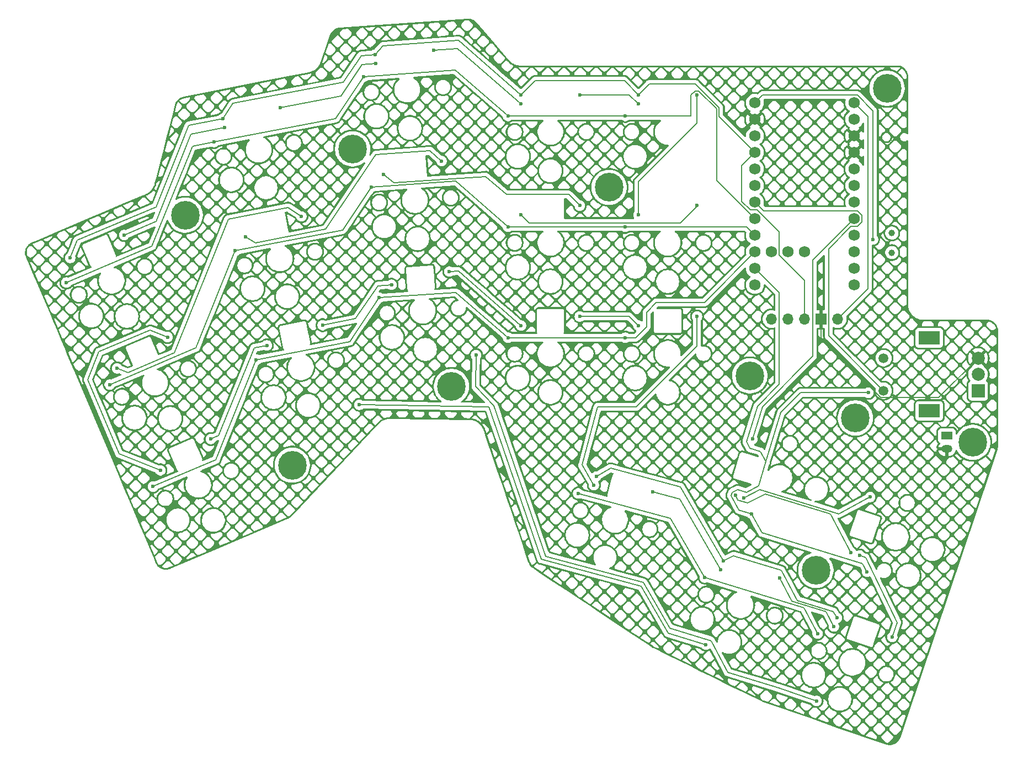
<source format=gbr>
%TF.GenerationSoftware,KiCad,Pcbnew,9.0.5*%
%TF.CreationDate,2025-11-08T17:13:18+10:00*%
%TF.ProjectId,badWingsLeft,62616457-696e-4677-934c-6566742e6b69,v1.0.0*%
%TF.SameCoordinates,Original*%
%TF.FileFunction,Copper,L1,Top*%
%TF.FilePolarity,Positive*%
%FSLAX46Y46*%
G04 Gerber Fmt 4.6, Leading zero omitted, Abs format (unit mm)*
G04 Created by KiCad (PCBNEW 9.0.5) date 2025-11-08 17:13:18*
%MOMM*%
%LPD*%
G01*
G04 APERTURE LIST*
%TA.AperFunction,WasherPad*%
%ADD10C,1.000000*%
%TD*%
%TA.AperFunction,ComponentPad*%
%ADD11C,0.600000*%
%TD*%
%TA.AperFunction,ComponentPad*%
%ADD12C,0.700000*%
%TD*%
%TA.AperFunction,ComponentPad*%
%ADD13C,4.400000*%
%TD*%
%TA.AperFunction,ComponentPad*%
%ADD14R,1.700000X1.200000*%
%TD*%
%TA.AperFunction,ComponentPad*%
%ADD15O,1.700000X1.200000*%
%TD*%
%TA.AperFunction,ComponentPad*%
%ADD16O,1.700000X1.700000*%
%TD*%
%TA.AperFunction,ComponentPad*%
%ADD17R,1.700000X1.700000*%
%TD*%
%TA.AperFunction,ComponentPad*%
%ADD18R,3.200000X2.000000*%
%TD*%
%TA.AperFunction,ComponentPad*%
%ADD19C,1.500000*%
%TD*%
%TA.AperFunction,ComponentPad*%
%ADD20R,2.000000X2.000000*%
%TD*%
%TA.AperFunction,ComponentPad*%
%ADD21C,2.000000*%
%TD*%
%TA.AperFunction,ComponentPad*%
%ADD22C,1.752600*%
%TD*%
%TA.AperFunction,Conductor*%
%ADD23C,0.200000*%
%TD*%
G04 APERTURE END LIST*
D10*
%TO.P,T1,*%
%TO.N,*%
X182754709Y-145872470D03*
X182754707Y-148872472D03*
%TD*%
D11*
%TO.P,REF\u002A\u002A,1*%
%TO.N,P113*%
X102934917Y-138837826D03*
%TD*%
%TO.P,REF\u002A\u002A,1*%
%TO.N,P010*%
X179174705Y-170372458D03*
%TD*%
%TO.P,REF\u002A\u002A,1*%
%TO.N,VCC*%
X125874706Y-124672472D03*
%TD*%
%TO.P,REF\u002A\u002A,1*%
%TO.N,LED3*%
X173865949Y-206231542D03*
%TD*%
%TO.P,REF\u002A\u002A,1*%
%TO.N,LED17*%
X112495558Y-117869842D03*
%TD*%
%TO.P,REF\u002A\u002A,1*%
%TO.N,LED13*%
X104800987Y-136852842D03*
%TD*%
%TO.P,REF\u002A\u002A,1*%
%TO.N,LED19*%
X80366087Y-129728566D03*
%TD*%
D12*
%TO.P,_78,1*%
%TO.N,N/C*%
X72753381Y-143619263D03*
X72874420Y-142362222D03*
X73556655Y-144593713D03*
X73848870Y-141558948D03*
D13*
X74331283Y-143136850D03*
D12*
X74813696Y-144714752D03*
X75105911Y-141679987D03*
X75788146Y-143911478D03*
X75909185Y-142654437D03*
%TD*%
D11*
%TO.P,REF\u002A\u002A,1*%
%TO.N,P115*%
X123874713Y-127922473D03*
%TD*%
%TO.P,REF\u002A\u002A,1*%
%TO.N,P115*%
X78755824Y-131926197D03*
%TD*%
%TO.P,REF\u002A\u002A,1*%
%TO.N,P106*%
X101052360Y-172211972D03*
%TD*%
%TO.P,REF\u002A\u002A,1*%
%TO.N,LED4*%
X156498940Y-197528023D03*
%TD*%
D14*
%TO.P,JST1,1*%
%TO.N,pos*%
X191214711Y-176972469D03*
D15*
%TO.P,JST1,2*%
%TO.N,GND*%
X191214715Y-178972469D03*
%TD*%
D11*
%TO.P,REF\u002A\u002A,1*%
%TO.N,LED11*%
X92177362Y-143324678D03*
%TD*%
%TO.P,REF\u002A\u002A,1*%
%TO.N,P113*%
X141874706Y-144922472D03*
%TD*%
%TO.P,REF\u002A\u002A,1*%
%TO.N,P010*%
X161266121Y-188946869D03*
%TD*%
%TO.P,REF\u002A\u002A,1*%
%TO.N,LED18*%
X88933597Y-126637007D03*
%TD*%
%TO.P,REF\u002A\u002A,1*%
%TO.N,LED11*%
X63878678Y-166631478D03*
%TD*%
%TO.P,REF\u002A\u002A,1*%
%TO.N,LED2*%
X182831420Y-207837932D03*
%TD*%
D12*
%TO.P,_79,1*%
%TO.N,N/C*%
X137724722Y-138872471D03*
X138207996Y-137705745D03*
X138207996Y-140039197D03*
X139374722Y-137222471D03*
D13*
X139374722Y-138872471D03*
D12*
X139374722Y-140522471D03*
X140541448Y-137705745D03*
X140541448Y-140039197D03*
X141024722Y-138872471D03*
%TD*%
D11*
%TO.P,REF\u002A\u002A,1*%
%TO.N,LED14*%
X152874711Y-141672461D03*
%TD*%
%TO.P,REF\u002A\u002A,1*%
%TO.N,LED16*%
X143874718Y-126072478D03*
%TD*%
D12*
%TO.P,_81,1*%
%TO.N,N/C*%
X113551190Y-169522018D03*
X113951900Y-168324423D03*
X114114674Y-170652191D03*
X115082073Y-167760939D03*
D13*
X115197171Y-169406920D03*
D12*
X115312269Y-171052901D03*
X116279668Y-168161649D03*
X116442442Y-170489417D03*
X116843152Y-169291822D03*
%TD*%
D11*
%TO.P,REF\u002A\u002A,1*%
%TO.N,LED5*%
X152874703Y-158672461D03*
%TD*%
D12*
%TO.P,_80,1*%
%TO.N,N/C*%
X193524713Y-177972461D03*
X194007987Y-176805735D03*
X194007987Y-179139187D03*
X195174713Y-176322461D03*
D13*
X195174713Y-177972461D03*
D12*
X195174713Y-179622461D03*
X196341439Y-176805735D03*
X196341439Y-179139187D03*
X196824713Y-177972461D03*
%TD*%
D11*
%TO.P,REF\u002A\u002A,1*%
%TO.N,VCC*%
X103517482Y-118497643D03*
%TD*%
%TO.P,REF\u002A\u002A,1*%
%TO.N,LED7*%
X114867273Y-151787018D03*
%TD*%
%TO.P,REF\u002A\u002A,1*%
%TO.N,LED3*%
X165515011Y-198820563D03*
%TD*%
%TO.P,REF\u002A\u002A,1*%
%TO.N,LED9*%
X86853594Y-163103891D03*
%TD*%
%TO.P,REF\u002A\u002A,1*%
%TO.N,P111*%
X69402951Y-184764463D03*
%TD*%
%TO.P,REF\u002A\u002A,1*%
%TO.N,P031*%
X118969802Y-164582019D03*
%TD*%
%TO.P,REF\u002A\u002A,1*%
%TO.N,LED6*%
X143874715Y-160072461D03*
%TD*%
%TO.P,REF\u002A\u002A,1*%
%TO.N,LED13*%
X134874716Y-141672461D03*
%TD*%
%TO.P,REF\u002A\u002A,1*%
%TO.N,VCC*%
X158742890Y-186084060D03*
%TD*%
%TO.P,REF\u002A\u002A,1*%
%TO.N,P115*%
X141874702Y-127922456D03*
%TD*%
%TO.P,REF\u002A\u002A,1*%
%TO.N,LED4*%
X146096641Y-185531375D03*
%TD*%
%TO.P,REF\u002A\u002A,1*%
%TO.N,P113*%
X81999570Y-148613866D03*
%TD*%
%TO.P,REF\u002A\u002A,1*%
%TO.N,P111*%
X85243333Y-165301526D03*
%TD*%
%TO.P,REF\u002A\u002A,1*%
%TO.N,VCC*%
X56689222Y-149694194D03*
%TD*%
%TO.P,REF\u002A\u002A,1*%
%TO.N,LED10*%
X71616216Y-161826186D03*
%TD*%
%TO.P,REF\u002A\u002A,1*%
%TO.N,P009*%
X171372614Y-207329617D03*
%TD*%
%TO.P,REF\u002A\u002A,1*%
%TO.N,LED5*%
X137040960Y-184554301D03*
%TD*%
%TO.P,REF\u002A\u002A,1*%
%TO.N,VCC*%
X156908262Y-196189220D03*
%TD*%
%TO.P,REF\u002A\u002A,1*%
%TO.N,VCC*%
X143874701Y-124672451D03*
%TD*%
%TO.P,REF\u002A\u002A,1*%
%TO.N,P115*%
X56118098Y-153467297D03*
%TD*%
%TO.P,REF\u002A\u002A,1*%
%TO.N,LED19*%
X64973765Y-146177613D03*
%TD*%
%TO.P,REF\u002A\u002A,1*%
%TO.N,LED12*%
X83609847Y-146416242D03*
%TD*%
D16*
%TO.P,niceView1,1*%
%TO.N,P006*%
X174454707Y-159072472D03*
D17*
%TO.P,niceView1,2*%
%TO.N,GND*%
X171914710Y-159072473D03*
D16*
%TO.P,niceView1,3*%
%TO.N,VCC*%
X169374708Y-159072474D03*
%TO.P,niceView1,4*%
%TO.N,P020*%
X166834708Y-159072473D03*
%TO.P,niceView1,5*%
%TO.N,P017*%
X164294713Y-159072474D03*
%TD*%
D11*
%TO.P,REF\u002A\u002A,1*%
%TO.N,LED10*%
X70521108Y-182280057D03*
%TD*%
%TO.P,REF\u002A\u002A,1*%
%TO.N,LED18*%
X103615137Y-119894231D03*
%TD*%
%TO.P,REF\u002A\u002A,1*%
%TO.N,P111*%
X141874726Y-161922457D03*
%TD*%
%TO.P,REF\u002A\u002A,1*%
%TO.N,LED9*%
X78258633Y-177474772D03*
%TD*%
D12*
%TO.P,_76,1*%
%TO.N,N/C*%
X169645013Y-198353841D03*
X169545931Y-197094879D03*
X170605296Y-199174000D03*
X170366090Y-196134596D03*
D13*
X171115174Y-197604757D03*
D12*
X171864258Y-199074918D03*
X171625052Y-196035514D03*
X172684417Y-198114635D03*
X172585335Y-196855673D03*
%TD*%
D11*
%TO.P,REF\u002A\u002A,1*%
%TO.N,LED16*%
X134874718Y-124672457D03*
%TD*%
%TO.P,REF\u002A\u002A,1*%
%TO.N,LED17*%
X125874712Y-126072478D03*
%TD*%
%TO.P,REF\u002A\u002A,1*%
%TO.N,P115*%
X101749061Y-121879251D03*
%TD*%
%TO.P,REF\u002A\u002A,1*%
%TO.N,LED12*%
X113681428Y-134828424D03*
%TD*%
%TO.P,REF\u002A\u002A,1*%
%TO.N,LED1*%
X160081717Y-186493386D03*
%TD*%
%TO.P,REF\u002A\u002A,1*%
%TO.N,P009*%
X134630299Y-185823619D03*
%TD*%
%TO.P,REF\u002A\u002A,1*%
%TO.N,VCC*%
X137403328Y-183202009D03*
%TD*%
D12*
%TO.P,_85,1*%
%TO.N,N/C*%
X180384709Y-123672467D03*
X180867983Y-122505741D03*
X180867983Y-124839193D03*
X182034709Y-122022467D03*
D13*
X182034709Y-123672467D03*
D12*
X182034709Y-125322467D03*
X183201435Y-122505741D03*
X183201435Y-124839193D03*
X183684709Y-123672467D03*
%TD*%
D11*
%TO.P,REF\u002A\u002A,1*%
%TO.N,RAW*%
X179874715Y-146872475D03*
%TD*%
%TO.P,REF\u002A\u002A,1*%
%TO.N,LED1*%
X179438029Y-186363178D03*
%TD*%
D12*
%TO.P,_84,1*%
%TO.N,N/C*%
X175524694Y-174232469D03*
X176007968Y-173065743D03*
X176007968Y-175399195D03*
X177174694Y-172582469D03*
D13*
X177174694Y-174232469D03*
D12*
X177174694Y-175882469D03*
X178341420Y-173065743D03*
X178341420Y-175399195D03*
X178824694Y-174232469D03*
%TD*%
D11*
%TO.P,REF\u002A\u002A,1*%
%TO.N,P106*%
X154240373Y-209019831D03*
%TD*%
D12*
%TO.P,_77,1*%
%TO.N,N/C*%
X89179568Y-181955567D03*
X89300607Y-180698526D03*
X89982842Y-182930017D03*
X90275057Y-179895252D03*
D13*
X90757470Y-181473154D03*
D12*
X91239883Y-183051056D03*
X91532098Y-180016291D03*
X92214333Y-182247782D03*
X92335372Y-180990741D03*
%TD*%
D11*
%TO.P,REF\u002A\u002A,1*%
%TO.N,VCC*%
X176507913Y-194872831D03*
%TD*%
%TO.P,REF\u002A\u002A,1*%
%TO.N,P024*%
X161374224Y-177477311D03*
%TD*%
%TO.P,REF\u002A\u002A,1*%
%TO.N,VCC*%
X174321749Y-204907788D03*
%TD*%
%TO.P,REF\u002A\u002A,1*%
%TO.N,P009*%
X154045441Y-198712452D03*
%TD*%
%TO.P,REF\u002A\u002A,1*%
%TO.N,P111*%
X123874707Y-161922479D03*
%TD*%
%TO.P,REF\u002A\u002A,1*%
%TO.N,P031*%
X171207701Y-217637512D03*
%TD*%
%TO.P,REF\u002A\u002A,1*%
%TO.N,VCC*%
X80098958Y-128354295D03*
%TD*%
%TO.P,REF\u002A\u002A,1*%
%TO.N,LED8*%
X95421098Y-160012339D03*
%TD*%
D12*
%TO.P,_83,1*%
%TO.N,N/C*%
X159324702Y-167772466D03*
X159807976Y-166605740D03*
X159807976Y-168939192D03*
X160974702Y-166122466D03*
D13*
X160974702Y-167772466D03*
D12*
X160974702Y-169422466D03*
X162141428Y-166605740D03*
X162141428Y-168939192D03*
X162624702Y-167772466D03*
%TD*%
%TO.P,_82,1*%
%TO.N,N/C*%
X98372989Y-133092058D03*
X98773699Y-131894463D03*
X98936473Y-134222231D03*
X99903872Y-131330979D03*
D13*
X100018970Y-132976960D03*
D12*
X100134068Y-134622941D03*
X101101467Y-131731689D03*
X101264241Y-134059457D03*
X101664951Y-132861862D03*
%TD*%
D11*
%TO.P,REF\u002A\u002A,1*%
%TO.N,P111*%
X104120788Y-155796418D03*
%TD*%
%TO.P,REF\u002A\u002A,1*%
%TO.N,P113*%
X123874703Y-144922480D03*
%TD*%
%TO.P,REF\u002A\u002A,1*%
%TO.N,LED15*%
X143874701Y-143072477D03*
%TD*%
%TO.P,REF\u002A\u002A,1*%
%TO.N,LED14*%
X125874709Y-143072470D03*
%TD*%
%TO.P,REF\u002A\u002A,1*%
%TO.N,LED15*%
X152874707Y-124672474D03*
%TD*%
%TO.P,REF\u002A\u002A,1*%
%TO.N,P113*%
X62760530Y-169115876D03*
%TD*%
%TO.P,REF\u002A\u002A,1*%
%TO.N,LED6*%
X134874707Y-158672460D03*
%TD*%
%TO.P,REF\u002A\u002A,1*%
%TO.N,LED8*%
X105986858Y-153811410D03*
%TD*%
D18*
%TO.P,ROT1,*%
%TO.N,*%
X188494710Y-161962467D03*
X188494708Y-173162475D03*
D19*
%TO.P,ROT1,1*%
%TO.N,P002*%
X181494712Y-170062478D03*
%TO.P,ROT1,2*%
%TO.N,endiode*%
X181494709Y-165062473D03*
D20*
%TO.P,ROT1,A*%
%TO.N,P011*%
X195994710Y-170062474D03*
D21*
%TO.P,ROT1,B*%
%TO.N,GND*%
X195994708Y-165062474D03*
%TO.P,ROT1,C*%
%TO.N,P100*%
X195994710Y-167562474D03*
%TD*%
D11*
%TO.P,REF\u002A\u002A,1*%
%TO.N,P010*%
X178929713Y-197821973D03*
%TD*%
%TO.P,REF\u002A\u002A,1*%
%TO.N,LED7*%
X125874718Y-160072475D03*
%TD*%
%TO.P,REF\u002A\u002A,1*%
%TO.N,LED2*%
X177831650Y-195328632D03*
%TD*%
D22*
%TO.P,MCU1,1*%
%TO.N,P006*%
X176994704Y-125902472D03*
%TO.P,MCU1,2*%
%TO.N,P008*%
X176994709Y-128442471D03*
%TO.P,MCU1,3*%
%TO.N,GND*%
X176994708Y-130982468D03*
%TO.P,MCU1,4*%
X176994708Y-133522469D03*
%TO.P,MCU1,5*%
%TO.N,P017*%
X176994711Y-136062467D03*
%TO.P,MCU1,6*%
%TO.N,P020*%
X176994707Y-138602468D03*
%TO.P,MCU1,7*%
%TO.N,P022*%
X176994705Y-141142472D03*
%TO.P,MCU1,8*%
%TO.N,P024*%
X176994713Y-143682469D03*
%TO.P,MCU1,9*%
%TO.N,P100*%
X176994709Y-146222469D03*
%TO.P,MCU1,10*%
%TO.N,P011*%
X176994708Y-148762471D03*
%TO.P,MCU1,11*%
%TO.N,P104*%
X176994709Y-151302471D03*
%TO.P,MCU1,12*%
%TO.N,P106*%
X176994715Y-153842463D03*
%TO.P,MCU1,13*%
%TO.N,P009*%
X161754712Y-153842466D03*
%TO.P,MCU1,14*%
%TO.N,P010*%
X161754707Y-151302467D03*
%TO.P,MCU1,15*%
%TO.N,P111*%
X161754708Y-148762470D03*
%TO.P,MCU1,16*%
%TO.N,P113*%
X161754708Y-146222469D03*
%TO.P,MCU1,17*%
%TO.N,P115*%
X161754705Y-143682471D03*
%TO.P,MCU1,18*%
%TO.N,P002*%
X161754709Y-141142470D03*
%TO.P,MCU1,19*%
%TO.N,P029*%
X161754711Y-138602466D03*
%TO.P,MCU1,20*%
%TO.N,P031*%
X161754703Y-136062469D03*
%TO.P,MCU1,21*%
%TO.N,VCC*%
X161754707Y-133522469D03*
%TO.P,MCU1,22*%
%TO.N,RST*%
X161754708Y-130982467D03*
%TO.P,MCU1,23*%
%TO.N,GND*%
X161754707Y-128442467D03*
%TO.P,MCU1,24*%
%TO.N,RAW*%
X161754701Y-125902475D03*
%TO.P,MCU1,31*%
%TO.N,P101*%
X164294707Y-148762469D03*
%TO.P,MCU1,32*%
%TO.N,P102*%
X166834708Y-148762468D03*
%TO.P,MCU1,33*%
%TO.N,P107*%
X169374708Y-148762469D03*
%TD*%
D23*
%TO.N,P106*%
X144256680Y-200028343D02*
X148420667Y-207240577D01*
X120940960Y-172559147D02*
X128990911Y-195937886D01*
X154240373Y-209019831D02*
X148420667Y-207240577D01*
X101052360Y-172211972D02*
X120940960Y-172559147D01*
X128990911Y-195937886D02*
X144256680Y-200028343D01*
%TO.N,P031*%
X121711264Y-172338870D02*
X129675993Y-195470175D01*
X155009590Y-208394464D02*
X157590568Y-213248577D01*
X144670678Y-199487989D02*
X148698920Y-206465092D01*
X165358553Y-215623483D02*
X171207701Y-217637512D01*
X129675993Y-195470175D02*
X144670678Y-199487989D01*
X118885484Y-169412705D02*
X121711264Y-172338870D01*
X157590568Y-213248577D02*
X165358553Y-215623483D01*
X148698920Y-206465092D02*
X155009590Y-208394464D01*
X118969802Y-164582019D02*
X118885484Y-169412705D01*
%TO.N,P002*%
X173065713Y-148301123D02*
X176507060Y-144859772D01*
X177482368Y-144859769D02*
X178172013Y-144170121D01*
X178172013Y-144170121D02*
X178172015Y-143194817D01*
X163117405Y-142505171D02*
X161754712Y-141142472D01*
X176507060Y-144859772D02*
X177482368Y-144859769D01*
X177482373Y-142505173D02*
X163117405Y-142505171D01*
X181494714Y-170062476D02*
X173065708Y-161633468D01*
X178172015Y-143194817D02*
X177482373Y-142505173D01*
X173065708Y-161633468D02*
X173065713Y-148301123D01*
%TO.N,P111*%
X146613047Y-156517522D02*
X153999656Y-156517513D01*
X79030999Y-180677596D02*
X85243333Y-165301526D01*
X99590596Y-162512686D02*
X104120788Y-155796418D01*
X115881421Y-154974020D02*
X123874707Y-161922479D01*
X145113054Y-160267507D02*
X145113050Y-158017523D01*
X141874717Y-161922461D02*
X141874726Y-161922457D01*
X153999656Y-156517513D02*
X161754715Y-148762464D01*
X123874707Y-161922479D02*
X141874717Y-161922461D01*
X143458101Y-161922459D02*
X145113054Y-160267507D01*
X104120788Y-155796418D02*
X115881421Y-154974020D01*
X141874726Y-161922457D02*
X143458101Y-161922459D01*
X69402951Y-184764463D02*
X79030999Y-180677596D01*
X85243333Y-165301526D02*
X99590596Y-162512686D01*
X145113050Y-158017523D02*
X146613047Y-156517522D01*
%TO.N,P113*%
X141874709Y-144922461D02*
X141874706Y-144922472D01*
X141874706Y-144922472D02*
X160454711Y-144922469D01*
X115837236Y-137935618D02*
X123874703Y-144922480D01*
X75984052Y-163502825D02*
X81999570Y-148613866D01*
X123874703Y-144922480D02*
X141874709Y-144922461D01*
X98504939Y-145405541D02*
X102934917Y-138837826D01*
X102934917Y-138837826D02*
X115837236Y-137935618D01*
X160454711Y-144922469D02*
X161754715Y-146222462D01*
X62760530Y-169115876D02*
X75984052Y-163502825D01*
X81999570Y-148613866D02*
X98504939Y-145405541D01*
%TO.N,P115*%
X78755824Y-131926197D02*
X97419289Y-128298380D01*
X155863070Y-126810854D02*
X155863046Y-137790810D01*
X78755824Y-131926197D02*
X75432774Y-132572130D01*
X153123646Y-124071460D02*
X155863070Y-126810854D01*
X97419289Y-128298380D02*
X101749061Y-121879251D01*
X151958108Y-124739118D02*
X152625769Y-124071469D01*
X115793064Y-120897192D02*
X123874713Y-127922473D01*
X69241178Y-147896871D02*
X75432774Y-132572130D01*
X123874713Y-127922473D02*
X141874702Y-127922456D01*
X101749061Y-121879251D02*
X115793064Y-120897192D01*
X141874702Y-127922456D02*
X151958112Y-127922461D01*
X56118098Y-153467297D02*
X69241178Y-147896871D01*
X152625769Y-124071469D02*
X153123646Y-124071460D01*
X151958112Y-127922461D02*
X151958108Y-124739118D01*
X155863046Y-137790810D02*
X161754711Y-143682464D01*
%TO.N,P009*%
X154045441Y-198712452D02*
X169264856Y-203365513D01*
X148795416Y-189619148D02*
X154045441Y-198712452D01*
X134630299Y-185823619D02*
X148795416Y-189619148D01*
X169264856Y-203365513D02*
X171372614Y-207329617D01*
%TO.N,P010*%
X159257949Y-188332913D02*
X158095358Y-186146406D01*
X158095358Y-186146406D02*
X158240917Y-185670274D01*
X162804491Y-191840110D02*
X178261860Y-196565901D01*
X178261860Y-196565901D02*
X178929713Y-197821973D01*
X160440471Y-185632032D02*
X162313478Y-184636135D01*
X161266121Y-188946869D02*
X159257949Y-188332913D01*
X160940231Y-178844520D02*
X162613767Y-179356173D01*
X165500000Y-155047760D02*
X165500000Y-169032680D01*
X161754707Y-151302467D02*
X165500000Y-155047760D01*
X159089612Y-185219033D02*
X160440471Y-185632032D01*
X160442284Y-177908013D02*
X160940231Y-178844520D01*
X163448028Y-180925195D02*
X163376849Y-181158006D01*
X161266121Y-188946869D02*
X162804491Y-191840110D01*
X162313478Y-184636135D02*
X163376849Y-181158006D01*
X162613767Y-179356173D02*
X163448028Y-180925195D01*
X163376849Y-181158006D02*
X165748852Y-173399548D01*
X179174705Y-170372458D02*
X168775941Y-170372455D01*
X168775941Y-170372455D02*
X165748852Y-173399548D01*
X162123421Y-172409259D02*
X160442284Y-177908013D01*
X165500000Y-169032680D02*
X162123421Y-172409259D01*
X158240917Y-185670274D02*
X159089612Y-185219033D01*
%TO.N,RAW*%
X179874714Y-127117523D02*
X177482358Y-124725169D01*
X177482358Y-124725169D02*
X162932007Y-124725172D01*
X162932007Y-124725172D02*
X161754708Y-125902478D01*
X179874715Y-146872475D02*
X179874714Y-127117523D01*
%TO.N,GND*%
X189943704Y-171113478D02*
X195994708Y-165062474D01*
X171914710Y-159072473D02*
X171914710Y-161968815D01*
X181059373Y-171113478D02*
X189943704Y-171113478D01*
X171914710Y-161968815D02*
X181059373Y-171113478D01*
%TO.N,VCC*%
X69837953Y-141847964D02*
X74879875Y-129368772D01*
X165472007Y-145722007D02*
X162069770Y-142319770D01*
X162069770Y-142319770D02*
X161069770Y-142319770D01*
X137403328Y-183202009D02*
X139602123Y-181932514D01*
X159750000Y-135527176D02*
X161754707Y-133522469D01*
X104678169Y-117162428D02*
X116300483Y-116349718D01*
X168263320Y-202220658D02*
X173791661Y-203910831D01*
X160678115Y-187304181D02*
X163341501Y-185888022D01*
X161069770Y-142319770D02*
X159750000Y-141000000D01*
X165472007Y-149250123D02*
X165472007Y-145722007D01*
X103517482Y-118497643D02*
X104678169Y-117162428D01*
X169374708Y-153152824D02*
X165472007Y-149250123D01*
X143874701Y-124672451D02*
X145529665Y-123017525D01*
X152636796Y-123017521D02*
X156264049Y-126644779D01*
X156264059Y-128031812D02*
X161754709Y-133522471D01*
X173791661Y-203910831D02*
X174321749Y-204907788D01*
X57793741Y-146960428D02*
X69837953Y-141847964D01*
X156908262Y-196189220D02*
X158470354Y-195358629D01*
X150337997Y-184809181D02*
X156908262Y-196189220D01*
X173359067Y-188950729D02*
X176507913Y-194872831D01*
X80098958Y-128354295D02*
X81680596Y-126009411D01*
X159750000Y-141000000D02*
X159750000Y-135527176D01*
X169374708Y-159072474D02*
X169374708Y-153152824D01*
X128029658Y-122517529D02*
X141719760Y-122517518D01*
X125874706Y-124672472D02*
X128029658Y-122517529D01*
X141719760Y-122517518D02*
X143874701Y-124672451D01*
X159141924Y-186834516D02*
X160678115Y-187304181D01*
X165807432Y-197601816D02*
X168263320Y-202220658D01*
X98591716Y-122722206D02*
X101338446Y-118650022D01*
X74879875Y-129368772D02*
X80098958Y-128354295D01*
X158470354Y-195358629D02*
X165807432Y-197601816D01*
X101338446Y-118650022D02*
X103517482Y-118497643D01*
X163341501Y-185888022D02*
X173359067Y-188950729D01*
X145529665Y-123017525D02*
X152636796Y-123017521D01*
X56689222Y-149694194D02*
X57793741Y-146960428D01*
X139602123Y-181932514D02*
X150337997Y-184809181D01*
X158742890Y-186084060D02*
X159141924Y-186834516D01*
X81680596Y-126009411D02*
X98591716Y-122722206D01*
X116300483Y-116349718D02*
X125874706Y-124672472D01*
X156264049Y-126644779D02*
X156264059Y-128031812D01*
%TO.N,P006*%
X179081646Y-154445533D02*
X174454707Y-159072471D01*
X176994712Y-125902474D02*
X179081645Y-127989408D01*
X179081645Y-127989408D02*
X179081646Y-154445533D01*
%TO.N,P024*%
X162885752Y-172533360D02*
X161374224Y-177477311D01*
X170636519Y-150040674D02*
X170636518Y-164782592D01*
X170636518Y-164782592D02*
X162885752Y-172533360D01*
X176994720Y-143682472D02*
X170636519Y-150040674D01*
%TO.N,LED10*%
X59380041Y-168369343D02*
X64200887Y-179726530D01*
X68983173Y-160762374D02*
X61101817Y-164107832D01*
X64200887Y-179726530D02*
X70521108Y-182280057D01*
X61101817Y-164107832D02*
X59380041Y-168369343D01*
X71616216Y-161826186D02*
X68983173Y-160762374D01*
%TO.N,LED9*%
X79477366Y-176957433D02*
X84922942Y-163479179D01*
X78258633Y-177474772D02*
X79477366Y-176957433D01*
X86853594Y-163103891D02*
X84922942Y-163479179D01*
%TO.N,LED11*%
X65519038Y-167294214D02*
X72683459Y-164253108D01*
X72683459Y-164253108D02*
X80979997Y-143718459D01*
X63878678Y-166631478D02*
X65519038Y-167294214D01*
X92177362Y-143324678D02*
X90125570Y-141940727D01*
X90125570Y-141940727D02*
X80979997Y-143718459D01*
%TO.N,LED19*%
X69835211Y-144114056D02*
X75245164Y-130723973D01*
X80366087Y-129728566D02*
X75245164Y-130723973D01*
X64973765Y-146177613D02*
X69835211Y-144114056D01*
%TO.N,LED8*%
X95421098Y-160012339D02*
X100478280Y-159029321D01*
X100478280Y-159029321D02*
X103899330Y-153957378D01*
X105986858Y-153811410D02*
X103899330Y-153957378D01*
%TO.N,LED12*%
X111892006Y-133272930D02*
X103581022Y-133854097D01*
X85076555Y-147405550D02*
X95853424Y-145310716D01*
X95853424Y-145310716D02*
X103581022Y-133854097D01*
X83609847Y-146416242D02*
X85076555Y-147405550D01*
X113681428Y-134828424D02*
X111892006Y-133272930D01*
%TO.N,LED18*%
X98209989Y-124833867D02*
X101439166Y-120046399D01*
X103615137Y-119894231D02*
X101439166Y-120046399D01*
X88933597Y-126637007D02*
X98209989Y-124833867D01*
%TO.N,LED7*%
X114867273Y-151787018D02*
X116233502Y-151691482D01*
X116233502Y-151691482D02*
X125874718Y-160072475D01*
%TO.N,LED13*%
X133166500Y-139964244D02*
X123611888Y-139964243D01*
X106347518Y-138197214D02*
X120445096Y-137211415D01*
X104800987Y-136852842D02*
X106347518Y-138197214D01*
X120445096Y-137211415D02*
X123611888Y-139964243D01*
X134874716Y-141672461D02*
X133166500Y-139964244D01*
%TO.N,LED17*%
X116145089Y-117614644D02*
X125874712Y-126072478D01*
X112495558Y-117869842D02*
X116145089Y-117614644D01*
%TO.N,LED6*%
X134874707Y-158672460D02*
X142474715Y-158672482D01*
X142474715Y-158672482D02*
X143874715Y-160072461D01*
%TO.N,LED14*%
X142125670Y-144323461D02*
X142123649Y-144321479D01*
X132342814Y-144321465D02*
X132340811Y-144323476D01*
X142123649Y-144321479D02*
X132342814Y-144321465D01*
X150340801Y-144323460D02*
X142125670Y-144323461D01*
X152874711Y-141672461D02*
X152874709Y-141789549D01*
X132340811Y-144323476D02*
X127125696Y-144323471D01*
X152874709Y-141789549D02*
X150340801Y-144323460D01*
X127125696Y-144323471D02*
X125874709Y-143072470D01*
%TO.N,LED16*%
X142474708Y-124672459D02*
X143874718Y-126072478D01*
X134874718Y-124672457D02*
X142474708Y-124672459D01*
%TO.N,LED5*%
X152874701Y-163204755D02*
X143561948Y-172517518D01*
X135248271Y-181449263D02*
X137641545Y-172517533D01*
X137040960Y-184554301D02*
X135248271Y-181449263D01*
X152874703Y-158672461D02*
X152874701Y-163204755D01*
X143561948Y-172517518D02*
X137641545Y-172517533D01*
%TO.N,LED15*%
X143874701Y-143072477D02*
X143874707Y-138005868D01*
X143874707Y-138005868D02*
X152874703Y-129005863D01*
X152874703Y-129005863D02*
X152874707Y-124672474D01*
%TO.N,LED4*%
X146096641Y-185531375D02*
X150208832Y-186633236D01*
X150208832Y-186633236D02*
X156498940Y-197528023D01*
%TO.N,LED3*%
X167406545Y-202378023D02*
X172673142Y-203988200D01*
X172673142Y-203988200D02*
X173865949Y-206231542D01*
X165515011Y-198820563D02*
X167406545Y-202378023D01*
%TO.N,LED1*%
X174629639Y-188919839D02*
X179438029Y-186363178D01*
X160081717Y-186493386D02*
X162495364Y-185210023D01*
X162495364Y-185210023D02*
X174629639Y-188919839D01*
%TO.N,LED2*%
X177831650Y-195328632D02*
X178724747Y-195636144D01*
X183594737Y-205621089D02*
X182831420Y-207837932D01*
X178724747Y-195636144D02*
X183594737Y-205621089D01*
%TD*%
%TA.AperFunction,Conductor*%
%TO.N,GND*%
G36*
X172384544Y-149244395D02*
G01*
X172440478Y-149286267D01*
X172464895Y-149351731D01*
X172465211Y-149360577D01*
X172465209Y-157598473D01*
X172445524Y-157665512D01*
X172392720Y-157711267D01*
X172341209Y-157722473D01*
X172164710Y-157722473D01*
X172164710Y-158639461D01*
X172107703Y-158606548D01*
X171980536Y-158572473D01*
X171848884Y-158572473D01*
X171721717Y-158606548D01*
X171664710Y-158639461D01*
X171664710Y-157722473D01*
X171361018Y-157722473D01*
X171293979Y-157702788D01*
X171248224Y-157649984D01*
X171237018Y-157598473D01*
X171237018Y-155755462D01*
X171510018Y-155755462D01*
X171510018Y-156610472D01*
X171870079Y-156970533D01*
X172001627Y-157058431D01*
X172144589Y-157086867D01*
X172192209Y-157077395D01*
X172192209Y-155288539D01*
X172144588Y-155279067D01*
X172001627Y-155307503D01*
X171870079Y-155395401D01*
X171510018Y-155755462D01*
X171237018Y-155755462D01*
X171237018Y-153274932D01*
X171510018Y-153274932D01*
X171510018Y-154129941D01*
X171870079Y-154490002D01*
X172001629Y-154577902D01*
X172144587Y-154606337D01*
X172192209Y-154596865D01*
X172192209Y-152808008D01*
X172144588Y-152798535D01*
X172001629Y-152826971D01*
X171870079Y-152914871D01*
X171510018Y-153274932D01*
X171237018Y-153274932D01*
X171237018Y-150794401D01*
X171510018Y-150794401D01*
X171510018Y-151649411D01*
X171870079Y-152009472D01*
X172001627Y-152097370D01*
X172144589Y-152125806D01*
X172192209Y-152116334D01*
X172192209Y-150327478D01*
X172144588Y-150318006D01*
X172001627Y-150346442D01*
X171870079Y-150434340D01*
X171510018Y-150794401D01*
X171237018Y-150794401D01*
X171237018Y-150340771D01*
X171256703Y-150273732D01*
X171273337Y-150253090D01*
X171761598Y-149764829D01*
X172253532Y-149272894D01*
X172314853Y-149239411D01*
X172384544Y-149244395D01*
G37*
%TD.AperFunction*%
%TA.AperFunction,Conductor*%
G36*
X175630833Y-125345354D02*
G01*
X175676588Y-125398158D01*
X175686532Y-125467316D01*
X175681725Y-125487987D01*
X175651806Y-125580066D01*
X175651806Y-125580069D01*
X175625993Y-125743046D01*
X175617904Y-125794116D01*
X175617904Y-126010828D01*
X175628124Y-126075356D01*
X175651806Y-126224874D01*
X175651806Y-126224877D01*
X175718772Y-126430977D01*
X175791867Y-126574433D01*
X175817159Y-126624072D01*
X175944540Y-126799397D01*
X176097779Y-126952636D01*
X176243977Y-127058855D01*
X176262283Y-127072155D01*
X176304948Y-127127485D01*
X176310927Y-127197098D01*
X176278321Y-127258893D01*
X176262283Y-127272791D01*
X176194610Y-127321959D01*
X176097784Y-127392307D01*
X176097782Y-127392309D01*
X176097781Y-127392309D01*
X175944547Y-127545543D01*
X175817164Y-127720870D01*
X175718777Y-127913965D01*
X175651811Y-128120065D01*
X175651811Y-128120068D01*
X175627200Y-128275453D01*
X175617909Y-128334115D01*
X175617909Y-128550827D01*
X175630744Y-128631862D01*
X175651811Y-128764873D01*
X175651811Y-128764876D01*
X175718777Y-128970976D01*
X175795756Y-129122056D01*
X175817164Y-129164071D01*
X175944545Y-129339396D01*
X176097784Y-129492635D01*
X176202440Y-129568672D01*
X176262709Y-129612460D01*
X176305374Y-129667790D01*
X176311353Y-129737404D01*
X176278747Y-129799198D01*
X176262707Y-129813097D01*
X176214161Y-129848366D01*
X176214161Y-129848367D01*
X176827658Y-130461864D01*
X176783921Y-130473584D01*
X176659395Y-130545479D01*
X176557719Y-130647155D01*
X176485824Y-130771681D01*
X176474104Y-130815418D01*
X175860607Y-130201921D01*
X175860606Y-130201921D01*
X175817592Y-130261127D01*
X175719242Y-130454147D01*
X175652296Y-130660183D01*
X175618408Y-130874145D01*
X175618408Y-131090790D01*
X175652296Y-131304752D01*
X175719242Y-131510788D01*
X175817593Y-131703810D01*
X175860606Y-131763013D01*
X175860607Y-131763013D01*
X176474104Y-131149515D01*
X176485824Y-131193255D01*
X176557719Y-131317781D01*
X176659395Y-131419457D01*
X176783921Y-131491352D01*
X176827658Y-131503071D01*
X176214160Y-132116567D01*
X176263135Y-132152149D01*
X176305801Y-132207479D01*
X176311780Y-132277093D01*
X176279175Y-132338888D01*
X176263135Y-132352787D01*
X176214161Y-132388367D01*
X176214161Y-132388368D01*
X176827658Y-133001865D01*
X176783921Y-133013585D01*
X176659395Y-133085480D01*
X176557719Y-133187156D01*
X176485824Y-133311682D01*
X176474104Y-133355419D01*
X175860607Y-132741922D01*
X175860606Y-132741922D01*
X175817592Y-132801128D01*
X175719242Y-132994148D01*
X175652296Y-133200184D01*
X175618408Y-133414146D01*
X175618408Y-133630791D01*
X175652296Y-133844753D01*
X175719242Y-134050789D01*
X175817593Y-134243811D01*
X175860606Y-134303014D01*
X175860607Y-134303014D01*
X176474104Y-133689516D01*
X176485824Y-133733256D01*
X176557719Y-133857782D01*
X176659395Y-133959458D01*
X176783921Y-134031353D01*
X176827658Y-134043072D01*
X176214160Y-134656568D01*
X176214161Y-134656570D01*
X176262709Y-134691842D01*
X176305375Y-134747172D01*
X176311354Y-134816785D01*
X176278749Y-134878580D01*
X176262710Y-134892478D01*
X176169252Y-134960380D01*
X176097786Y-135012303D01*
X176097784Y-135012305D01*
X176097783Y-135012305D01*
X175944549Y-135165539D01*
X175817166Y-135340866D01*
X175718779Y-135533961D01*
X175651813Y-135740061D01*
X175651813Y-135740064D01*
X175620644Y-135936854D01*
X175617911Y-135954111D01*
X175617911Y-136170823D01*
X175623761Y-136207760D01*
X175651813Y-136384869D01*
X175651813Y-136384872D01*
X175718779Y-136590972D01*
X175788179Y-136727177D01*
X175817166Y-136784067D01*
X175944547Y-136959392D01*
X176097786Y-137112631D01*
X176245686Y-137220086D01*
X176262287Y-137232148D01*
X176304952Y-137287478D01*
X176310931Y-137357092D01*
X176278325Y-137418887D01*
X176262287Y-137432784D01*
X176251148Y-137440877D01*
X176097782Y-137552304D01*
X176097780Y-137552306D01*
X176097779Y-137552306D01*
X175944545Y-137705540D01*
X175817162Y-137880867D01*
X175718775Y-138073962D01*
X175651809Y-138280062D01*
X175651809Y-138280065D01*
X175634677Y-138388233D01*
X175617907Y-138494112D01*
X175617907Y-138710824D01*
X175620454Y-138726903D01*
X175651809Y-138924870D01*
X175651809Y-138924873D01*
X175718775Y-139130973D01*
X175791572Y-139273844D01*
X175817162Y-139324068D01*
X175944543Y-139499393D01*
X176097782Y-139652632D01*
X176248879Y-139762410D01*
X176262286Y-139772151D01*
X176304951Y-139827481D01*
X176310930Y-139897094D01*
X176278324Y-139958889D01*
X176262286Y-139972787D01*
X176213202Y-140008449D01*
X176097780Y-140092308D01*
X176097778Y-140092310D01*
X176097777Y-140092310D01*
X175944543Y-140245544D01*
X175817160Y-140420871D01*
X175718773Y-140613966D01*
X175651807Y-140820066D01*
X175651807Y-140820069D01*
X175623061Y-141001564D01*
X175617905Y-141034116D01*
X175617905Y-141250828D01*
X175633170Y-141347203D01*
X175651807Y-141464874D01*
X175651807Y-141464877D01*
X175718774Y-141670979D01*
X175718774Y-141670980D01*
X175745981Y-141724377D01*
X175758877Y-141793046D01*
X175732600Y-141857786D01*
X175675493Y-141898043D01*
X175635496Y-141904671D01*
X163417503Y-141904671D01*
X163350464Y-141884986D01*
X163329822Y-141868352D01*
X163109337Y-141647866D01*
X163075852Y-141586543D01*
X163079086Y-141521869D01*
X163097607Y-141464871D01*
X163123755Y-141299784D01*
X163799096Y-141299784D01*
X163827532Y-141442744D01*
X163915430Y-141574292D01*
X163972809Y-141631671D01*
X165433184Y-141631671D01*
X165490562Y-141574292D01*
X165578461Y-141442742D01*
X165606897Y-141299784D01*
X166279625Y-141299784D01*
X166308061Y-141442742D01*
X166395960Y-141574292D01*
X166453339Y-141631671D01*
X167913714Y-141631671D01*
X167971092Y-141574292D01*
X168058990Y-141442744D01*
X168087426Y-141299784D01*
X168760157Y-141299784D01*
X168788593Y-141442744D01*
X168876491Y-141574292D01*
X168933870Y-141631671D01*
X170394245Y-141631671D01*
X170451623Y-141574292D01*
X170539521Y-141442744D01*
X170567957Y-141299784D01*
X171240686Y-141299784D01*
X171269122Y-141442742D01*
X171357021Y-141574292D01*
X171414400Y-141631671D01*
X172874775Y-141631671D01*
X172932153Y-141574292D01*
X173020053Y-141442742D01*
X173048489Y-141299784D01*
X173721218Y-141299784D01*
X173749654Y-141442744D01*
X173837552Y-141574292D01*
X173894931Y-141631671D01*
X175355306Y-141631671D01*
X175403344Y-141583632D01*
X175390511Y-141544134D01*
X175389104Y-141539498D01*
X175388837Y-141538552D01*
X175387598Y-141533806D01*
X175385095Y-141523376D01*
X175384046Y-141518588D01*
X175383855Y-141517626D01*
X175383008Y-141512876D01*
X175347428Y-141288238D01*
X175346756Y-141283380D01*
X175346641Y-141282406D01*
X175346169Y-141277600D01*
X175345327Y-141266907D01*
X175345042Y-141262094D01*
X175345003Y-141261112D01*
X175344905Y-141256191D01*
X175344905Y-141028753D01*
X175345003Y-141023832D01*
X175345042Y-141022850D01*
X175345327Y-141018037D01*
X175346169Y-141007344D01*
X175346641Y-141002538D01*
X175346756Y-141001564D01*
X175347428Y-140996706D01*
X175352444Y-140965035D01*
X174899627Y-140512218D01*
X174768079Y-140424320D01*
X174625118Y-140395884D01*
X174482158Y-140424320D01*
X174350609Y-140512218D01*
X173837552Y-141025275D01*
X173749654Y-141156823D01*
X173721218Y-141299784D01*
X173048489Y-141299784D01*
X173020053Y-141156825D01*
X172932153Y-141025275D01*
X172419096Y-140512218D01*
X172287548Y-140424320D01*
X172144588Y-140395884D01*
X172001627Y-140424320D01*
X171870079Y-140512218D01*
X171357021Y-141025275D01*
X171269122Y-141156825D01*
X171240686Y-141299784D01*
X170567957Y-141299784D01*
X170539521Y-141156823D01*
X170451623Y-141025275D01*
X169938566Y-140512218D01*
X169807017Y-140424320D01*
X169664057Y-140395884D01*
X169521096Y-140424320D01*
X169389548Y-140512218D01*
X168876491Y-141025275D01*
X168788593Y-141156823D01*
X168760157Y-141299784D01*
X168087426Y-141299784D01*
X168058990Y-141156823D01*
X167971092Y-141025275D01*
X167458035Y-140512218D01*
X167326487Y-140424320D01*
X167183526Y-140395884D01*
X167040566Y-140424320D01*
X166909017Y-140512218D01*
X166395960Y-141025275D01*
X166308061Y-141156825D01*
X166279625Y-141299784D01*
X165606897Y-141299784D01*
X165578461Y-141156825D01*
X165490562Y-141025275D01*
X164977505Y-140512218D01*
X164845956Y-140424320D01*
X164702996Y-140395884D01*
X164560035Y-140424320D01*
X164428487Y-140512218D01*
X163915430Y-141025275D01*
X163827532Y-141156823D01*
X163799096Y-141299784D01*
X163123755Y-141299784D01*
X163131509Y-141250826D01*
X163131509Y-141034114D01*
X163097607Y-140820069D01*
X163097606Y-140820065D01*
X163097606Y-140820064D01*
X163030640Y-140613964D01*
X163020335Y-140593740D01*
X162932254Y-140420870D01*
X162804873Y-140245545D01*
X162651634Y-140092306D01*
X162518667Y-139995700D01*
X162487129Y-139972786D01*
X162444464Y-139917456D01*
X162440600Y-139872469D01*
X162813509Y-139872469D01*
X162816438Y-139874597D01*
X162820336Y-139877548D01*
X162821107Y-139878156D01*
X162824856Y-139881233D01*
X162833012Y-139888199D01*
X162836618Y-139891402D01*
X162837339Y-139892068D01*
X162840882Y-139895474D01*
X163001705Y-140056297D01*
X163005111Y-140059840D01*
X163005777Y-140060561D01*
X163008980Y-140064167D01*
X163015946Y-140072323D01*
X163019023Y-140076072D01*
X163019631Y-140076843D01*
X163022582Y-140080741D01*
X163156268Y-140264744D01*
X163159008Y-140268671D01*
X163159554Y-140269487D01*
X163162224Y-140273656D01*
X163167828Y-140282801D01*
X163170340Y-140287092D01*
X163170819Y-140287949D01*
X163173064Y-140292152D01*
X163276319Y-140494801D01*
X163278432Y-140499157D01*
X163278843Y-140500048D01*
X163280804Y-140504529D01*
X163284909Y-140514438D01*
X163286692Y-140518993D01*
X163287032Y-140519915D01*
X163288621Y-140524500D01*
X163358903Y-140740808D01*
X163360310Y-140745444D01*
X163360577Y-140746390D01*
X163361816Y-140751136D01*
X163364319Y-140761566D01*
X163365368Y-140766354D01*
X163365559Y-140767316D01*
X163366406Y-140772066D01*
X163394566Y-140949860D01*
X163462731Y-140963418D01*
X163605691Y-140934982D01*
X163737239Y-140847084D01*
X164250296Y-140334027D01*
X164338194Y-140202479D01*
X164366630Y-140059518D01*
X165039361Y-140059518D01*
X165067797Y-140202479D01*
X165155695Y-140334027D01*
X165668752Y-140847084D01*
X165800301Y-140934982D01*
X165943261Y-140963418D01*
X166086222Y-140934982D01*
X166217770Y-140847084D01*
X166730827Y-140334027D01*
X166818725Y-140202479D01*
X166847161Y-140059518D01*
X167519892Y-140059518D01*
X167548328Y-140202479D01*
X167636226Y-140334027D01*
X168149283Y-140847084D01*
X168280831Y-140934982D01*
X168423792Y-140963418D01*
X168566752Y-140934982D01*
X168698300Y-140847084D01*
X169211359Y-140334025D01*
X169299256Y-140202478D01*
X169327693Y-140059518D01*
X170000422Y-140059518D01*
X170028858Y-140202479D01*
X170116756Y-140334027D01*
X170629813Y-140847084D01*
X170761362Y-140934982D01*
X170904322Y-140963418D01*
X171047283Y-140934982D01*
X171178831Y-140847084D01*
X171691888Y-140334027D01*
X171779786Y-140202479D01*
X171808222Y-140059518D01*
X172480953Y-140059518D01*
X172509389Y-140202479D01*
X172597287Y-140334027D01*
X173110344Y-140847084D01*
X173241892Y-140934982D01*
X173384853Y-140963418D01*
X173527813Y-140934982D01*
X173659362Y-140847084D01*
X174172420Y-140334026D01*
X174260317Y-140202478D01*
X174288754Y-140059518D01*
X174961482Y-140059518D01*
X174989919Y-140202478D01*
X175077816Y-140334026D01*
X175413584Y-140669794D01*
X175460793Y-140524502D01*
X175462382Y-140519917D01*
X175462722Y-140518995D01*
X175464505Y-140514440D01*
X175468610Y-140504531D01*
X175470571Y-140500050D01*
X175470982Y-140499159D01*
X175473095Y-140494803D01*
X175576350Y-140292154D01*
X175578595Y-140287951D01*
X175579074Y-140287094D01*
X175581586Y-140282803D01*
X175587190Y-140273658D01*
X175589860Y-140269489D01*
X175590406Y-140268673D01*
X175593146Y-140264746D01*
X175726832Y-140080743D01*
X175729783Y-140076845D01*
X175730391Y-140076074D01*
X175733468Y-140072325D01*
X175740434Y-140064169D01*
X175743637Y-140060563D01*
X175744303Y-140059842D01*
X175747709Y-140056299D01*
X175908532Y-139895476D01*
X175912075Y-139892070D01*
X175912796Y-139891404D01*
X175916402Y-139888201D01*
X175924558Y-139881235D01*
X175928307Y-139878158D01*
X175929078Y-139877550D01*
X175932975Y-139874599D01*
X175935906Y-139872469D01*
X175932977Y-139870341D01*
X175929080Y-139867390D01*
X175928309Y-139866782D01*
X175924560Y-139863705D01*
X175916404Y-139856739D01*
X175912798Y-139853536D01*
X175912077Y-139852870D01*
X175908534Y-139849464D01*
X175747711Y-139688641D01*
X175744305Y-139685098D01*
X175743639Y-139684377D01*
X175740436Y-139680771D01*
X175733470Y-139672615D01*
X175730393Y-139668866D01*
X175729785Y-139668095D01*
X175726834Y-139664197D01*
X175593148Y-139480194D01*
X175590408Y-139476267D01*
X175589862Y-139475451D01*
X175587192Y-139471282D01*
X175581588Y-139462137D01*
X175579076Y-139457846D01*
X175578597Y-139456989D01*
X175576352Y-139452786D01*
X175520215Y-139342611D01*
X175077816Y-139785010D01*
X174989919Y-139916558D01*
X174961482Y-140059518D01*
X174288754Y-140059518D01*
X174260317Y-139916558D01*
X174172420Y-139785010D01*
X173659361Y-139271951D01*
X173527813Y-139184054D01*
X173384853Y-139155617D01*
X173241893Y-139184054D01*
X173110345Y-139271951D01*
X172597287Y-139785009D01*
X172509389Y-139916558D01*
X172480953Y-140059518D01*
X171808222Y-140059518D01*
X171779786Y-139916558D01*
X171691888Y-139785009D01*
X171178830Y-139271951D01*
X171047282Y-139184054D01*
X170904322Y-139155617D01*
X170761362Y-139184054D01*
X170629814Y-139271951D01*
X170116756Y-139785009D01*
X170028858Y-139916558D01*
X170000422Y-140059518D01*
X169327693Y-140059518D01*
X169299256Y-139916558D01*
X169211359Y-139785011D01*
X168698300Y-139271952D01*
X168566750Y-139184053D01*
X168423792Y-139155617D01*
X168280833Y-139184053D01*
X168149283Y-139271952D01*
X167636226Y-139785009D01*
X167548328Y-139916558D01*
X167519892Y-140059518D01*
X166847161Y-140059518D01*
X166818725Y-139916558D01*
X166730827Y-139785009D01*
X166217769Y-139271951D01*
X166086221Y-139184054D01*
X165943261Y-139155617D01*
X165800301Y-139184054D01*
X165668753Y-139271951D01*
X165155695Y-139785009D01*
X165067797Y-139916558D01*
X165039361Y-140059518D01*
X164366630Y-140059518D01*
X164338194Y-139916558D01*
X164250296Y-139785009D01*
X163737239Y-139271952D01*
X163605689Y-139184053D01*
X163462731Y-139155617D01*
X163319770Y-139184054D01*
X163295084Y-139200548D01*
X163288624Y-139220434D01*
X163287034Y-139225021D01*
X163286694Y-139225943D01*
X163284911Y-139230498D01*
X163280806Y-139240407D01*
X163278845Y-139244888D01*
X163278434Y-139245779D01*
X163276321Y-139250135D01*
X163173066Y-139452784D01*
X163170821Y-139456987D01*
X163170342Y-139457844D01*
X163167830Y-139462135D01*
X163162226Y-139471280D01*
X163159556Y-139475449D01*
X163159010Y-139476265D01*
X163156270Y-139480192D01*
X163022584Y-139664195D01*
X163019633Y-139668093D01*
X163019025Y-139668864D01*
X163015948Y-139672613D01*
X163008982Y-139680769D01*
X163005779Y-139684375D01*
X163005113Y-139685096D01*
X163001707Y-139688639D01*
X162840884Y-139849462D01*
X162837341Y-139852868D01*
X162836620Y-139853534D01*
X162833014Y-139856737D01*
X162824858Y-139863703D01*
X162821109Y-139866780D01*
X162820338Y-139867388D01*
X162816440Y-139870340D01*
X162813509Y-139872469D01*
X162440600Y-139872469D01*
X162438485Y-139847842D01*
X162471091Y-139786047D01*
X162487129Y-139772151D01*
X162651636Y-139652630D01*
X162804875Y-139499391D01*
X162932256Y-139324066D01*
X163030641Y-139130974D01*
X163052952Y-139062309D01*
X163097608Y-138924871D01*
X163097608Y-138924869D01*
X163097609Y-138924867D01*
X163114337Y-138819253D01*
X163799096Y-138819253D01*
X163827532Y-138962213D01*
X163915430Y-139093762D01*
X164428487Y-139606819D01*
X164560035Y-139694717D01*
X164702996Y-139723153D01*
X164845956Y-139694717D01*
X164977505Y-139606819D01*
X165490563Y-139093761D01*
X165578460Y-138962213D01*
X165606897Y-138819253D01*
X166279625Y-138819253D01*
X166308062Y-138962213D01*
X166395959Y-139093761D01*
X166909017Y-139606819D01*
X167040566Y-139694717D01*
X167183526Y-139723153D01*
X167326487Y-139694717D01*
X167458035Y-139606819D01*
X167971092Y-139093762D01*
X168058990Y-138962213D01*
X168087426Y-138819253D01*
X168760157Y-138819253D01*
X168788593Y-138962213D01*
X168876491Y-139093762D01*
X169389548Y-139606819D01*
X169521096Y-139694717D01*
X169664057Y-139723153D01*
X169807017Y-139694717D01*
X169938566Y-139606819D01*
X170451623Y-139093762D01*
X170539521Y-138962213D01*
X170567957Y-138819253D01*
X171240686Y-138819253D01*
X171269123Y-138962213D01*
X171357020Y-139093760D01*
X171870079Y-139606819D01*
X172001627Y-139694717D01*
X172144588Y-139723153D01*
X172287548Y-139694717D01*
X172419096Y-139606819D01*
X172932153Y-139093762D01*
X173020053Y-138962211D01*
X173048489Y-138819253D01*
X173721218Y-138819253D01*
X173749654Y-138962213D01*
X173837552Y-139093762D01*
X174350609Y-139606819D01*
X174482158Y-139694717D01*
X174625118Y-139723153D01*
X174768079Y-139694717D01*
X174899627Y-139606819D01*
X175412685Y-139093761D01*
X175417361Y-139086763D01*
X175390513Y-139004130D01*
X175389106Y-138999494D01*
X175388839Y-138998548D01*
X175387600Y-138993802D01*
X175385097Y-138983372D01*
X175384048Y-138978584D01*
X175383857Y-138977622D01*
X175383010Y-138972872D01*
X175347430Y-138748234D01*
X175346758Y-138743376D01*
X175346643Y-138742402D01*
X175346171Y-138737596D01*
X175345329Y-138726903D01*
X175345044Y-138722090D01*
X175345005Y-138721108D01*
X175344907Y-138716187D01*
X175344907Y-138488749D01*
X175345005Y-138483828D01*
X175345044Y-138482846D01*
X175345329Y-138478033D01*
X175345376Y-138477436D01*
X174899627Y-138031687D01*
X174768079Y-137943789D01*
X174625118Y-137915353D01*
X174482158Y-137943789D01*
X174350609Y-138031687D01*
X173837552Y-138544744D01*
X173749654Y-138676292D01*
X173721218Y-138819253D01*
X173048489Y-138819253D01*
X173020053Y-138676295D01*
X172932153Y-138544744D01*
X172419096Y-138031687D01*
X172287548Y-137943789D01*
X172144588Y-137915353D01*
X172001627Y-137943789D01*
X171870079Y-138031687D01*
X171357020Y-138544746D01*
X171269123Y-138676293D01*
X171240686Y-138819253D01*
X170567957Y-138819253D01*
X170539521Y-138676292D01*
X170451623Y-138544744D01*
X169938566Y-138031687D01*
X169807017Y-137943789D01*
X169664057Y-137915353D01*
X169521096Y-137943789D01*
X169389548Y-138031687D01*
X168876491Y-138544744D01*
X168788593Y-138676292D01*
X168760157Y-138819253D01*
X168087426Y-138819253D01*
X168058990Y-138676292D01*
X167971092Y-138544744D01*
X167458035Y-138031687D01*
X167326487Y-137943789D01*
X167183526Y-137915353D01*
X167040566Y-137943789D01*
X166909017Y-138031687D01*
X166395959Y-138544745D01*
X166308062Y-138676293D01*
X166279625Y-138819253D01*
X165606897Y-138819253D01*
X165578460Y-138676293D01*
X165490563Y-138544745D01*
X164977505Y-138031687D01*
X164845956Y-137943789D01*
X164702996Y-137915353D01*
X164560035Y-137943789D01*
X164428487Y-138031687D01*
X163915430Y-138544744D01*
X163827532Y-138676292D01*
X163799096Y-138819253D01*
X163114337Y-138819253D01*
X163131511Y-138710822D01*
X163131511Y-138494110D01*
X163097609Y-138280065D01*
X163097608Y-138280061D01*
X163097608Y-138280060D01*
X163030642Y-138073960D01*
X163024744Y-138062384D01*
X162932256Y-137880866D01*
X162804875Y-137705541D01*
X162651636Y-137552302D01*
X162521249Y-137457570D01*
X162487131Y-137432782D01*
X162444466Y-137377452D01*
X162440602Y-137332464D01*
X162813510Y-137332464D01*
X162816440Y-137334593D01*
X162820338Y-137337544D01*
X162821109Y-137338152D01*
X162824858Y-137341229D01*
X162833014Y-137348195D01*
X162836620Y-137351398D01*
X162837341Y-137352064D01*
X162840884Y-137355470D01*
X163001707Y-137516293D01*
X163005113Y-137519836D01*
X163005779Y-137520557D01*
X163008982Y-137524163D01*
X163015948Y-137532319D01*
X163019025Y-137536068D01*
X163019633Y-137536839D01*
X163022584Y-137540737D01*
X163156270Y-137724740D01*
X163159010Y-137728667D01*
X163159556Y-137729483D01*
X163162226Y-137733652D01*
X163167830Y-137742797D01*
X163170342Y-137747088D01*
X163170821Y-137747945D01*
X163173066Y-137752148D01*
X163276321Y-137954797D01*
X163278434Y-137959153D01*
X163278845Y-137960044D01*
X163280806Y-137964525D01*
X163284911Y-137974434D01*
X163286694Y-137978989D01*
X163287034Y-137979911D01*
X163288623Y-137984496D01*
X163358905Y-138200804D01*
X163360312Y-138205440D01*
X163360579Y-138206386D01*
X163361818Y-138211132D01*
X163364321Y-138221562D01*
X163365370Y-138226350D01*
X163365561Y-138227312D01*
X163366408Y-138232062D01*
X163401988Y-138456700D01*
X163402660Y-138461558D01*
X163402775Y-138462532D01*
X163403247Y-138467338D01*
X163403544Y-138471116D01*
X163462731Y-138482889D01*
X163605689Y-138454453D01*
X163737239Y-138366554D01*
X164250296Y-137853497D01*
X164338194Y-137721948D01*
X164366630Y-137578988D01*
X165039361Y-137578988D01*
X165067797Y-137721948D01*
X165155695Y-137853497D01*
X165668753Y-138366555D01*
X165800301Y-138454452D01*
X165943261Y-138482889D01*
X166086221Y-138454452D01*
X166217769Y-138366555D01*
X166730827Y-137853497D01*
X166818725Y-137721948D01*
X166847161Y-137578988D01*
X167519892Y-137578988D01*
X167548328Y-137721948D01*
X167636226Y-137853497D01*
X168149283Y-138366554D01*
X168280833Y-138454453D01*
X168423792Y-138482889D01*
X168566750Y-138454453D01*
X168698300Y-138366554D01*
X169211359Y-137853495D01*
X169299256Y-137721948D01*
X169327693Y-137578988D01*
X170000422Y-137578988D01*
X170028858Y-137721948D01*
X170116756Y-137853497D01*
X170629814Y-138366555D01*
X170761362Y-138454452D01*
X170904322Y-138482889D01*
X171047282Y-138454452D01*
X171178830Y-138366555D01*
X171691888Y-137853497D01*
X171779786Y-137721948D01*
X171808222Y-137578988D01*
X172480953Y-137578988D01*
X172509389Y-137721948D01*
X172597287Y-137853497D01*
X173110345Y-138366555D01*
X173241893Y-138454452D01*
X173384853Y-138482889D01*
X173527813Y-138454452D01*
X173659361Y-138366555D01*
X174172420Y-137853496D01*
X174260317Y-137721948D01*
X174288754Y-137578988D01*
X174961482Y-137578988D01*
X174989919Y-137721948D01*
X175077816Y-137853496D01*
X175399001Y-138174681D01*
X175460795Y-137984498D01*
X175462384Y-137979913D01*
X175462724Y-137978991D01*
X175464507Y-137974436D01*
X175468612Y-137964527D01*
X175470573Y-137960046D01*
X175470984Y-137959155D01*
X175473097Y-137954799D01*
X175576352Y-137752150D01*
X175578597Y-137747947D01*
X175579076Y-137747090D01*
X175581588Y-137742799D01*
X175587192Y-137733654D01*
X175589862Y-137729485D01*
X175590408Y-137728669D01*
X175593148Y-137724742D01*
X175726834Y-137540739D01*
X175729785Y-137536841D01*
X175730393Y-137536070D01*
X175733470Y-137532321D01*
X175740436Y-137524165D01*
X175743639Y-137520559D01*
X175744305Y-137519838D01*
X175747711Y-137516295D01*
X175908534Y-137355472D01*
X175912077Y-137352066D01*
X175912798Y-137351400D01*
X175916404Y-137348197D01*
X175924560Y-137341231D01*
X175928309Y-137338154D01*
X175929080Y-137337546D01*
X175932977Y-137334595D01*
X175935907Y-137332466D01*
X175932981Y-137330340D01*
X175929084Y-137327389D01*
X175928313Y-137326781D01*
X175924564Y-137323704D01*
X175916408Y-137316738D01*
X175912802Y-137313535D01*
X175912081Y-137312869D01*
X175908538Y-137309463D01*
X175747715Y-137148640D01*
X175744309Y-137145097D01*
X175743643Y-137144376D01*
X175740440Y-137140770D01*
X175733474Y-137132614D01*
X175730397Y-137128865D01*
X175729789Y-137128094D01*
X175726838Y-137124196D01*
X175593152Y-136940193D01*
X175590412Y-136936266D01*
X175589866Y-136935450D01*
X175587196Y-136931281D01*
X175581592Y-136922136D01*
X175579080Y-136917845D01*
X175578601Y-136916988D01*
X175576356Y-136912785D01*
X175540291Y-136842005D01*
X175077816Y-137304480D01*
X174989919Y-137436028D01*
X174961482Y-137578988D01*
X174288754Y-137578988D01*
X174260317Y-137436028D01*
X174172420Y-137304480D01*
X173659362Y-136791422D01*
X173527813Y-136703524D01*
X173384853Y-136675088D01*
X173241892Y-136703524D01*
X173110344Y-136791422D01*
X172597287Y-137304479D01*
X172509389Y-137436027D01*
X172480953Y-137578988D01*
X171808222Y-137578988D01*
X171779786Y-137436027D01*
X171691888Y-137304479D01*
X171178831Y-136791422D01*
X171047283Y-136703524D01*
X170904322Y-136675088D01*
X170761362Y-136703524D01*
X170629813Y-136791422D01*
X170116756Y-137304479D01*
X170028858Y-137436027D01*
X170000422Y-137578988D01*
X169327693Y-137578988D01*
X169299256Y-137436028D01*
X169211359Y-137304481D01*
X168698300Y-136791422D01*
X168566752Y-136703524D01*
X168423792Y-136675088D01*
X168280831Y-136703524D01*
X168149283Y-136791422D01*
X167636226Y-137304479D01*
X167548328Y-137436027D01*
X167519892Y-137578988D01*
X166847161Y-137578988D01*
X166818725Y-137436027D01*
X166730827Y-137304479D01*
X166217770Y-136791422D01*
X166086222Y-136703524D01*
X165943261Y-136675088D01*
X165800301Y-136703524D01*
X165668752Y-136791422D01*
X165155695Y-137304479D01*
X165067797Y-137436027D01*
X165039361Y-137578988D01*
X164366630Y-137578988D01*
X164338194Y-137436027D01*
X164250296Y-137304479D01*
X163737239Y-136791422D01*
X163605691Y-136703524D01*
X163462731Y-136675088D01*
X163319770Y-136703524D01*
X163258989Y-136744136D01*
X163173058Y-136912787D01*
X163170813Y-136916990D01*
X163170334Y-136917847D01*
X163167822Y-136922138D01*
X163162218Y-136931283D01*
X163159548Y-136935452D01*
X163159002Y-136936268D01*
X163156262Y-136940195D01*
X163022576Y-137124198D01*
X163019625Y-137128096D01*
X163019017Y-137128867D01*
X163015940Y-137132616D01*
X163008974Y-137140772D01*
X163005771Y-137144378D01*
X163005105Y-137145099D01*
X163001699Y-137148642D01*
X162840876Y-137309465D01*
X162837333Y-137312871D01*
X162836612Y-137313537D01*
X162833006Y-137316740D01*
X162824850Y-137323706D01*
X162821101Y-137326783D01*
X162820330Y-137327391D01*
X162816432Y-137330342D01*
X162813510Y-137332464D01*
X162440602Y-137332464D01*
X162438487Y-137307838D01*
X162471093Y-137246043D01*
X162487132Y-137232146D01*
X162488701Y-137231006D01*
X162651628Y-137112633D01*
X162804867Y-136959394D01*
X162932248Y-136784069D01*
X163030633Y-136590977D01*
X163042777Y-136553603D01*
X163097600Y-136384874D01*
X163097600Y-136384872D01*
X163097601Y-136384870D01*
X163104910Y-136338723D01*
X163799096Y-136338723D01*
X163827532Y-136481683D01*
X163915430Y-136613231D01*
X164428487Y-137126288D01*
X164560035Y-137214186D01*
X164702996Y-137242622D01*
X164845956Y-137214186D01*
X164977505Y-137126288D01*
X165490562Y-136613231D01*
X165578461Y-136481681D01*
X165606897Y-136338723D01*
X166279625Y-136338723D01*
X166308061Y-136481681D01*
X166395960Y-136613231D01*
X166909017Y-137126288D01*
X167040566Y-137214186D01*
X167183526Y-137242622D01*
X167326487Y-137214186D01*
X167458035Y-137126288D01*
X167971092Y-136613231D01*
X168058990Y-136481683D01*
X168087426Y-136338723D01*
X168760157Y-136338723D01*
X168788593Y-136481683D01*
X168876491Y-136613231D01*
X169389548Y-137126288D01*
X169521096Y-137214186D01*
X169664057Y-137242622D01*
X169807017Y-137214186D01*
X169938566Y-137126288D01*
X170451623Y-136613231D01*
X170539521Y-136481683D01*
X170567957Y-136338723D01*
X171240686Y-136338723D01*
X171269122Y-136481681D01*
X171357021Y-136613231D01*
X171870079Y-137126288D01*
X172001627Y-137214186D01*
X172144588Y-137242622D01*
X172287548Y-137214186D01*
X172419096Y-137126288D01*
X172932153Y-136613231D01*
X173020053Y-136481681D01*
X173048489Y-136338723D01*
X173721218Y-136338723D01*
X173749654Y-136481683D01*
X173837552Y-136613231D01*
X174350609Y-137126288D01*
X174482158Y-137214186D01*
X174625118Y-137242622D01*
X174768079Y-137214186D01*
X174899627Y-137126288D01*
X175412682Y-136613233D01*
X175430364Y-136586769D01*
X175390517Y-136464128D01*
X175389110Y-136459493D01*
X175388843Y-136458547D01*
X175387604Y-136453801D01*
X175385101Y-136443371D01*
X175384052Y-136438583D01*
X175383861Y-136437621D01*
X175383014Y-136432871D01*
X175347434Y-136208233D01*
X175346762Y-136203375D01*
X175346647Y-136202401D01*
X175346175Y-136197595D01*
X175345333Y-136186902D01*
X175345048Y-136182089D01*
X175345009Y-136181107D01*
X175344911Y-136176186D01*
X175344911Y-135996440D01*
X174899625Y-135551155D01*
X174768078Y-135463258D01*
X174625118Y-135434821D01*
X174482158Y-135463258D01*
X174350611Y-135551155D01*
X173837552Y-136064214D01*
X173749654Y-136195762D01*
X173721218Y-136338723D01*
X173048489Y-136338723D01*
X173020053Y-136195764D01*
X172932153Y-136064214D01*
X172419096Y-135551156D01*
X172287546Y-135463257D01*
X172144588Y-135434821D01*
X172001629Y-135463257D01*
X171870079Y-135551156D01*
X171357021Y-136064214D01*
X171269122Y-136195764D01*
X171240686Y-136338723D01*
X170567957Y-136338723D01*
X170539521Y-136195762D01*
X170451623Y-136064214D01*
X169938564Y-135551155D01*
X169807017Y-135463258D01*
X169664057Y-135434821D01*
X169521097Y-135463258D01*
X169389550Y-135551155D01*
X168876491Y-136064214D01*
X168788593Y-136195762D01*
X168760157Y-136338723D01*
X168087426Y-136338723D01*
X168058990Y-136195762D01*
X167971092Y-136064214D01*
X167458033Y-135551155D01*
X167326486Y-135463258D01*
X167183526Y-135434821D01*
X167040566Y-135463258D01*
X166909019Y-135551155D01*
X166395960Y-136064214D01*
X166308061Y-136195764D01*
X166279625Y-136338723D01*
X165606897Y-136338723D01*
X165578461Y-136195764D01*
X165490562Y-136064214D01*
X164977503Y-135551155D01*
X164845956Y-135463258D01*
X164702996Y-135434821D01*
X164560036Y-135463258D01*
X164428489Y-135551155D01*
X163915430Y-136064214D01*
X163827532Y-136195762D01*
X163799096Y-136338723D01*
X163104910Y-136338723D01*
X163131503Y-136170825D01*
X163131503Y-135954113D01*
X163097601Y-135740068D01*
X163097600Y-135740064D01*
X163097600Y-135740063D01*
X163030634Y-135533963D01*
X163004467Y-135482607D01*
X162932248Y-135340869D01*
X162804867Y-135165544D01*
X162651628Y-135012305D01*
X162494810Y-134898370D01*
X162487127Y-134892788D01*
X162444462Y-134837458D01*
X162440598Y-134792470D01*
X162813506Y-134792470D01*
X162816432Y-134794596D01*
X162820330Y-134797547D01*
X162821101Y-134798155D01*
X162824850Y-134801232D01*
X162833006Y-134808198D01*
X162836612Y-134811401D01*
X162837333Y-134812067D01*
X162840876Y-134815473D01*
X163001699Y-134976296D01*
X163005105Y-134979839D01*
X163005771Y-134980560D01*
X163008974Y-134984166D01*
X163015940Y-134992322D01*
X163019017Y-134996071D01*
X163019625Y-134996842D01*
X163022576Y-135000740D01*
X163156262Y-135184743D01*
X163159002Y-135188670D01*
X163159548Y-135189486D01*
X163162218Y-135193655D01*
X163167822Y-135202800D01*
X163170334Y-135207091D01*
X163170813Y-135207948D01*
X163173058Y-135212151D01*
X163276313Y-135414800D01*
X163278426Y-135419156D01*
X163278837Y-135420047D01*
X163280798Y-135424528D01*
X163284903Y-135434437D01*
X163286686Y-135438992D01*
X163287026Y-135439914D01*
X163288615Y-135444499D01*
X163358897Y-135660807D01*
X163360304Y-135665443D01*
X163360571Y-135666389D01*
X163361810Y-135671135D01*
X163364313Y-135681565D01*
X163365362Y-135686353D01*
X163365553Y-135687315D01*
X163366400Y-135692065D01*
X163401980Y-135916703D01*
X163402652Y-135921561D01*
X163402767Y-135922535D01*
X163403239Y-135927341D01*
X163404081Y-135938034D01*
X163404366Y-135942847D01*
X163404405Y-135943829D01*
X163404503Y-135948750D01*
X163404503Y-135990776D01*
X163462729Y-136002357D01*
X163605691Y-135973921D01*
X163737239Y-135886023D01*
X164250296Y-135372966D01*
X164338194Y-135241418D01*
X164366630Y-135098457D01*
X165039361Y-135098457D01*
X165067797Y-135241418D01*
X165155695Y-135372966D01*
X165668752Y-135886023D01*
X165800301Y-135973921D01*
X165943261Y-136002357D01*
X166086222Y-135973921D01*
X166217770Y-135886023D01*
X166730827Y-135372966D01*
X166818725Y-135241418D01*
X166847161Y-135098457D01*
X167519892Y-135098457D01*
X167548328Y-135241418D01*
X167636226Y-135372966D01*
X168149283Y-135886023D01*
X168280831Y-135973921D01*
X168423792Y-136002357D01*
X168566752Y-135973921D01*
X168698300Y-135886023D01*
X169211359Y-135372964D01*
X169299256Y-135241417D01*
X169327693Y-135098457D01*
X170000422Y-135098457D01*
X170028858Y-135241418D01*
X170116756Y-135372966D01*
X170629813Y-135886023D01*
X170761362Y-135973921D01*
X170904322Y-136002357D01*
X171047283Y-135973921D01*
X171178831Y-135886023D01*
X171691888Y-135372966D01*
X171779786Y-135241418D01*
X171808222Y-135098457D01*
X172480953Y-135098457D01*
X172509389Y-135241418D01*
X172597287Y-135372966D01*
X173110344Y-135886023D01*
X173241892Y-135973921D01*
X173384853Y-136002357D01*
X173527813Y-135973921D01*
X173659362Y-135886023D01*
X174172420Y-135372965D01*
X174260317Y-135241417D01*
X174288754Y-135098457D01*
X174961482Y-135098457D01*
X174989919Y-135241417D01*
X175077816Y-135372965D01*
X175385355Y-135680504D01*
X175387604Y-135671133D01*
X175388843Y-135666387D01*
X175389110Y-135665441D01*
X175390517Y-135660805D01*
X175460799Y-135444497D01*
X175462388Y-135439912D01*
X175462728Y-135438990D01*
X175464511Y-135434435D01*
X175468616Y-135424526D01*
X175470577Y-135420045D01*
X175470988Y-135419154D01*
X175473101Y-135414798D01*
X175576356Y-135212149D01*
X175578601Y-135207946D01*
X175579080Y-135207089D01*
X175581592Y-135202798D01*
X175587196Y-135193653D01*
X175589866Y-135189484D01*
X175590412Y-135188668D01*
X175593152Y-135184741D01*
X175726838Y-135000738D01*
X175729789Y-134996840D01*
X175730397Y-134996069D01*
X175733474Y-134992320D01*
X175740440Y-134984164D01*
X175743643Y-134980558D01*
X175744309Y-134979837D01*
X175747715Y-134976294D01*
X175908538Y-134815471D01*
X175912081Y-134812065D01*
X175912802Y-134811399D01*
X175916408Y-134808196D01*
X175924564Y-134801230D01*
X175928313Y-134798153D01*
X175929084Y-134797545D01*
X175932981Y-134794594D01*
X175957860Y-134776517D01*
X175946917Y-134740445D01*
X175937087Y-134615530D01*
X175942776Y-134574398D01*
X175901644Y-134580089D01*
X175776730Y-134570258D01*
X175725862Y-134554825D01*
X175716291Y-134549464D01*
X175676570Y-134514164D01*
X175593577Y-134399934D01*
X175590837Y-134396007D01*
X175590291Y-134395191D01*
X175587621Y-134391022D01*
X175582017Y-134381877D01*
X175579505Y-134377586D01*
X175579026Y-134376729D01*
X175576781Y-134372526D01*
X175560733Y-134341032D01*
X175077816Y-134823949D01*
X174989919Y-134955497D01*
X174961482Y-135098457D01*
X174288754Y-135098457D01*
X174260317Y-134955497D01*
X174172420Y-134823949D01*
X173659362Y-134310891D01*
X173527813Y-134222993D01*
X173384853Y-134194557D01*
X173241892Y-134222993D01*
X173110344Y-134310891D01*
X172597287Y-134823948D01*
X172509389Y-134955497D01*
X172480953Y-135098457D01*
X171808222Y-135098457D01*
X171779786Y-134955497D01*
X171691888Y-134823948D01*
X171178831Y-134310891D01*
X171047283Y-134222993D01*
X170904322Y-134194557D01*
X170761362Y-134222993D01*
X170629813Y-134310891D01*
X170116756Y-134823948D01*
X170028858Y-134955497D01*
X170000422Y-135098457D01*
X169327693Y-135098457D01*
X169299256Y-134955497D01*
X169211359Y-134823950D01*
X168698300Y-134310891D01*
X168566752Y-134222993D01*
X168423792Y-134194557D01*
X168280831Y-134222993D01*
X168149283Y-134310891D01*
X167636226Y-134823948D01*
X167548328Y-134955497D01*
X167519892Y-135098457D01*
X166847161Y-135098457D01*
X166818725Y-134955497D01*
X166730827Y-134823948D01*
X166217770Y-134310891D01*
X166086222Y-134222993D01*
X165943261Y-134194557D01*
X165800301Y-134222993D01*
X165668752Y-134310891D01*
X165155695Y-134823948D01*
X165067797Y-134955497D01*
X165039361Y-135098457D01*
X164366630Y-135098457D01*
X164338194Y-134955497D01*
X164250296Y-134823948D01*
X163737239Y-134310891D01*
X163605691Y-134222993D01*
X163462731Y-134194557D01*
X163319770Y-134222993D01*
X163213051Y-134294300D01*
X163173062Y-134372786D01*
X163170817Y-134376990D01*
X163170338Y-134377847D01*
X163167826Y-134382138D01*
X163162222Y-134391283D01*
X163159552Y-134395452D01*
X163159006Y-134396268D01*
X163156266Y-134400195D01*
X163022580Y-134584198D01*
X163019629Y-134588096D01*
X163019021Y-134588867D01*
X163015944Y-134592616D01*
X163008978Y-134600772D01*
X163005775Y-134604378D01*
X163005109Y-134605099D01*
X163001703Y-134608642D01*
X162840880Y-134769465D01*
X162837337Y-134772871D01*
X162836616Y-134773537D01*
X162833010Y-134776740D01*
X162824854Y-134783706D01*
X162821105Y-134786783D01*
X162820334Y-134787391D01*
X162816436Y-134790342D01*
X162813506Y-134792470D01*
X162440598Y-134792470D01*
X162438483Y-134767844D01*
X162471089Y-134706049D01*
X162487128Y-134692152D01*
X162487555Y-134691842D01*
X162651632Y-134572633D01*
X162804871Y-134419394D01*
X162932252Y-134244069D01*
X163030637Y-134050977D01*
X163038127Y-134027924D01*
X163093277Y-133858192D01*
X163799096Y-133858192D01*
X163827532Y-134001152D01*
X163915430Y-134132701D01*
X164428487Y-134645758D01*
X164560035Y-134733656D01*
X164702996Y-134762092D01*
X164845956Y-134733656D01*
X164977505Y-134645758D01*
X165490563Y-134132700D01*
X165578460Y-134001152D01*
X165606897Y-133858192D01*
X166279625Y-133858192D01*
X166308062Y-134001152D01*
X166395959Y-134132700D01*
X166909017Y-134645758D01*
X167040566Y-134733656D01*
X167183526Y-134762092D01*
X167326487Y-134733656D01*
X167458035Y-134645758D01*
X167971092Y-134132701D01*
X168058990Y-134001152D01*
X168087426Y-133858192D01*
X168760157Y-133858192D01*
X168788593Y-134001152D01*
X168876491Y-134132701D01*
X169389548Y-134645758D01*
X169521096Y-134733656D01*
X169664057Y-134762092D01*
X169807017Y-134733656D01*
X169938566Y-134645758D01*
X170451623Y-134132701D01*
X170539521Y-134001152D01*
X170567957Y-133858192D01*
X171240686Y-133858192D01*
X171269123Y-134001152D01*
X171357020Y-134132699D01*
X171870079Y-134645758D01*
X172001627Y-134733656D01*
X172144588Y-134762092D01*
X172287548Y-134733656D01*
X172419096Y-134645758D01*
X172932153Y-134132701D01*
X173020053Y-134001150D01*
X173048489Y-133858192D01*
X173721218Y-133858192D01*
X173749654Y-134001152D01*
X173837552Y-134132701D01*
X174350609Y-134645758D01*
X174482158Y-134733656D01*
X174625118Y-134762092D01*
X174768079Y-134733656D01*
X174899627Y-134645758D01*
X175412685Y-134132700D01*
X175443717Y-134086257D01*
X175391001Y-133924014D01*
X175389594Y-133919378D01*
X175389327Y-133918432D01*
X175388088Y-133913686D01*
X175385585Y-133903256D01*
X175384536Y-133898468D01*
X175384345Y-133897506D01*
X175383498Y-133892757D01*
X175347930Y-133668197D01*
X175347270Y-133663433D01*
X175347154Y-133662457D01*
X175346669Y-133657545D01*
X175345828Y-133646852D01*
X175345539Y-133641934D01*
X175345501Y-133640954D01*
X175345408Y-133636149D01*
X175345408Y-133516407D01*
X174899627Y-133070626D01*
X174768079Y-132982728D01*
X174625118Y-132954292D01*
X174482158Y-132982728D01*
X174350609Y-133070626D01*
X173837552Y-133583683D01*
X173749654Y-133715231D01*
X173721218Y-133858192D01*
X173048489Y-133858192D01*
X173020053Y-133715234D01*
X172932153Y-133583683D01*
X172419096Y-133070626D01*
X172287548Y-132982728D01*
X172144588Y-132954292D01*
X172001627Y-132982728D01*
X171870079Y-133070626D01*
X171357020Y-133583685D01*
X171269123Y-133715232D01*
X171240686Y-133858192D01*
X170567957Y-133858192D01*
X170539521Y-133715231D01*
X170451623Y-133583683D01*
X169938566Y-133070626D01*
X169807017Y-132982728D01*
X169664057Y-132954292D01*
X169521096Y-132982728D01*
X169389548Y-133070626D01*
X168876491Y-133583683D01*
X168788593Y-133715231D01*
X168760157Y-133858192D01*
X168087426Y-133858192D01*
X168058990Y-133715231D01*
X167971092Y-133583683D01*
X167458035Y-133070626D01*
X167326487Y-132982728D01*
X167183526Y-132954292D01*
X167040566Y-132982728D01*
X166909017Y-133070626D01*
X166395959Y-133583684D01*
X166308062Y-133715232D01*
X166279625Y-133858192D01*
X165606897Y-133858192D01*
X165578460Y-133715232D01*
X165490563Y-133583684D01*
X164977505Y-133070626D01*
X164845956Y-132982728D01*
X164702996Y-132954292D01*
X164560035Y-132982728D01*
X164428487Y-133070626D01*
X163915430Y-133583683D01*
X163827532Y-133715231D01*
X163799096Y-133858192D01*
X163093277Y-133858192D01*
X163097604Y-133844874D01*
X163097604Y-133844873D01*
X163097605Y-133844870D01*
X163131507Y-133630825D01*
X163131507Y-133414113D01*
X163097605Y-133200068D01*
X163097604Y-133200064D01*
X163097604Y-133200063D01*
X163030638Y-132993963D01*
X163025293Y-132983473D01*
X162932252Y-132800869D01*
X162804871Y-132625544D01*
X162651632Y-132472305D01*
X162487127Y-132352785D01*
X162444463Y-132297456D01*
X162440599Y-132252468D01*
X162813507Y-132252468D01*
X162816436Y-132254596D01*
X162820334Y-132257547D01*
X162821105Y-132258155D01*
X162824854Y-132261232D01*
X162833010Y-132268198D01*
X162836616Y-132271401D01*
X162837337Y-132272067D01*
X162840880Y-132275473D01*
X163001703Y-132436296D01*
X163005109Y-132439839D01*
X163005775Y-132440560D01*
X163008978Y-132444166D01*
X163015944Y-132452322D01*
X163019021Y-132456071D01*
X163019629Y-132456842D01*
X163022580Y-132460740D01*
X163156266Y-132644743D01*
X163159006Y-132648670D01*
X163159552Y-132649486D01*
X163162222Y-132653655D01*
X163167826Y-132662800D01*
X163170338Y-132667091D01*
X163170817Y-132667948D01*
X163173062Y-132672151D01*
X163276317Y-132874800D01*
X163278430Y-132879156D01*
X163278841Y-132880047D01*
X163280802Y-132884528D01*
X163284907Y-132894437D01*
X163286690Y-132898992D01*
X163287030Y-132899914D01*
X163288619Y-132904499D01*
X163358901Y-133120807D01*
X163360308Y-133125443D01*
X163360575Y-133126389D01*
X163361814Y-133131135D01*
X163364317Y-133141565D01*
X163365366Y-133146353D01*
X163365557Y-133147315D01*
X163366404Y-133152065D01*
X163401984Y-133376703D01*
X163402656Y-133381561D01*
X163402771Y-133382535D01*
X163403243Y-133387341D01*
X163404085Y-133398034D01*
X163404370Y-133402847D01*
X163404409Y-133403829D01*
X163404507Y-133408750D01*
X163404507Y-133510246D01*
X163462731Y-133521828D01*
X163605689Y-133493392D01*
X163737239Y-133405492D01*
X164250296Y-132892435D01*
X164338194Y-132760887D01*
X164366630Y-132617927D01*
X165039361Y-132617927D01*
X165067797Y-132760887D01*
X165155695Y-132892435D01*
X165668752Y-133405492D01*
X165800303Y-133493392D01*
X165943261Y-133521828D01*
X166086219Y-133493392D01*
X166217770Y-133405492D01*
X166730827Y-132892435D01*
X166818725Y-132760887D01*
X166847161Y-132617927D01*
X167519892Y-132617927D01*
X167548328Y-132760887D01*
X167636226Y-132892435D01*
X168149283Y-133405492D01*
X168280833Y-133493392D01*
X168423792Y-133521828D01*
X168566750Y-133493392D01*
X168698300Y-133405492D01*
X169211358Y-132892435D01*
X169299257Y-132760885D01*
X169327693Y-132617927D01*
X170000422Y-132617927D01*
X170028858Y-132760887D01*
X170116756Y-132892435D01*
X170629813Y-133405492D01*
X170761364Y-133493392D01*
X170904322Y-133521828D01*
X171047280Y-133493392D01*
X171178831Y-133405492D01*
X171691888Y-132892435D01*
X171779786Y-132760887D01*
X171808222Y-132617927D01*
X172480953Y-132617927D01*
X172509389Y-132760887D01*
X172597287Y-132892435D01*
X173110344Y-133405492D01*
X173241895Y-133493392D01*
X173384853Y-133521828D01*
X173527811Y-133493392D01*
X173659362Y-133405492D01*
X174172419Y-132892435D01*
X174260318Y-132760885D01*
X174288754Y-132617927D01*
X174961482Y-132617927D01*
X174989918Y-132760885D01*
X175077817Y-132892435D01*
X175377217Y-133191835D01*
X175383498Y-133152181D01*
X175384345Y-133147432D01*
X175384536Y-133146470D01*
X175385585Y-133141682D01*
X175388088Y-133131252D01*
X175389327Y-133126506D01*
X175389594Y-133125560D01*
X175391001Y-133120924D01*
X175461260Y-132904691D01*
X175462880Y-132900024D01*
X175463220Y-132899104D01*
X175464964Y-132894650D01*
X175469067Y-132884741D01*
X175471040Y-132880233D01*
X175471452Y-132879340D01*
X175473561Y-132874992D01*
X175576781Y-132672413D01*
X175579026Y-132668210D01*
X175579505Y-132667353D01*
X175582017Y-132663062D01*
X175587621Y-132653917D01*
X175590291Y-132649748D01*
X175590837Y-132648932D01*
X175593575Y-132645007D01*
X175676566Y-132530775D01*
X175716293Y-132495471D01*
X175725865Y-132490110D01*
X175776729Y-132474679D01*
X175901644Y-132464848D01*
X175942777Y-132470538D01*
X175937087Y-132429405D01*
X175946918Y-132304490D01*
X175962351Y-132253622D01*
X175962997Y-132252468D01*
X175962350Y-132251313D01*
X175946917Y-132200444D01*
X175937087Y-132075529D01*
X175942776Y-132034397D01*
X175901644Y-132040088D01*
X175776730Y-132030257D01*
X175725862Y-132014824D01*
X175716291Y-132009463D01*
X175676570Y-131974163D01*
X175593577Y-131859933D01*
X175590837Y-131856006D01*
X175590291Y-131855190D01*
X175587621Y-131851021D01*
X175582017Y-131841876D01*
X175581035Y-131840200D01*
X175077817Y-132343418D01*
X174989918Y-132474968D01*
X174961482Y-132617927D01*
X174288754Y-132617927D01*
X174260318Y-132474968D01*
X174172419Y-132343418D01*
X173659362Y-131830361D01*
X173527811Y-131742461D01*
X173384853Y-131714025D01*
X173241895Y-131742461D01*
X173110344Y-131830361D01*
X172597287Y-132343418D01*
X172509389Y-132474966D01*
X172480953Y-132617927D01*
X171808222Y-132617927D01*
X171779786Y-132474966D01*
X171691888Y-132343418D01*
X171178831Y-131830361D01*
X171047280Y-131742461D01*
X170904322Y-131714025D01*
X170761364Y-131742461D01*
X170629813Y-131830361D01*
X170116756Y-132343418D01*
X170028858Y-132474966D01*
X170000422Y-132617927D01*
X169327693Y-132617927D01*
X169299257Y-132474968D01*
X169211358Y-132343418D01*
X168698300Y-131830361D01*
X168566750Y-131742461D01*
X168423792Y-131714025D01*
X168280833Y-131742461D01*
X168149283Y-131830361D01*
X167636226Y-132343418D01*
X167548328Y-132474966D01*
X167519892Y-132617927D01*
X166847161Y-132617927D01*
X166818725Y-132474966D01*
X166730827Y-132343418D01*
X166217770Y-131830361D01*
X166086219Y-131742461D01*
X165943261Y-131714025D01*
X165800303Y-131742461D01*
X165668752Y-131830361D01*
X165155695Y-132343418D01*
X165067797Y-132474966D01*
X165039361Y-132617927D01*
X164366630Y-132617927D01*
X164338194Y-132474966D01*
X164250296Y-132343418D01*
X163737239Y-131830361D01*
X163605689Y-131742461D01*
X163462731Y-131714025D01*
X163319772Y-131742461D01*
X163188224Y-131830360D01*
X163150625Y-131867957D01*
X163022581Y-132044196D01*
X163019630Y-132048094D01*
X163019022Y-132048865D01*
X163015945Y-132052614D01*
X163008979Y-132060770D01*
X163005776Y-132064376D01*
X163005110Y-132065097D01*
X163001704Y-132068640D01*
X162840881Y-132229463D01*
X162837338Y-132232869D01*
X162836617Y-132233535D01*
X162833011Y-132236738D01*
X162824855Y-132243704D01*
X162821106Y-132246781D01*
X162820335Y-132247389D01*
X162816437Y-132250340D01*
X162813507Y-132252468D01*
X162440599Y-132252468D01*
X162438484Y-132227843D01*
X162471090Y-132166048D01*
X162487129Y-132152150D01*
X162505775Y-132138603D01*
X162651633Y-132032631D01*
X162804872Y-131879392D01*
X162932253Y-131704067D01*
X163030638Y-131510975D01*
X163045086Y-131466509D01*
X163073954Y-131377661D01*
X163799096Y-131377661D01*
X163827532Y-131520622D01*
X163915430Y-131652170D01*
X164428487Y-132165227D01*
X164560035Y-132253125D01*
X164702996Y-132281561D01*
X164845956Y-132253125D01*
X164977505Y-132165227D01*
X165490563Y-131652169D01*
X165578460Y-131520621D01*
X165606897Y-131377661D01*
X166279625Y-131377661D01*
X166308062Y-131520621D01*
X166395959Y-131652169D01*
X166909017Y-132165227D01*
X167040566Y-132253125D01*
X167183526Y-132281561D01*
X167326487Y-132253125D01*
X167458035Y-132165227D01*
X167971092Y-131652170D01*
X168058990Y-131520622D01*
X168087426Y-131377661D01*
X168760157Y-131377661D01*
X168788593Y-131520622D01*
X168876491Y-131652170D01*
X169389548Y-132165227D01*
X169521096Y-132253125D01*
X169664057Y-132281561D01*
X169807017Y-132253125D01*
X169938566Y-132165227D01*
X170451623Y-131652170D01*
X170539521Y-131520622D01*
X170567957Y-131377661D01*
X171240686Y-131377661D01*
X171269123Y-131520621D01*
X171357020Y-131652168D01*
X171870079Y-132165227D01*
X172001627Y-132253125D01*
X172144588Y-132281561D01*
X172287548Y-132253125D01*
X172419096Y-132165227D01*
X172932153Y-131652170D01*
X173020053Y-131520619D01*
X173048489Y-131377661D01*
X173721218Y-131377661D01*
X173749654Y-131520622D01*
X173837552Y-131652170D01*
X174350609Y-132165227D01*
X174482158Y-132253125D01*
X174625118Y-132281561D01*
X174768079Y-132253125D01*
X174899627Y-132165227D01*
X175412684Y-131652170D01*
X175456718Y-131586268D01*
X175391001Y-131384013D01*
X175389594Y-131379377D01*
X175389327Y-131378431D01*
X175388088Y-131373685D01*
X175385585Y-131363255D01*
X175384536Y-131358467D01*
X175384345Y-131357505D01*
X175383498Y-131352756D01*
X175347930Y-131128196D01*
X175347270Y-131123432D01*
X175347154Y-131122456D01*
X175346669Y-131117544D01*
X175345828Y-131106851D01*
X175345539Y-131101933D01*
X175345501Y-131100953D01*
X175345408Y-131096148D01*
X175345408Y-131035876D01*
X174899626Y-130590094D01*
X174768078Y-130502197D01*
X174625118Y-130473760D01*
X174482158Y-130502197D01*
X174350610Y-130590094D01*
X173837552Y-131103152D01*
X173749654Y-131234701D01*
X173721218Y-131377661D01*
X173048489Y-131377661D01*
X173020053Y-131234703D01*
X172932153Y-131103152D01*
X172419096Y-130590095D01*
X172287546Y-130502196D01*
X172144588Y-130473760D01*
X172001629Y-130502196D01*
X171870079Y-130590095D01*
X171357020Y-131103154D01*
X171269123Y-131234701D01*
X171240686Y-131377661D01*
X170567957Y-131377661D01*
X170539521Y-131234701D01*
X170451623Y-131103152D01*
X169938565Y-130590094D01*
X169807017Y-130502197D01*
X169664057Y-130473760D01*
X169521097Y-130502197D01*
X169389549Y-130590094D01*
X168876491Y-131103152D01*
X168788593Y-131234701D01*
X168760157Y-131377661D01*
X168087426Y-131377661D01*
X168058990Y-131234701D01*
X167971092Y-131103152D01*
X167458034Y-130590094D01*
X167326486Y-130502197D01*
X167183526Y-130473760D01*
X167040566Y-130502197D01*
X166909018Y-130590094D01*
X166395959Y-131103153D01*
X166308062Y-131234701D01*
X166279625Y-131377661D01*
X165606897Y-131377661D01*
X165578460Y-131234701D01*
X165490563Y-131103153D01*
X164977504Y-130590094D01*
X164845956Y-130502197D01*
X164702996Y-130473760D01*
X164560036Y-130502197D01*
X164428488Y-130590094D01*
X163915430Y-131103152D01*
X163827532Y-131234701D01*
X163799096Y-131377661D01*
X163073954Y-131377661D01*
X163097605Y-131304872D01*
X163097605Y-131304871D01*
X163097606Y-131304868D01*
X163131508Y-131090823D01*
X163131508Y-130874111D01*
X163097606Y-130660066D01*
X163097605Y-130660062D01*
X163097605Y-130660061D01*
X163030639Y-130453961D01*
X163006640Y-130406861D01*
X162932253Y-130260867D01*
X162804872Y-130085542D01*
X162651633Y-129932303D01*
X162511539Y-129830519D01*
X162486704Y-129812475D01*
X162444039Y-129757145D01*
X162440644Y-129717620D01*
X162820430Y-129717620D01*
X162821106Y-129718153D01*
X162824855Y-129721230D01*
X162833011Y-129728196D01*
X162836617Y-129731399D01*
X162837338Y-129732065D01*
X162840881Y-129735471D01*
X163001704Y-129896294D01*
X163005110Y-129899837D01*
X163005776Y-129900558D01*
X163008979Y-129904164D01*
X163015945Y-129912320D01*
X163019022Y-129916069D01*
X163019630Y-129916840D01*
X163022581Y-129920738D01*
X163156267Y-130104741D01*
X163159007Y-130108668D01*
X163159553Y-130109484D01*
X163162223Y-130113653D01*
X163167827Y-130122798D01*
X163170339Y-130127089D01*
X163170818Y-130127946D01*
X163173063Y-130132149D01*
X163276318Y-130334798D01*
X163278431Y-130339154D01*
X163278842Y-130340045D01*
X163280803Y-130344526D01*
X163284908Y-130354435D01*
X163286691Y-130358990D01*
X163287031Y-130359912D01*
X163288620Y-130364497D01*
X163358902Y-130580805D01*
X163360309Y-130585441D01*
X163360576Y-130586387D01*
X163361815Y-130591133D01*
X163364318Y-130601563D01*
X163365367Y-130606351D01*
X163365558Y-130607313D01*
X163366405Y-130612063D01*
X163401985Y-130836701D01*
X163402657Y-130841559D01*
X163402772Y-130842533D01*
X163403244Y-130847339D01*
X163404086Y-130858032D01*
X163404371Y-130862845D01*
X163404410Y-130863827D01*
X163404508Y-130868748D01*
X163404508Y-131029715D01*
X163462731Y-131041296D01*
X163605691Y-131012860D01*
X163737239Y-130924962D01*
X164250296Y-130411905D01*
X164338194Y-130280356D01*
X164366630Y-130137396D01*
X165039361Y-130137396D01*
X165067797Y-130280356D01*
X165155695Y-130411905D01*
X165668752Y-130924962D01*
X165800301Y-131012860D01*
X165943261Y-131041296D01*
X166086222Y-131012860D01*
X166217770Y-130924962D01*
X166730827Y-130411905D01*
X166818725Y-130280356D01*
X166847161Y-130137396D01*
X167519892Y-130137396D01*
X167548328Y-130280356D01*
X167636226Y-130411905D01*
X168149283Y-130924962D01*
X168280831Y-131012860D01*
X168423792Y-131041296D01*
X168566752Y-131012860D01*
X168698300Y-130924962D01*
X169211359Y-130411903D01*
X169299256Y-130280356D01*
X169327693Y-130137396D01*
X170000422Y-130137396D01*
X170028858Y-130280356D01*
X170116756Y-130411905D01*
X170629813Y-130924962D01*
X170761362Y-131012860D01*
X170904322Y-131041296D01*
X171047283Y-131012860D01*
X171178831Y-130924962D01*
X171691888Y-130411905D01*
X171779786Y-130280356D01*
X171808222Y-130137396D01*
X172480953Y-130137396D01*
X172509389Y-130280356D01*
X172597287Y-130411905D01*
X173110344Y-130924962D01*
X173241892Y-131012860D01*
X173384853Y-131041296D01*
X173527813Y-131012860D01*
X173659362Y-130924962D01*
X174172420Y-130411904D01*
X174260317Y-130280356D01*
X174288754Y-130137396D01*
X174961482Y-130137396D01*
X174989919Y-130280356D01*
X175077816Y-130411904D01*
X175369085Y-130703173D01*
X175383498Y-130612180D01*
X175384345Y-130607431D01*
X175384536Y-130606469D01*
X175385585Y-130601681D01*
X175388088Y-130591251D01*
X175389327Y-130586505D01*
X175389594Y-130585559D01*
X175391001Y-130580923D01*
X175461260Y-130364690D01*
X175462880Y-130360023D01*
X175463220Y-130359103D01*
X175464964Y-130354649D01*
X175469067Y-130344740D01*
X175471040Y-130340232D01*
X175471452Y-130339339D01*
X175473561Y-130334991D01*
X175576781Y-130132412D01*
X175579026Y-130128209D01*
X175579505Y-130127352D01*
X175582017Y-130123061D01*
X175587621Y-130113916D01*
X175590291Y-130109747D01*
X175590837Y-130108931D01*
X175593575Y-130105006D01*
X175676566Y-129990774D01*
X175716293Y-129955470D01*
X175725865Y-129950109D01*
X175776729Y-129934678D01*
X175901644Y-129924847D01*
X175942777Y-129930537D01*
X175937087Y-129889404D01*
X175946918Y-129764489D01*
X175957860Y-129728420D01*
X175932980Y-129710344D01*
X175929082Y-129707393D01*
X175928311Y-129706785D01*
X175924562Y-129703708D01*
X175916406Y-129696742D01*
X175912800Y-129693539D01*
X175912079Y-129692873D01*
X175908536Y-129689467D01*
X175747713Y-129528644D01*
X175744307Y-129525101D01*
X175743641Y-129524380D01*
X175740438Y-129520774D01*
X175733472Y-129512618D01*
X175730395Y-129508869D01*
X175729787Y-129508098D01*
X175726836Y-129504200D01*
X175606900Y-129339122D01*
X175590874Y-129349830D01*
X175077816Y-129862888D01*
X174989919Y-129994436D01*
X174961482Y-130137396D01*
X174288754Y-130137396D01*
X174260317Y-129994436D01*
X174172420Y-129862888D01*
X173659362Y-129349830D01*
X173527813Y-129261932D01*
X173384853Y-129233496D01*
X173241892Y-129261932D01*
X173110344Y-129349830D01*
X172597287Y-129862887D01*
X172509389Y-129994435D01*
X172480953Y-130137396D01*
X171808222Y-130137396D01*
X171779786Y-129994435D01*
X171691888Y-129862887D01*
X171178831Y-129349830D01*
X171047283Y-129261932D01*
X170904322Y-129233496D01*
X170761362Y-129261932D01*
X170629813Y-129349830D01*
X170116756Y-129862887D01*
X170028858Y-129994435D01*
X170000422Y-130137396D01*
X169327693Y-130137396D01*
X169299256Y-129994436D01*
X169211359Y-129862889D01*
X168698300Y-129349830D01*
X168566752Y-129261932D01*
X168423792Y-129233496D01*
X168280831Y-129261932D01*
X168149283Y-129349830D01*
X167636226Y-129862887D01*
X167548328Y-129994435D01*
X167519892Y-130137396D01*
X166847161Y-130137396D01*
X166818725Y-129994435D01*
X166730827Y-129862887D01*
X166217770Y-129349830D01*
X166086222Y-129261932D01*
X165943261Y-129233496D01*
X165800301Y-129261932D01*
X165668752Y-129349830D01*
X165155695Y-129862887D01*
X165067797Y-129994435D01*
X165039361Y-130137396D01*
X164366630Y-130137396D01*
X164338194Y-129994435D01*
X164250296Y-129862887D01*
X163737239Y-129349830D01*
X163605691Y-129261932D01*
X163462731Y-129233496D01*
X163319770Y-129261932D01*
X163188222Y-129349830D01*
X162820430Y-129717620D01*
X162440644Y-129717620D01*
X162438060Y-129687531D01*
X162470666Y-129625736D01*
X162486705Y-129611839D01*
X162535252Y-129576567D01*
X162535253Y-129576566D01*
X161921756Y-128963070D01*
X161965494Y-128951351D01*
X162090020Y-128879456D01*
X162191696Y-128777780D01*
X162263591Y-128653254D01*
X162275310Y-128609516D01*
X162888806Y-129223013D01*
X162888807Y-129223012D01*
X162931819Y-129163811D01*
X162931827Y-129163798D01*
X163030172Y-128970787D01*
X163054105Y-128897131D01*
X163799096Y-128897131D01*
X163827532Y-129040091D01*
X163915430Y-129171640D01*
X164428488Y-129684698D01*
X164560036Y-129772595D01*
X164702996Y-129801032D01*
X164845956Y-129772595D01*
X164977504Y-129684698D01*
X165490563Y-129171639D01*
X165578460Y-129040091D01*
X165606897Y-128897131D01*
X166279625Y-128897131D01*
X166308062Y-129040091D01*
X166395959Y-129171639D01*
X166909018Y-129684698D01*
X167040566Y-129772595D01*
X167183526Y-129801032D01*
X167326486Y-129772595D01*
X167458034Y-129684698D01*
X167971092Y-129171640D01*
X168058990Y-129040091D01*
X168087426Y-128897131D01*
X168760157Y-128897131D01*
X168788593Y-129040091D01*
X168876491Y-129171640D01*
X169389549Y-129684698D01*
X169521097Y-129772595D01*
X169664057Y-129801032D01*
X169807017Y-129772595D01*
X169938565Y-129684698D01*
X170451623Y-129171640D01*
X170539521Y-129040091D01*
X170567957Y-128897131D01*
X171240686Y-128897131D01*
X171269123Y-129040091D01*
X171357020Y-129171638D01*
X171870079Y-129684697D01*
X172001629Y-129772596D01*
X172144588Y-129801032D01*
X172287546Y-129772596D01*
X172419096Y-129684697D01*
X172932153Y-129171640D01*
X173020053Y-129040089D01*
X173048489Y-128897131D01*
X173721218Y-128897131D01*
X173749654Y-129040091D01*
X173837552Y-129171640D01*
X174350610Y-129684698D01*
X174482158Y-129772595D01*
X174625118Y-129801032D01*
X174768078Y-129772595D01*
X174899626Y-129684698D01*
X175412685Y-129171639D01*
X175470604Y-129084957D01*
X175470575Y-129084893D01*
X175468614Y-129080412D01*
X175464509Y-129070503D01*
X175462726Y-129065948D01*
X175462386Y-129065026D01*
X175460797Y-129060441D01*
X175390515Y-128844133D01*
X175389108Y-128839497D01*
X175388841Y-128838551D01*
X175387602Y-128833805D01*
X175385099Y-128823375D01*
X175384050Y-128818587D01*
X175383859Y-128817625D01*
X175383012Y-128812875D01*
X175347432Y-128588237D01*
X175346760Y-128583379D01*
X175346645Y-128582405D01*
X175346173Y-128577599D01*
X175345331Y-128566906D01*
X175345046Y-128562093D01*
X175345007Y-128561111D01*
X175344909Y-128556190D01*
X175344909Y-128554847D01*
X174899627Y-128109565D01*
X174768079Y-128021667D01*
X174625118Y-127993231D01*
X174482158Y-128021667D01*
X174350609Y-128109565D01*
X173837552Y-128622622D01*
X173749654Y-128754170D01*
X173721218Y-128897131D01*
X173048489Y-128897131D01*
X173020053Y-128754172D01*
X172932153Y-128622622D01*
X172419096Y-128109565D01*
X172287548Y-128021667D01*
X172144588Y-127993231D01*
X172001627Y-128021667D01*
X171870079Y-128109565D01*
X171357021Y-128622622D01*
X171269122Y-128754172D01*
X171240686Y-128897131D01*
X170567957Y-128897131D01*
X170539521Y-128754170D01*
X170451623Y-128622622D01*
X169938566Y-128109565D01*
X169807017Y-128021667D01*
X169664057Y-127993231D01*
X169521096Y-128021667D01*
X169389548Y-128109565D01*
X168876491Y-128622622D01*
X168788593Y-128754170D01*
X168760157Y-128897131D01*
X168087426Y-128897131D01*
X168058990Y-128754170D01*
X167971092Y-128622622D01*
X167458035Y-128109565D01*
X167326487Y-128021667D01*
X167183526Y-127993231D01*
X167040566Y-128021667D01*
X166909017Y-128109565D01*
X166395960Y-128622622D01*
X166308061Y-128754172D01*
X166279625Y-128897131D01*
X165606897Y-128897131D01*
X165578461Y-128754172D01*
X165490562Y-128622622D01*
X164977505Y-128109565D01*
X164845956Y-128021667D01*
X164702996Y-127993231D01*
X164560035Y-128021667D01*
X164428487Y-128109565D01*
X163915430Y-128622622D01*
X163827532Y-128754170D01*
X163799096Y-128897131D01*
X163054105Y-128897131D01*
X163097118Y-128764751D01*
X163131007Y-128550789D01*
X163131007Y-128334144D01*
X163097118Y-128120182D01*
X163030172Y-127914146D01*
X162931821Y-127721124D01*
X162888807Y-127661920D01*
X162888806Y-127661919D01*
X162275310Y-128275416D01*
X162263591Y-128231680D01*
X162191696Y-128107154D01*
X162090020Y-128005478D01*
X161965494Y-127933583D01*
X161921756Y-127921863D01*
X162535252Y-127308366D01*
X162535252Y-127308365D01*
X162486707Y-127273095D01*
X162471055Y-127252797D01*
X162804723Y-127252797D01*
X162812327Y-127349403D01*
X162806636Y-127390535D01*
X162847768Y-127384846D01*
X162972683Y-127394676D01*
X163023552Y-127410109D01*
X163033123Y-127415470D01*
X163072844Y-127450770D01*
X163155838Y-127565002D01*
X163158578Y-127568929D01*
X163159124Y-127569745D01*
X163161794Y-127573914D01*
X163167398Y-127583059D01*
X163169910Y-127587350D01*
X163170389Y-127588207D01*
X163172634Y-127592410D01*
X163275854Y-127794990D01*
X163277963Y-127799338D01*
X163278375Y-127800231D01*
X163280348Y-127804739D01*
X163284451Y-127814648D01*
X163286195Y-127819102D01*
X163286535Y-127820022D01*
X163288155Y-127824689D01*
X163358414Y-128040922D01*
X163359821Y-128045558D01*
X163360088Y-128046504D01*
X163361327Y-128051250D01*
X163363830Y-128061680D01*
X163364879Y-128066468D01*
X163365070Y-128067430D01*
X163365917Y-128072179D01*
X163401485Y-128296739D01*
X163402145Y-128301503D01*
X163402261Y-128302479D01*
X163402746Y-128307391D01*
X163403587Y-128318084D01*
X163403876Y-128323002D01*
X163403914Y-128323982D01*
X163404007Y-128328787D01*
X163404007Y-128549084D01*
X163462731Y-128560765D01*
X163605691Y-128532329D01*
X163737239Y-128444431D01*
X164250296Y-127931374D01*
X164338194Y-127799826D01*
X164366630Y-127656866D01*
X165039361Y-127656866D01*
X165067797Y-127799826D01*
X165155695Y-127931374D01*
X165668752Y-128444431D01*
X165800301Y-128532329D01*
X165943261Y-128560765D01*
X166086222Y-128532329D01*
X166217770Y-128444431D01*
X166730827Y-127931374D01*
X166818725Y-127799826D01*
X166847161Y-127656866D01*
X167519892Y-127656866D01*
X167548328Y-127799826D01*
X167636226Y-127931374D01*
X168149283Y-128444431D01*
X168280831Y-128532329D01*
X168423792Y-128560765D01*
X168566752Y-128532329D01*
X168698300Y-128444431D01*
X169211358Y-127931374D01*
X169299257Y-127799824D01*
X169327693Y-127656866D01*
X170000422Y-127656866D01*
X170028858Y-127799826D01*
X170116756Y-127931374D01*
X170629813Y-128444431D01*
X170761362Y-128532329D01*
X170904322Y-128560765D01*
X171047283Y-128532329D01*
X171178831Y-128444431D01*
X171691888Y-127931374D01*
X171779786Y-127799826D01*
X171808222Y-127656866D01*
X172480953Y-127656866D01*
X172509389Y-127799826D01*
X172597287Y-127931374D01*
X173110344Y-128444431D01*
X173241892Y-128532329D01*
X173384853Y-128560765D01*
X173527813Y-128532329D01*
X173659362Y-128444431D01*
X174172419Y-127931374D01*
X174260318Y-127799824D01*
X174288754Y-127656866D01*
X174961482Y-127656866D01*
X174989918Y-127799824D01*
X175077817Y-127931374D01*
X175360519Y-128214076D01*
X175383012Y-128072067D01*
X175383859Y-128067317D01*
X175384050Y-128066355D01*
X175385099Y-128061567D01*
X175387602Y-128051137D01*
X175388841Y-128046391D01*
X175389108Y-128045445D01*
X175390515Y-128040809D01*
X175460797Y-127824501D01*
X175462386Y-127819916D01*
X175462726Y-127818994D01*
X175464509Y-127814439D01*
X175468614Y-127804530D01*
X175470575Y-127800049D01*
X175470986Y-127799158D01*
X175473099Y-127794802D01*
X175576354Y-127592153D01*
X175578599Y-127587950D01*
X175579078Y-127587093D01*
X175581590Y-127582802D01*
X175587194Y-127573657D01*
X175589864Y-127569488D01*
X175590410Y-127568672D01*
X175593150Y-127564745D01*
X175726836Y-127380742D01*
X175729787Y-127376844D01*
X175730395Y-127376073D01*
X175733472Y-127372324D01*
X175740438Y-127364168D01*
X175743641Y-127360562D01*
X175744307Y-127359841D01*
X175747713Y-127356298D01*
X175908536Y-127195475D01*
X175912079Y-127192069D01*
X175912800Y-127191403D01*
X175916406Y-127188200D01*
X175924562Y-127181234D01*
X175928311Y-127178157D01*
X175929082Y-127177549D01*
X175932979Y-127174598D01*
X175935903Y-127172473D01*
X175932974Y-127170345D01*
X175929077Y-127167394D01*
X175928306Y-127166786D01*
X175924557Y-127163709D01*
X175916401Y-127156743D01*
X175912795Y-127153540D01*
X175912074Y-127152874D01*
X175908531Y-127149468D01*
X175747708Y-126988645D01*
X175744302Y-126985102D01*
X175743636Y-126984381D01*
X175740433Y-126980775D01*
X175733467Y-126972619D01*
X175730390Y-126968870D01*
X175729782Y-126968099D01*
X175726831Y-126964201D01*
X175635982Y-126839159D01*
X175590874Y-126869299D01*
X175077816Y-127382357D01*
X174989919Y-127513905D01*
X174961482Y-127656866D01*
X174288754Y-127656866D01*
X174260317Y-127513905D01*
X174172420Y-127382357D01*
X173659361Y-126869298D01*
X173527813Y-126781401D01*
X173384853Y-126752964D01*
X173241893Y-126781401D01*
X173110345Y-126869298D01*
X172597287Y-127382356D01*
X172509389Y-127513905D01*
X172480953Y-127656866D01*
X171808222Y-127656866D01*
X171779786Y-127513905D01*
X171691888Y-127382356D01*
X171178830Y-126869298D01*
X171047282Y-126781401D01*
X170904322Y-126752964D01*
X170761362Y-126781401D01*
X170629814Y-126869298D01*
X170116756Y-127382356D01*
X170028858Y-127513905D01*
X170000422Y-127656866D01*
X169327693Y-127656866D01*
X169299256Y-127513905D01*
X169211359Y-127382358D01*
X168698300Y-126869299D01*
X168566750Y-126781400D01*
X168423792Y-126752964D01*
X168280833Y-126781400D01*
X168149283Y-126869299D01*
X167636226Y-127382356D01*
X167548328Y-127513905D01*
X167519892Y-127656866D01*
X166847161Y-127656866D01*
X166818725Y-127513905D01*
X166730827Y-127382356D01*
X166217769Y-126869298D01*
X166086221Y-126781401D01*
X165943261Y-126752964D01*
X165800301Y-126781401D01*
X165668753Y-126869298D01*
X165155695Y-127382356D01*
X165067797Y-127513905D01*
X165039361Y-127656866D01*
X164366630Y-127656866D01*
X164338194Y-127513905D01*
X164250296Y-127382356D01*
X163737239Y-126869299D01*
X163605689Y-126781400D01*
X163462731Y-126752964D01*
X163319772Y-126781400D01*
X163188222Y-126869299D01*
X162804723Y-127252797D01*
X162471055Y-127252797D01*
X162444041Y-127217765D01*
X162438062Y-127148152D01*
X162470668Y-127086357D01*
X162486702Y-127072462D01*
X162651626Y-126952639D01*
X162804865Y-126799400D01*
X162932246Y-126624075D01*
X163030631Y-126430983D01*
X163035304Y-126416600D01*
X163799096Y-126416600D01*
X163827532Y-126559561D01*
X163915430Y-126691109D01*
X164428487Y-127204166D01*
X164560035Y-127292064D01*
X164702996Y-127320500D01*
X164845956Y-127292064D01*
X164977505Y-127204166D01*
X165490563Y-126691108D01*
X165578460Y-126559560D01*
X165606897Y-126416600D01*
X166279625Y-126416600D01*
X166308062Y-126559560D01*
X166395959Y-126691108D01*
X166909017Y-127204166D01*
X167040566Y-127292064D01*
X167183526Y-127320500D01*
X167326487Y-127292064D01*
X167458035Y-127204166D01*
X167971092Y-126691109D01*
X168058990Y-126559561D01*
X168087426Y-126416600D01*
X168760157Y-126416600D01*
X168788593Y-126559561D01*
X168876491Y-126691109D01*
X169389548Y-127204166D01*
X169521096Y-127292064D01*
X169664057Y-127320500D01*
X169807017Y-127292064D01*
X169938566Y-127204166D01*
X170451623Y-126691109D01*
X170539521Y-126559561D01*
X170567957Y-126416600D01*
X171240686Y-126416600D01*
X171269123Y-126559560D01*
X171357020Y-126691107D01*
X171870079Y-127204166D01*
X172001627Y-127292064D01*
X172144588Y-127320500D01*
X172287548Y-127292064D01*
X172419096Y-127204166D01*
X172932153Y-126691109D01*
X173020053Y-126559558D01*
X173048489Y-126416600D01*
X173721218Y-126416600D01*
X173749654Y-126559561D01*
X173837552Y-126691109D01*
X174350609Y-127204166D01*
X174482158Y-127292064D01*
X174625118Y-127320500D01*
X174768079Y-127292064D01*
X174899627Y-127204166D01*
X175412684Y-126691109D01*
X175487709Y-126578826D01*
X175473094Y-126550141D01*
X175470981Y-126545785D01*
X175470570Y-126544894D01*
X175468609Y-126540413D01*
X175464504Y-126530504D01*
X175462721Y-126525949D01*
X175462381Y-126525027D01*
X175460792Y-126520442D01*
X175390510Y-126304134D01*
X175389103Y-126299498D01*
X175388836Y-126298552D01*
X175387597Y-126293806D01*
X175385094Y-126283376D01*
X175384045Y-126278588D01*
X175383854Y-126277626D01*
X175383007Y-126272876D01*
X175352808Y-126082215D01*
X174899627Y-125629034D01*
X174854182Y-125598669D01*
X174396055Y-125598669D01*
X174350609Y-125629034D01*
X173837552Y-126142091D01*
X173749654Y-126273640D01*
X173721218Y-126416600D01*
X173048489Y-126416600D01*
X173020053Y-126273642D01*
X172932153Y-126142091D01*
X172419096Y-125629034D01*
X172373652Y-125598669D01*
X171915524Y-125598669D01*
X171870079Y-125629034D01*
X171357020Y-126142093D01*
X171269123Y-126273640D01*
X171240686Y-126416600D01*
X170567957Y-126416600D01*
X170539521Y-126273640D01*
X170451623Y-126142091D01*
X169938566Y-125629034D01*
X169893121Y-125598669D01*
X169434994Y-125598669D01*
X169389548Y-125629034D01*
X168876491Y-126142091D01*
X168788593Y-126273640D01*
X168760157Y-126416600D01*
X168087426Y-126416600D01*
X168058990Y-126273640D01*
X167971092Y-126142091D01*
X167458035Y-125629034D01*
X167412590Y-125598669D01*
X166954463Y-125598669D01*
X166909017Y-125629034D01*
X166395959Y-126142092D01*
X166308062Y-126273640D01*
X166279625Y-126416600D01*
X165606897Y-126416600D01*
X165578460Y-126273640D01*
X165490563Y-126142092D01*
X164977505Y-125629034D01*
X164932060Y-125598669D01*
X164473933Y-125598669D01*
X164428487Y-125629034D01*
X163915430Y-126142091D01*
X163827532Y-126273640D01*
X163799096Y-126416600D01*
X163035304Y-126416600D01*
X163039555Y-126403517D01*
X163097598Y-126224880D01*
X163097598Y-126224879D01*
X163097599Y-126224876D01*
X163131501Y-126010831D01*
X163131501Y-125794119D01*
X163097599Y-125580074D01*
X163079080Y-125523081D01*
X163077086Y-125453242D01*
X163109330Y-125397085D01*
X163144424Y-125361990D01*
X163205746Y-125328504D01*
X163232096Y-125325670D01*
X175563794Y-125325669D01*
X175630833Y-125345354D01*
G37*
%TD.AperFunction*%
%TA.AperFunction,Conductor*%
G36*
X178128807Y-134303015D02*
G01*
X178128808Y-134303014D01*
X178171820Y-134243813D01*
X178171828Y-134243800D01*
X178246660Y-134096935D01*
X178294634Y-134046139D01*
X178362455Y-134029344D01*
X178428590Y-134051881D01*
X178472042Y-134106596D01*
X178481145Y-134153230D01*
X178481145Y-135430598D01*
X178461460Y-135497637D01*
X178408656Y-135543392D01*
X178339498Y-135553336D01*
X178275942Y-135524311D01*
X178246660Y-135486893D01*
X178213509Y-135421831D01*
X178172256Y-135340867D01*
X178044875Y-135165542D01*
X177891636Y-135012303D01*
X177726707Y-134892475D01*
X177684043Y-134837146D01*
X177678064Y-134767533D01*
X177710670Y-134705738D01*
X177726708Y-134691840D01*
X177775253Y-134656568D01*
X177775254Y-134656568D01*
X177161757Y-134043072D01*
X177205495Y-134031353D01*
X177330021Y-133959458D01*
X177431697Y-133857782D01*
X177503592Y-133733256D01*
X177515311Y-133689518D01*
X178128807Y-134303015D01*
G37*
%TD.AperFunction*%
%TA.AperFunction,Conductor*%
G36*
X178128807Y-131763014D02*
G01*
X178128808Y-131763013D01*
X178171820Y-131703812D01*
X178171828Y-131703799D01*
X178246660Y-131556934D01*
X178294634Y-131506138D01*
X178362455Y-131489343D01*
X178428590Y-131511880D01*
X178472042Y-131566595D01*
X178481145Y-131613229D01*
X178481145Y-132891707D01*
X178461460Y-132958746D01*
X178408656Y-133004501D01*
X178339498Y-133014445D01*
X178275942Y-132985420D01*
X178246660Y-132948002D01*
X178171822Y-132801126D01*
X178128808Y-132741922D01*
X178128807Y-132741921D01*
X177515311Y-133355418D01*
X177503592Y-133311682D01*
X177431697Y-133187156D01*
X177330021Y-133085480D01*
X177205495Y-133013585D01*
X177161757Y-133001865D01*
X177775253Y-132388368D01*
X177775253Y-132388367D01*
X177726280Y-132352786D01*
X177683614Y-132297456D01*
X177677635Y-132227843D01*
X177710241Y-132166048D01*
X177726280Y-132152150D01*
X177775253Y-132116568D01*
X177775254Y-132116567D01*
X177161757Y-131503071D01*
X177205495Y-131491352D01*
X177330021Y-131419457D01*
X177431697Y-131317781D01*
X177503592Y-131193255D01*
X177515311Y-131149517D01*
X178128807Y-131763014D01*
G37*
%TD.AperFunction*%
%TA.AperFunction,Conductor*%
G36*
X178428590Y-128972986D02*
G01*
X178472042Y-129027701D01*
X178481145Y-129074335D01*
X178481145Y-130351706D01*
X178461460Y-130418745D01*
X178408656Y-130464500D01*
X178339498Y-130474444D01*
X178275942Y-130445419D01*
X178246660Y-130408001D01*
X178171822Y-130261125D01*
X178128808Y-130201921D01*
X178128807Y-130201920D01*
X177515311Y-130815417D01*
X177503592Y-130771681D01*
X177431697Y-130647155D01*
X177330021Y-130545479D01*
X177205495Y-130473584D01*
X177161757Y-130461864D01*
X177775253Y-129848367D01*
X177775253Y-129848366D01*
X177726708Y-129813096D01*
X177684042Y-129757766D01*
X177678063Y-129688153D01*
X177710669Y-129626358D01*
X177726703Y-129612464D01*
X177891634Y-129492635D01*
X178044873Y-129339396D01*
X178172254Y-129164071D01*
X178246660Y-129018039D01*
X178294634Y-128967244D01*
X178362455Y-128950449D01*
X178428590Y-128972986D01*
G37*
%TD.AperFunction*%
%TA.AperFunction,Conductor*%
G36*
X117898344Y-112998203D02*
G01*
X118105824Y-113025235D01*
X118121967Y-113028441D01*
X118324014Y-113082723D01*
X118339592Y-113088039D01*
X118532668Y-113168618D01*
X118547409Y-113175955D01*
X118728104Y-113281410D01*
X118741744Y-113290637D01*
X118906862Y-113419099D01*
X118919160Y-113430052D01*
X118977067Y-113488974D01*
X119067395Y-113580886D01*
X119068569Y-113582080D01*
X119074142Y-113588141D01*
X121757772Y-116708799D01*
X124015145Y-119333784D01*
X124015181Y-119333864D01*
X124048339Y-119372452D01*
X124048339Y-119372453D01*
X124129059Y-119466393D01*
X124129064Y-119466398D01*
X124129067Y-119466401D01*
X124309796Y-119635780D01*
X124309799Y-119635782D01*
X124309801Y-119635784D01*
X124507687Y-119784789D01*
X124584728Y-119830743D01*
X124720418Y-119911681D01*
X124720420Y-119911682D01*
X124720427Y-119911686D01*
X124945562Y-120015007D01*
X124945571Y-120015010D01*
X124945581Y-120015014D01*
X125116950Y-120072313D01*
X125180489Y-120093558D01*
X125422493Y-120146431D01*
X125668774Y-120173014D01*
X125792628Y-120172960D01*
X183502450Y-120172960D01*
X183502454Y-120172961D01*
X183527117Y-120172961D01*
X183570283Y-120172961D01*
X183579129Y-120173276D01*
X183807737Y-120189628D01*
X183825241Y-120192145D01*
X184044857Y-120239920D01*
X184061816Y-120244899D01*
X184272414Y-120323449D01*
X184288494Y-120330793D01*
X184423513Y-120404519D01*
X184485750Y-120438503D01*
X184500633Y-120448067D01*
X184680560Y-120582757D01*
X184693923Y-120594336D01*
X184852854Y-120753266D01*
X184864433Y-120766630D01*
X184999116Y-120946542D01*
X185008682Y-120961425D01*
X185116398Y-121158688D01*
X185123747Y-121174781D01*
X185202288Y-121385350D01*
X185207273Y-121402325D01*
X185255050Y-121621938D01*
X185257568Y-121639450D01*
X185273903Y-121867799D01*
X185274219Y-121876647D01*
X185274216Y-130593325D01*
X185254531Y-130660364D01*
X185201727Y-130706119D01*
X185132569Y-130716063D01*
X185071556Y-130689183D01*
X185068437Y-130686623D01*
X184965999Y-130618176D01*
X184965990Y-130618171D01*
X184852161Y-130571022D01*
X184852162Y-130571022D01*
X184852159Y-130571021D01*
X184852155Y-130571020D01*
X184852151Y-130571019D01*
X184731317Y-130546984D01*
X184731313Y-130546984D01*
X184608101Y-130546984D01*
X184608096Y-130546984D01*
X184487262Y-130571019D01*
X184487252Y-130571022D01*
X184373423Y-130618171D01*
X184373414Y-130618176D01*
X184270974Y-130686625D01*
X184270970Y-130686628D01*
X184183851Y-130773747D01*
X184183848Y-130773751D01*
X184115399Y-130876191D01*
X184115394Y-130876200D01*
X184068245Y-130990029D01*
X184068242Y-130990039D01*
X184044207Y-131110873D01*
X184044207Y-131234094D01*
X184067810Y-131352756D01*
X184068244Y-131354936D01*
X184076010Y-131373685D01*
X184115394Y-131468767D01*
X184115399Y-131468776D01*
X184183848Y-131571216D01*
X184183851Y-131571220D01*
X184270970Y-131658339D01*
X184270974Y-131658342D01*
X184373414Y-131726791D01*
X184373423Y-131726796D01*
X184387208Y-131732506D01*
X184487255Y-131773947D01*
X184580636Y-131792521D01*
X184608096Y-131797983D01*
X184608100Y-131797984D01*
X184608101Y-131797984D01*
X184731314Y-131797984D01*
X184731315Y-131797983D01*
X184852159Y-131773947D01*
X184965993Y-131726795D01*
X185068440Y-131658342D01*
X185068453Y-131658328D01*
X185071542Y-131655795D01*
X185073492Y-131654966D01*
X185073505Y-131654958D01*
X185073506Y-131654960D01*
X185135850Y-131628478D01*
X185204719Y-131640264D01*
X185256282Y-131687413D01*
X185274214Y-131751643D01*
X185274202Y-156919889D01*
X185274230Y-156920333D01*
X185274230Y-157011631D01*
X185287147Y-157118014D01*
X185307264Y-157283710D01*
X185307775Y-157287913D01*
X185333187Y-157391015D01*
X185374375Y-157558129D01*
X185374376Y-157558131D01*
X185374378Y-157558139D01*
X185473057Y-157818341D01*
X185473061Y-157818350D01*
X185602395Y-158064781D01*
X185683728Y-158182613D01*
X185760492Y-158293825D01*
X185945043Y-158502143D01*
X186153358Y-158686696D01*
X186382401Y-158844793D01*
X186465130Y-158888213D01*
X186603477Y-158960824D01*
X186628830Y-158974130D01*
X186771660Y-159028298D01*
X186889045Y-159072817D01*
X186889049Y-159072818D01*
X186889052Y-159072819D01*
X187159272Y-159139422D01*
X187372928Y-159165364D01*
X187435548Y-159172968D01*
X187535142Y-159172968D01*
X197302450Y-159172970D01*
X197302454Y-159172972D01*
X197327115Y-159172972D01*
X197370280Y-159172972D01*
X197379126Y-159173287D01*
X197607735Y-159189639D01*
X197625235Y-159192156D01*
X197844852Y-159239930D01*
X197861811Y-159244909D01*
X197943318Y-159275310D01*
X198072401Y-159323456D01*
X198088494Y-159330806D01*
X198285742Y-159438511D01*
X198300625Y-159448075D01*
X198454071Y-159562942D01*
X198480547Y-159582761D01*
X198493918Y-159594347D01*
X198652839Y-159753266D01*
X198664424Y-159766636D01*
X198684727Y-159793757D01*
X198791521Y-159936414D01*
X198799108Y-159946548D01*
X198808674Y-159961433D01*
X198916387Y-160158692D01*
X198923736Y-160174784D01*
X199002277Y-160385352D01*
X199007262Y-160402327D01*
X199055039Y-160621938D01*
X199057557Y-160639450D01*
X199073895Y-160867840D01*
X199074211Y-160876688D01*
X199074205Y-178486670D01*
X199074197Y-178486774D01*
X199074198Y-178496276D01*
X199074198Y-178496277D01*
X199074199Y-178499705D01*
X199074204Y-178540503D01*
X199074022Y-178547235D01*
X199064582Y-178721275D01*
X199063124Y-178734661D01*
X199035415Y-178903324D01*
X199032514Y-178916473D01*
X198985839Y-179084159D01*
X198983857Y-179090595D01*
X198967231Y-179139809D01*
X198967213Y-179139871D01*
X184077382Y-223224237D01*
X184077381Y-223224238D01*
X184063575Y-223265112D01*
X184060434Y-223273420D01*
X183971405Y-223485539D01*
X183963377Y-223501380D01*
X183847251Y-223694790D01*
X183837043Y-223709321D01*
X183694486Y-223884154D01*
X183682306Y-223897078D01*
X183516237Y-224049752D01*
X183502338Y-224060804D01*
X183316161Y-224188194D01*
X183300825Y-224197147D01*
X183098357Y-224296638D01*
X183081898Y-224303308D01*
X182867304Y-224372853D01*
X182850062Y-224377104D01*
X182627733Y-224415282D01*
X182610061Y-224417027D01*
X182384549Y-224423057D01*
X182366809Y-224422259D01*
X182142755Y-224396014D01*
X182125310Y-224392690D01*
X181903239Y-224333628D01*
X181894743Y-224331039D01*
X181853706Y-224316910D01*
X181853706Y-224316909D01*
X181853702Y-224316909D01*
X177909320Y-222958749D01*
X178747855Y-222958749D01*
X180309187Y-223496358D01*
X180373747Y-223431799D01*
X180461643Y-223300253D01*
X180490079Y-223157293D01*
X181162810Y-223157293D01*
X181191246Y-223300253D01*
X181279144Y-223431802D01*
X181792201Y-223944859D01*
X181923749Y-224032757D01*
X182066710Y-224061193D01*
X182209670Y-224032757D01*
X182341219Y-223944859D01*
X182854276Y-223431802D01*
X182942174Y-223300253D01*
X182970610Y-223157293D01*
X182942174Y-223014332D01*
X182854276Y-222882784D01*
X182341219Y-222369727D01*
X182209670Y-222281829D01*
X182066710Y-222253393D01*
X181923749Y-222281829D01*
X181792201Y-222369727D01*
X181279144Y-222882784D01*
X181191246Y-223014332D01*
X181162810Y-223157293D01*
X180490079Y-223157293D01*
X180461643Y-223014332D01*
X180373745Y-222882784D01*
X179860688Y-222369727D01*
X179729140Y-222281829D01*
X179586179Y-222253393D01*
X179443219Y-222281829D01*
X179311670Y-222369727D01*
X178798612Y-222882785D01*
X178747855Y-222958749D01*
X177909320Y-222958749D01*
X174210745Y-221685227D01*
X175049280Y-221685227D01*
X176618821Y-222225663D01*
X176652951Y-222191534D01*
X176740847Y-222059988D01*
X176769283Y-221917028D01*
X177442014Y-221917028D01*
X177470450Y-222059988D01*
X177558348Y-222191537D01*
X178071406Y-222704595D01*
X178136973Y-222748406D01*
X178346980Y-222820717D01*
X178488874Y-222792492D01*
X178620422Y-222704595D01*
X179133480Y-222191537D01*
X179221378Y-222059988D01*
X179249814Y-221917028D01*
X179922543Y-221917028D01*
X179950979Y-222059986D01*
X180038879Y-222191537D01*
X180551936Y-222704594D01*
X180683486Y-222792493D01*
X180826445Y-222820929D01*
X180969403Y-222792493D01*
X181100953Y-222704594D01*
X181614012Y-222191535D01*
X181701909Y-222059988D01*
X181730346Y-221917028D01*
X182403075Y-221917028D01*
X182431511Y-222059988D01*
X182519409Y-222191537D01*
X183032467Y-222704595D01*
X183164015Y-222792492D01*
X183306975Y-222820929D01*
X183449935Y-222792492D01*
X183581483Y-222704595D01*
X184094542Y-222191536D01*
X184182439Y-222059988D01*
X184210875Y-221917030D01*
X184182439Y-221774067D01*
X184094541Y-221642519D01*
X183581484Y-221129462D01*
X183449936Y-221041564D01*
X183306975Y-221013128D01*
X183164015Y-221041564D01*
X183032466Y-221129462D01*
X182519409Y-221642519D01*
X182431511Y-221774067D01*
X182403075Y-221917028D01*
X181730346Y-221917028D01*
X181701909Y-221774068D01*
X181614012Y-221642521D01*
X181100953Y-221129462D01*
X180969405Y-221041564D01*
X180826445Y-221013128D01*
X180683484Y-221041564D01*
X180551936Y-221129462D01*
X180038879Y-221642519D01*
X179950979Y-221774070D01*
X179922543Y-221917028D01*
X179249814Y-221917028D01*
X179221378Y-221774067D01*
X179133480Y-221642519D01*
X178620423Y-221129462D01*
X178488874Y-221041564D01*
X178345914Y-221013128D01*
X178202953Y-221041564D01*
X178071405Y-221129462D01*
X177558348Y-221642519D01*
X177470450Y-221774067D01*
X177442014Y-221917028D01*
X176769283Y-221917028D01*
X176740847Y-221774067D01*
X176652949Y-221642519D01*
X176139892Y-221129462D01*
X176008344Y-221041564D01*
X175865384Y-221013128D01*
X175722423Y-221041564D01*
X175590874Y-221129462D01*
X175077816Y-221642520D01*
X175049280Y-221685227D01*
X174210745Y-221685227D01*
X170512173Y-220411706D01*
X171350706Y-220411706D01*
X172928454Y-220954968D01*
X172932155Y-220951268D01*
X173020053Y-220819721D01*
X173048489Y-220676763D01*
X173721218Y-220676763D01*
X173749654Y-220819723D01*
X173837552Y-220951271D01*
X174320605Y-221434324D01*
X174701485Y-221565472D01*
X174768078Y-221552226D01*
X174899627Y-221464328D01*
X175412684Y-220951271D01*
X175500582Y-220819723D01*
X175529018Y-220676763D01*
X176201749Y-220676763D01*
X176230185Y-220819723D01*
X176318083Y-220951271D01*
X176831140Y-221464328D01*
X176962688Y-221552226D01*
X177105649Y-221580662D01*
X177248609Y-221552226D01*
X177380158Y-221464328D01*
X177893215Y-220951271D01*
X177981114Y-220819721D01*
X178009550Y-220676763D01*
X178682278Y-220676763D01*
X178710714Y-220819721D01*
X178798613Y-220951271D01*
X179311670Y-221464328D01*
X179443219Y-221552226D01*
X179586179Y-221580662D01*
X179729140Y-221552226D01*
X179860688Y-221464328D01*
X180373745Y-220951271D01*
X180461643Y-220819723D01*
X180490079Y-220676763D01*
X181162810Y-220676763D01*
X181191246Y-220819723D01*
X181279144Y-220951271D01*
X181792201Y-221464328D01*
X181923749Y-221552226D01*
X182066710Y-221580662D01*
X182209670Y-221552226D01*
X182341219Y-221464328D01*
X182854276Y-220951271D01*
X182942174Y-220819723D01*
X182970610Y-220676763D01*
X183643339Y-220676763D01*
X183671775Y-220819721D01*
X183759674Y-220951271D01*
X184272732Y-221464328D01*
X184363228Y-221524796D01*
X184891953Y-219959400D01*
X184821749Y-219889196D01*
X184690199Y-219801297D01*
X184547241Y-219772861D01*
X184404282Y-219801297D01*
X184272732Y-219889196D01*
X183759674Y-220402254D01*
X183671775Y-220533804D01*
X183643339Y-220676763D01*
X182970610Y-220676763D01*
X182942174Y-220533802D01*
X182854276Y-220402254D01*
X182341217Y-219889195D01*
X182209670Y-219801298D01*
X182066710Y-219772861D01*
X181923750Y-219801298D01*
X181792203Y-219889195D01*
X181279144Y-220402254D01*
X181191246Y-220533802D01*
X181162810Y-220676763D01*
X180490079Y-220676763D01*
X180461643Y-220533802D01*
X180373745Y-220402254D01*
X179860686Y-219889195D01*
X179729139Y-219801298D01*
X179586179Y-219772861D01*
X179443219Y-219801298D01*
X179311672Y-219889195D01*
X178798613Y-220402254D01*
X178710714Y-220533804D01*
X178682278Y-220676763D01*
X178009550Y-220676763D01*
X177981114Y-220533804D01*
X177893215Y-220402254D01*
X177380156Y-219889195D01*
X177248609Y-219801298D01*
X177105649Y-219772861D01*
X176962690Y-219801297D01*
X176831140Y-219889196D01*
X176318083Y-220402254D01*
X176230185Y-220533802D01*
X176201749Y-220676763D01*
X175529018Y-220676763D01*
X175500582Y-220533802D01*
X175412684Y-220402254D01*
X174899625Y-219889195D01*
X174768078Y-219801298D01*
X174625118Y-219772861D01*
X174482158Y-219801298D01*
X174350611Y-219889195D01*
X173837552Y-220402254D01*
X173749654Y-220533802D01*
X173721218Y-220676763D01*
X173048489Y-220676763D01*
X173020053Y-220533804D01*
X172932153Y-220402254D01*
X172419096Y-219889196D01*
X172287546Y-219801297D01*
X172144588Y-219772861D01*
X172001629Y-219801297D01*
X171870079Y-219889196D01*
X171357021Y-220402254D01*
X171350706Y-220411706D01*
X170512173Y-220411706D01*
X166819473Y-219140207D01*
X167658007Y-219140207D01*
X169230879Y-219681791D01*
X169299256Y-219579457D01*
X169327693Y-219436497D01*
X170000422Y-219436497D01*
X170028858Y-219579458D01*
X170116756Y-219711006D01*
X170537418Y-220131668D01*
X171051957Y-220308838D01*
X171178831Y-220224063D01*
X171691888Y-219711006D01*
X171779786Y-219579458D01*
X171808222Y-219436497D01*
X172480953Y-219436497D01*
X172509389Y-219579458D01*
X172597287Y-219711006D01*
X173110344Y-220224063D01*
X173241892Y-220311961D01*
X173384853Y-220340397D01*
X173527813Y-220311961D01*
X173659362Y-220224063D01*
X174172420Y-219711005D01*
X174260317Y-219579457D01*
X174288754Y-219436497D01*
X174961482Y-219436497D01*
X174989919Y-219579457D01*
X175077816Y-219711005D01*
X175590874Y-220224063D01*
X175722423Y-220311961D01*
X175865384Y-220340397D01*
X176008344Y-220311961D01*
X176139892Y-220224063D01*
X176652949Y-219711006D01*
X176740847Y-219579458D01*
X176769283Y-219436497D01*
X177442014Y-219436497D01*
X177470450Y-219579458D01*
X177558348Y-219711006D01*
X178071405Y-220224063D01*
X178202953Y-220311961D01*
X178345914Y-220340397D01*
X178488874Y-220311961D01*
X178620423Y-220224063D01*
X179133480Y-219711006D01*
X179221378Y-219579458D01*
X179249814Y-219436497D01*
X179922543Y-219436497D01*
X179950979Y-219579455D01*
X180038879Y-219711006D01*
X180551936Y-220224063D01*
X180683484Y-220311961D01*
X180826445Y-220340397D01*
X180969405Y-220311961D01*
X181100953Y-220224063D01*
X181614012Y-219711004D01*
X181701909Y-219579457D01*
X181730346Y-219436497D01*
X182403075Y-219436497D01*
X182431511Y-219579458D01*
X182519409Y-219711006D01*
X183032466Y-220224063D01*
X183164015Y-220311961D01*
X183306975Y-220340397D01*
X183449936Y-220311961D01*
X183581484Y-220224063D01*
X184094541Y-219711006D01*
X184182439Y-219579458D01*
X184210875Y-219436497D01*
X184182439Y-219293537D01*
X184094541Y-219161988D01*
X183581484Y-218648931D01*
X183449936Y-218561033D01*
X183306975Y-218532597D01*
X183164015Y-218561033D01*
X183032466Y-218648931D01*
X182519409Y-219161988D01*
X182431511Y-219293537D01*
X182403075Y-219436497D01*
X181730346Y-219436497D01*
X181701909Y-219293537D01*
X181614012Y-219161990D01*
X181100953Y-218648931D01*
X180969405Y-218561033D01*
X180826445Y-218532597D01*
X180683484Y-218561033D01*
X180551936Y-218648931D01*
X180038879Y-219161988D01*
X179950979Y-219293539D01*
X179922543Y-219436497D01*
X179249814Y-219436497D01*
X179221378Y-219293537D01*
X179133480Y-219161988D01*
X178620423Y-218648931D01*
X178488874Y-218561033D01*
X178345914Y-218532597D01*
X178202953Y-218561033D01*
X178071405Y-218648931D01*
X177558348Y-219161988D01*
X177470450Y-219293537D01*
X177442014Y-219436497D01*
X176769283Y-219436497D01*
X176740847Y-219293537D01*
X176652949Y-219161988D01*
X176262241Y-218771280D01*
X176130251Y-218903271D01*
X176127409Y-218906024D01*
X176126811Y-218906585D01*
X176123720Y-218909389D01*
X176117001Y-218915280D01*
X176113857Y-218917945D01*
X176113225Y-218918463D01*
X176110108Y-218920935D01*
X175920969Y-219066068D01*
X175917684Y-219068504D01*
X175917018Y-219068981D01*
X175913704Y-219071274D01*
X175906273Y-219076239D01*
X175902804Y-219078474D01*
X175902110Y-219078905D01*
X175898691Y-219080953D01*
X175692228Y-219200155D01*
X175688636Y-219202150D01*
X175687915Y-219202535D01*
X175684356Y-219204363D01*
X175676341Y-219208316D01*
X175672667Y-219210054D01*
X175671921Y-219210392D01*
X175668198Y-219212005D01*
X175447940Y-219303238D01*
X175444310Y-219304676D01*
X175443545Y-219304965D01*
X175439584Y-219306384D01*
X175431121Y-219309257D01*
X175427183Y-219310521D01*
X175426400Y-219310758D01*
X175422570Y-219311851D01*
X175192288Y-219373554D01*
X175188410Y-219374526D01*
X175187614Y-219374712D01*
X175183587Y-219375583D01*
X175174823Y-219377326D01*
X175170922Y-219378037D01*
X175170114Y-219378171D01*
X175166013Y-219378781D01*
X174967771Y-219404880D01*
X174961482Y-219436497D01*
X174288754Y-219436497D01*
X174270666Y-219345562D01*
X174144850Y-219311851D01*
X174141020Y-219310758D01*
X174140237Y-219310521D01*
X174136299Y-219309257D01*
X174127836Y-219306384D01*
X174123875Y-219304965D01*
X174123110Y-219304676D01*
X174119480Y-219303238D01*
X173899222Y-219212005D01*
X173895499Y-219210392D01*
X173894753Y-219210054D01*
X173891079Y-219208316D01*
X173883064Y-219204363D01*
X173879505Y-219202535D01*
X173878784Y-219202150D01*
X173875192Y-219200155D01*
X173668729Y-219080953D01*
X173665310Y-219078905D01*
X173664616Y-219078474D01*
X173661147Y-219076239D01*
X173653716Y-219071274D01*
X173650402Y-219068981D01*
X173649736Y-219068504D01*
X173646451Y-219066068D01*
X173457312Y-218920935D01*
X173454195Y-218918463D01*
X173453563Y-218917945D01*
X173450419Y-218915280D01*
X173443700Y-218909389D01*
X173440609Y-218906585D01*
X173440011Y-218906024D01*
X173437169Y-218903271D01*
X173268591Y-218734693D01*
X173265838Y-218731851D01*
X173265277Y-218731253D01*
X173262473Y-218728162D01*
X173256582Y-218721443D01*
X173253917Y-218718299D01*
X173253399Y-218717667D01*
X173250927Y-218714550D01*
X173169992Y-218609075D01*
X173110344Y-218648931D01*
X172597287Y-219161988D01*
X172509389Y-219293537D01*
X172480953Y-219436497D01*
X171808222Y-219436497D01*
X171779786Y-219293537D01*
X171691888Y-219161988D01*
X171240912Y-218711012D01*
X171122153Y-218711012D01*
X171116087Y-218710864D01*
X171114862Y-218710804D01*
X171108779Y-218710355D01*
X171095432Y-218709041D01*
X171089295Y-218708282D01*
X171088081Y-218708101D01*
X171082176Y-218707074D01*
X170914368Y-218673695D01*
X170908461Y-218672370D01*
X170907270Y-218672072D01*
X170901366Y-218670438D01*
X170888532Y-218666544D01*
X170882783Y-218664646D01*
X170881628Y-218664233D01*
X170875927Y-218662034D01*
X170869677Y-218659445D01*
X171545725Y-218659445D01*
X171870079Y-218983798D01*
X172001627Y-219071696D01*
X172144588Y-219100132D01*
X172287548Y-219071696D01*
X172419096Y-218983798D01*
X172932153Y-218470741D01*
X173007287Y-218358296D01*
X172971707Y-218296670D01*
X172969712Y-218293078D01*
X172969327Y-218292357D01*
X172967499Y-218288798D01*
X172963546Y-218280783D01*
X172961808Y-218277109D01*
X172961470Y-218276363D01*
X172959857Y-218272640D01*
X172868624Y-218052382D01*
X172867186Y-218048752D01*
X172866897Y-218047987D01*
X172865478Y-218044026D01*
X172862605Y-218035563D01*
X172861341Y-218031625D01*
X172861104Y-218030842D01*
X172860011Y-218027012D01*
X172798308Y-217796730D01*
X172797336Y-217792852D01*
X172797150Y-217792056D01*
X172796279Y-217788029D01*
X172795737Y-217785307D01*
X172419096Y-217408666D01*
X172287548Y-217320768D01*
X172233904Y-217310098D01*
X172234422Y-217311439D01*
X172234835Y-217312594D01*
X172236733Y-217318343D01*
X172240627Y-217331177D01*
X172242261Y-217337081D01*
X172242559Y-217338272D01*
X172243884Y-217344179D01*
X172277263Y-217511987D01*
X172278290Y-217517892D01*
X172278471Y-217519106D01*
X172279230Y-217525243D01*
X172280544Y-217538590D01*
X172280993Y-217544673D01*
X172281053Y-217545898D01*
X172281201Y-217551964D01*
X172281201Y-217723060D01*
X172281053Y-217729126D01*
X172280993Y-217730351D01*
X172280544Y-217736434D01*
X172279230Y-217749781D01*
X172278471Y-217755918D01*
X172278290Y-217757132D01*
X172277263Y-217763037D01*
X172243884Y-217930845D01*
X172242559Y-217936752D01*
X172242261Y-217937943D01*
X172240627Y-217943847D01*
X172236733Y-217956681D01*
X172234835Y-217962430D01*
X172234422Y-217963585D01*
X172232223Y-217969286D01*
X172166748Y-218127358D01*
X172164302Y-218132880D01*
X172163778Y-218133989D01*
X172161022Y-218139467D01*
X172154700Y-218151295D01*
X172151706Y-218156581D01*
X172151075Y-218157634D01*
X172147812Y-218162787D01*
X172052756Y-218305048D01*
X172049229Y-218310055D01*
X172048498Y-218311040D01*
X172044776Y-218315807D01*
X172036268Y-218326174D01*
X172032332Y-218330739D01*
X172031508Y-218331649D01*
X172027272Y-218336100D01*
X171906289Y-218457083D01*
X171901838Y-218461319D01*
X171900928Y-218462143D01*
X171896363Y-218466079D01*
X171885996Y-218474587D01*
X171881229Y-218478309D01*
X171880244Y-218479040D01*
X171875237Y-218482567D01*
X171732976Y-218577623D01*
X171727823Y-218580886D01*
X171726770Y-218581517D01*
X171721484Y-218584511D01*
X171709656Y-218590833D01*
X171704178Y-218593589D01*
X171703069Y-218594113D01*
X171697547Y-218596559D01*
X171545725Y-218659445D01*
X170869677Y-218659445D01*
X170717855Y-218596559D01*
X170712333Y-218594113D01*
X170712052Y-218593980D01*
X170629813Y-218648931D01*
X170116756Y-219161988D01*
X170028858Y-219293537D01*
X170000422Y-219436497D01*
X169327693Y-219436497D01*
X169299256Y-219293537D01*
X169211359Y-219161990D01*
X168698300Y-218648931D01*
X168566752Y-218561033D01*
X168423792Y-218532597D01*
X168280831Y-218561033D01*
X168149283Y-218648931D01*
X167658007Y-219140207D01*
X166819473Y-219140207D01*
X163129108Y-217869512D01*
X163967641Y-217869512D01*
X165532305Y-218408269D01*
X165578460Y-218339192D01*
X165606897Y-218196232D01*
X166279625Y-218196232D01*
X166308062Y-218339192D01*
X166395959Y-218470740D01*
X166754231Y-218829012D01*
X167371563Y-219041576D01*
X167458036Y-218983797D01*
X167971092Y-218470741D01*
X168058990Y-218339192D01*
X168087426Y-218196232D01*
X168760157Y-218196232D01*
X168788593Y-218339192D01*
X168876491Y-218470741D01*
X169389548Y-218983798D01*
X169521096Y-219071696D01*
X169664057Y-219100132D01*
X169807017Y-219071696D01*
X169938566Y-218983798D01*
X170451621Y-218470743D01*
X170480120Y-218428090D01*
X170388130Y-218336100D01*
X170383894Y-218331649D01*
X170383070Y-218330739D01*
X170379134Y-218326174D01*
X170370626Y-218315807D01*
X170366904Y-218311040D01*
X170366173Y-218310055D01*
X170362645Y-218305047D01*
X170332546Y-218260001D01*
X168997803Y-217800410D01*
X168876491Y-217921722D01*
X168788593Y-218053271D01*
X168760157Y-218196232D01*
X168087426Y-218196232D01*
X168058990Y-218053271D01*
X167971092Y-217921723D01*
X167458035Y-217408666D01*
X167326487Y-217320768D01*
X167183526Y-217292332D01*
X167040566Y-217320768D01*
X166909017Y-217408666D01*
X166395959Y-217921724D01*
X166308062Y-218053272D01*
X166279625Y-218196232D01*
X165606897Y-218196232D01*
X165578460Y-218053272D01*
X165490563Y-217921724D01*
X164977505Y-217408666D01*
X164845956Y-217320768D01*
X164702996Y-217292332D01*
X164560035Y-217320768D01*
X164428487Y-217408666D01*
X163967641Y-217869512D01*
X163129108Y-217869512D01*
X163120480Y-217866541D01*
X163120478Y-217866541D01*
X163119302Y-217866136D01*
X163116908Y-217865283D01*
X163053911Y-217842101D01*
X163049109Y-217840219D01*
X162988392Y-217814960D01*
X162983670Y-217812880D01*
X162956894Y-217800410D01*
X162922633Y-217784453D01*
X162920311Y-217783341D01*
X162920123Y-217783249D01*
X162912016Y-217779265D01*
X159938979Y-216318157D01*
X160557935Y-216318157D01*
X161883396Y-216969559D01*
X161886100Y-216955967D01*
X162558829Y-216955967D01*
X162587265Y-217098925D01*
X162675164Y-217230475D01*
X162927256Y-217482566D01*
X163039348Y-217537655D01*
X163096126Y-217564098D01*
X163151081Y-217586960D01*
X163209740Y-217608546D01*
X163691169Y-217774314D01*
X163737241Y-217743530D01*
X164250296Y-217230475D01*
X164338194Y-217098927D01*
X164366630Y-216955967D01*
X165039361Y-216955967D01*
X165067797Y-217098927D01*
X165155695Y-217230475D01*
X165668752Y-217743532D01*
X165800303Y-217831432D01*
X165943261Y-217859868D01*
X166086219Y-217831432D01*
X166217770Y-217743532D01*
X166730827Y-217230475D01*
X166818725Y-217098927D01*
X166827816Y-217053222D01*
X165307439Y-216529713D01*
X165155695Y-216681458D01*
X165067797Y-216813006D01*
X165039361Y-216955967D01*
X164366630Y-216955967D01*
X164338194Y-216813006D01*
X164250296Y-216681458D01*
X163737239Y-216168401D01*
X163605689Y-216080501D01*
X163462731Y-216052065D01*
X163319772Y-216080501D01*
X163188222Y-216168401D01*
X162675164Y-216681458D01*
X162587265Y-216813008D01*
X162558829Y-216955967D01*
X161886100Y-216955967D01*
X161857664Y-216813006D01*
X161769766Y-216681458D01*
X161256709Y-216168401D01*
X161125158Y-216080501D01*
X160982200Y-216052065D01*
X160839242Y-216080501D01*
X160707691Y-216168401D01*
X160557935Y-216318157D01*
X159938979Y-216318157D01*
X158290703Y-215508107D01*
X158909658Y-215508107D01*
X160318984Y-216200724D01*
X160529505Y-215990205D01*
X160617399Y-215858661D01*
X160645836Y-215715701D01*
X161318565Y-215715701D01*
X161347001Y-215858662D01*
X161434899Y-215990210D01*
X161947956Y-216503267D01*
X162079505Y-216591165D01*
X162222465Y-216619601D01*
X162365426Y-216591165D01*
X162496974Y-216503267D01*
X163010031Y-215990210D01*
X163097929Y-215858662D01*
X163100349Y-215846493D01*
X161514454Y-215361637D01*
X161434897Y-215441194D01*
X161347001Y-215572741D01*
X161318565Y-215715701D01*
X160645836Y-215715701D01*
X160617399Y-215572741D01*
X160529502Y-215441194D01*
X160016444Y-214928136D01*
X159948889Y-214882997D01*
X159726230Y-214814924D01*
X159598975Y-214840237D01*
X159467426Y-214928135D01*
X158954369Y-215441192D01*
X158909658Y-215508107D01*
X158290703Y-215508107D01*
X154949486Y-213866056D01*
X155568443Y-213866056D01*
X156914653Y-214527655D01*
X156925040Y-214475436D01*
X157597768Y-214475436D01*
X157626205Y-214618396D01*
X157714102Y-214749944D01*
X158049573Y-215085415D01*
X158605581Y-215358667D01*
X158644630Y-215350900D01*
X158776178Y-215263002D01*
X159289235Y-214749945D01*
X159327310Y-214692961D01*
X157715001Y-214200030D01*
X157714100Y-214200931D01*
X157626205Y-214332476D01*
X157597768Y-214475436D01*
X156925040Y-214475436D01*
X156896603Y-214332476D01*
X156808706Y-214200928D01*
X156295648Y-213687870D01*
X156164099Y-213599972D01*
X156021139Y-213571536D01*
X155878178Y-213599972D01*
X155746630Y-213687870D01*
X155568443Y-213866056D01*
X154949486Y-213866056D01*
X153308314Y-213059497D01*
X153927268Y-213059497D01*
X155329494Y-213748624D01*
X155568439Y-213509680D01*
X155656337Y-213378131D01*
X155684773Y-213235171D01*
X155656337Y-213092210D01*
X155568439Y-212960662D01*
X155055382Y-212447605D01*
X154923834Y-212359707D01*
X154780874Y-212331271D01*
X154637913Y-212359707D01*
X154506364Y-212447605D01*
X153993307Y-212960662D01*
X153927268Y-213059497D01*
X153308314Y-213059497D01*
X151884393Y-212359707D01*
X149959995Y-211413956D01*
X150578951Y-211413956D01*
X151945908Y-212085752D01*
X151963979Y-211994906D01*
X152636708Y-211994906D01*
X152665144Y-212137866D01*
X152753042Y-212269414D01*
X153171893Y-212688265D01*
X153583099Y-212890353D01*
X153683568Y-212870369D01*
X153815117Y-212782471D01*
X154328174Y-212269414D01*
X154416072Y-212137866D01*
X154444508Y-211994906D01*
X155117239Y-211994906D01*
X155145675Y-212137866D01*
X155233573Y-212269414D01*
X155746630Y-212782471D01*
X155878178Y-212870369D01*
X156021139Y-212898805D01*
X156164099Y-212870369D01*
X156295645Y-212782473D01*
X156333373Y-212744744D01*
X155596008Y-211357960D01*
X155233573Y-211720396D01*
X155145675Y-211851945D01*
X155117239Y-211994906D01*
X154444508Y-211994906D01*
X154416072Y-211851945D01*
X154328174Y-211720396D01*
X153815116Y-211207338D01*
X153683568Y-211119441D01*
X153540608Y-211091004D01*
X153397648Y-211119441D01*
X153266100Y-211207338D01*
X152753042Y-211720396D01*
X152665144Y-211851945D01*
X152636708Y-211994906D01*
X151963979Y-211994906D01*
X151935543Y-211851947D01*
X151847643Y-211720396D01*
X151334586Y-211207339D01*
X151203036Y-211119440D01*
X151060078Y-211091004D01*
X150917119Y-211119440D01*
X150785568Y-211207339D01*
X150578951Y-211413956D01*
X149959995Y-211413956D01*
X148325922Y-210610886D01*
X148944878Y-210610886D01*
X150340002Y-211296524D01*
X150607378Y-211029149D01*
X150695276Y-210897601D01*
X150723712Y-210754640D01*
X151396443Y-210754640D01*
X151424879Y-210897601D01*
X151512777Y-211029149D01*
X152025834Y-211542206D01*
X152157382Y-211630104D01*
X152300343Y-211658540D01*
X152443303Y-211630104D01*
X152574852Y-211542206D01*
X153087910Y-211029148D01*
X153175807Y-210897600D01*
X153204244Y-210754640D01*
X153876972Y-210754640D01*
X153905409Y-210897600D01*
X153993306Y-211029148D01*
X154506364Y-211542206D01*
X154637913Y-211630104D01*
X154780874Y-211658540D01*
X154923834Y-211630104D01*
X155055382Y-211542206D01*
X155472296Y-211125292D01*
X154829856Y-209917039D01*
X154765648Y-209959942D01*
X154760495Y-209963205D01*
X154759442Y-209963836D01*
X154754156Y-209966830D01*
X154742328Y-209973152D01*
X154736850Y-209975908D01*
X154735741Y-209976432D01*
X154730219Y-209978878D01*
X154572147Y-210044353D01*
X154566446Y-210046552D01*
X154565291Y-210046965D01*
X154559542Y-210048863D01*
X154546708Y-210052757D01*
X154540804Y-210054391D01*
X154539613Y-210054689D01*
X154533706Y-210056014D01*
X154388551Y-210084887D01*
X153993306Y-210480132D01*
X153905409Y-210611680D01*
X153876972Y-210754640D01*
X153204244Y-210754640D01*
X153175807Y-210611680D01*
X153087910Y-210480132D01*
X152574852Y-209967074D01*
X152443303Y-209879176D01*
X152300343Y-209850740D01*
X152157382Y-209879176D01*
X152025834Y-209967074D01*
X151512777Y-210480131D01*
X151424879Y-210611680D01*
X151396443Y-210754640D01*
X150723712Y-210754640D01*
X150695276Y-210611680D01*
X150607378Y-210480131D01*
X150094321Y-209967074D01*
X149962773Y-209879176D01*
X149819812Y-209850740D01*
X149676852Y-209879176D01*
X149545303Y-209967074D01*
X149032246Y-210480131D01*
X148944878Y-210610886D01*
X148325922Y-210610886D01*
X146205243Y-209568672D01*
X146202887Y-209567482D01*
X146200189Y-209566083D01*
X146141719Y-209535766D01*
X146137067Y-209533226D01*
X146078408Y-209499550D01*
X146073861Y-209496809D01*
X146015670Y-209460003D01*
X146013432Y-209458554D01*
X145162747Y-208894532D01*
X145656783Y-208894532D01*
X146162953Y-209230134D01*
X146217103Y-209264385D01*
X146270220Y-209294879D01*
X146327108Y-209324376D01*
X146977163Y-209643847D01*
X147002916Y-209514375D01*
X147675647Y-209514375D01*
X147704083Y-209657335D01*
X147791981Y-209788884D01*
X148294211Y-210291114D01*
X148534877Y-210409390D01*
X148579547Y-210418275D01*
X148722507Y-210389839D01*
X148854055Y-210301942D01*
X149367113Y-209788884D01*
X149455011Y-209657335D01*
X149483447Y-209514375D01*
X150156176Y-209514375D01*
X150184613Y-209657335D01*
X150272510Y-209788882D01*
X150785569Y-210301941D01*
X150917119Y-210389840D01*
X151060078Y-210418276D01*
X151203036Y-210389840D01*
X151334586Y-210301941D01*
X151847643Y-209788884D01*
X151935543Y-209657333D01*
X151963979Y-209514375D01*
X152636708Y-209514375D01*
X152665144Y-209657335D01*
X152753042Y-209788884D01*
X153266100Y-210301942D01*
X153397648Y-210389839D01*
X153540608Y-210418276D01*
X153683568Y-210389839D01*
X153815116Y-210301942D01*
X154042130Y-210074928D01*
X153947040Y-210056014D01*
X153941133Y-210054689D01*
X153939942Y-210054391D01*
X153934038Y-210052757D01*
X153921204Y-210048863D01*
X153915455Y-210046965D01*
X153914300Y-210046552D01*
X153908599Y-210044353D01*
X153750527Y-209978878D01*
X153745005Y-209976432D01*
X153743896Y-209975908D01*
X153738418Y-209973152D01*
X153726590Y-209966830D01*
X153721304Y-209963836D01*
X153720251Y-209963205D01*
X153715098Y-209959942D01*
X153572837Y-209864886D01*
X153567830Y-209861359D01*
X153566845Y-209860628D01*
X153562078Y-209856906D01*
X153551711Y-209848398D01*
X153547146Y-209844462D01*
X153546236Y-209843638D01*
X153541785Y-209839402D01*
X153420802Y-209718419D01*
X153416566Y-209713968D01*
X153415742Y-209713058D01*
X153411806Y-209708493D01*
X153403298Y-209698126D01*
X153399576Y-209693359D01*
X153398845Y-209692374D01*
X153395318Y-209687368D01*
X153384834Y-209671678D01*
X152650100Y-209447048D01*
X152636708Y-209514375D01*
X151963979Y-209514375D01*
X151935543Y-209371417D01*
X151847643Y-209239866D01*
X151792690Y-209184913D01*
X150670539Y-208841838D01*
X150272510Y-209239867D01*
X150184613Y-209371415D01*
X150156176Y-209514375D01*
X149483447Y-209514375D01*
X149455011Y-209371414D01*
X149367113Y-209239866D01*
X148854056Y-208726809D01*
X148722507Y-208638911D01*
X148579547Y-208610475D01*
X148436586Y-208638911D01*
X148305038Y-208726809D01*
X147791981Y-209239866D01*
X147704083Y-209371414D01*
X147675647Y-209514375D01*
X147002916Y-209514375D01*
X146974480Y-209371414D01*
X146886582Y-209239866D01*
X146373525Y-208726809D01*
X146241977Y-208638911D01*
X146099016Y-208610475D01*
X145956056Y-208638911D01*
X145824507Y-208726809D01*
X145656783Y-208894532D01*
X145162747Y-208894532D01*
X143671167Y-207905584D01*
X144165202Y-207905584D01*
X145442485Y-208752449D01*
X145646317Y-208548618D01*
X145734215Y-208417070D01*
X145762651Y-208274110D01*
X146435382Y-208274110D01*
X146463818Y-208417070D01*
X146551716Y-208548618D01*
X147064773Y-209061675D01*
X147196321Y-209149573D01*
X147339282Y-209178009D01*
X147482242Y-209149573D01*
X147613790Y-209061675D01*
X148126848Y-208548618D01*
X148214747Y-208417068D01*
X148236557Y-208307423D01*
X148922538Y-208307423D01*
X148944348Y-208417070D01*
X149032246Y-208548618D01*
X149545303Y-209061675D01*
X149676852Y-209149573D01*
X149819812Y-209178009D01*
X149962773Y-209149573D01*
X150094321Y-209061675D01*
X150397601Y-208758394D01*
X148922538Y-208307423D01*
X148236557Y-208307423D01*
X148243183Y-208274110D01*
X148214746Y-208131149D01*
X148181059Y-208080732D01*
X148179835Y-208080358D01*
X148109590Y-208061539D01*
X148101786Y-208059171D01*
X148100235Y-208058644D01*
X148092674Y-208055797D01*
X148076142Y-208048949D01*
X148070230Y-208046272D01*
X148064429Y-208043856D01*
X148048147Y-208036436D01*
X148040865Y-208032825D01*
X148039423Y-208032050D01*
X148032417Y-208027984D01*
X147970681Y-207989408D01*
X147907702Y-207953046D01*
X147900798Y-207948753D01*
X147899438Y-207947844D01*
X147892862Y-207943131D01*
X147878667Y-207932240D01*
X147873711Y-207928172D01*
X147868660Y-207924281D01*
X147854854Y-207912900D01*
X147848779Y-207907549D01*
X147847587Y-207906428D01*
X147841849Y-207900666D01*
X147792200Y-207847424D01*
X147740782Y-207796006D01*
X147735247Y-207790098D01*
X147734168Y-207788868D01*
X147729010Y-207782584D01*
X147718118Y-207768390D01*
X147714446Y-207763264D01*
X147710519Y-207758121D01*
X147700128Y-207743555D01*
X147695596Y-207736737D01*
X147694735Y-207735344D01*
X147690728Y-207728364D01*
X147656559Y-207664104D01*
X147516520Y-207421550D01*
X147482240Y-207398644D01*
X147339282Y-207370208D01*
X147196323Y-207398644D01*
X147064773Y-207486543D01*
X146551716Y-207999601D01*
X146463818Y-208131149D01*
X146435382Y-208274110D01*
X145762651Y-208274110D01*
X145734215Y-208131149D01*
X145646317Y-207999601D01*
X145133258Y-207486542D01*
X145001711Y-207398645D01*
X144858751Y-207370208D01*
X144715791Y-207398645D01*
X144584244Y-207486542D01*
X144165202Y-207905584D01*
X143671167Y-207905584D01*
X142236374Y-206954287D01*
X142730409Y-206954287D01*
X143950904Y-207763501D01*
X144406053Y-207308352D01*
X144493950Y-207176804D01*
X144522387Y-207033844D01*
X145195115Y-207033844D01*
X145223552Y-207176804D01*
X145311449Y-207308352D01*
X145824507Y-207821410D01*
X145956056Y-207909308D01*
X146099016Y-207937744D01*
X146241977Y-207909308D01*
X146373525Y-207821410D01*
X146886582Y-207308353D01*
X146974480Y-207176805D01*
X147002916Y-207033844D01*
X146974480Y-206890884D01*
X146886582Y-206759335D01*
X146373525Y-206246278D01*
X146241977Y-206158380D01*
X146099016Y-206129944D01*
X145956056Y-206158380D01*
X145824507Y-206246278D01*
X145311449Y-206759336D01*
X145223552Y-206890884D01*
X145195115Y-207033844D01*
X144522387Y-207033844D01*
X144493950Y-206890884D01*
X144406053Y-206759336D01*
X143892995Y-206246278D01*
X143761446Y-206158380D01*
X143618486Y-206129944D01*
X143475525Y-206158380D01*
X143343977Y-206246278D01*
X142830920Y-206759335D01*
X142743020Y-206890886D01*
X142730409Y-206954287D01*
X142236374Y-206954287D01*
X140485738Y-205793579D01*
X141474319Y-205793579D01*
X141502756Y-205936539D01*
X141590653Y-206068086D01*
X141977972Y-206455405D01*
X142328018Y-206687493D01*
X142378220Y-206697479D01*
X142521181Y-206669043D01*
X142652729Y-206581145D01*
X143165786Y-206068088D01*
X143253684Y-205936539D01*
X143282120Y-205793579D01*
X143954851Y-205793579D01*
X143983287Y-205936539D01*
X144071185Y-206068088D01*
X144584242Y-206581145D01*
X144715791Y-206669043D01*
X144858751Y-206697479D01*
X145001712Y-206669043D01*
X145133260Y-206581145D01*
X145646317Y-206068088D01*
X145734215Y-205936539D01*
X145762651Y-205793579D01*
X145734215Y-205650618D01*
X145646317Y-205519070D01*
X145133260Y-205006013D01*
X145001712Y-204918115D01*
X144858751Y-204889679D01*
X144715791Y-204918115D01*
X144584242Y-205006013D01*
X144071185Y-205519070D01*
X143983287Y-205650618D01*
X143954851Y-205793579D01*
X143282120Y-205793579D01*
X143253684Y-205650618D01*
X143165786Y-205519070D01*
X142652729Y-205006013D01*
X142521181Y-204918115D01*
X142378221Y-204889679D01*
X142235260Y-204918115D01*
X142103712Y-205006013D01*
X141590653Y-205519072D01*
X141502756Y-205650619D01*
X141474319Y-205793579D01*
X140485738Y-205793579D01*
X137704841Y-203949787D01*
X138198876Y-203949787D01*
X139468993Y-204791900D01*
X139532890Y-204696272D01*
X139561326Y-204553314D01*
X140234055Y-204553314D01*
X140262491Y-204696274D01*
X140350389Y-204827822D01*
X140863448Y-205340881D01*
X140994995Y-205428778D01*
X141137955Y-205457215D01*
X141280915Y-205428778D01*
X141412462Y-205340881D01*
X141925521Y-204827822D01*
X142013419Y-204696274D01*
X142041855Y-204553314D01*
X142714586Y-204553314D01*
X142743022Y-204696274D01*
X142830920Y-204827822D01*
X143343979Y-205340881D01*
X143475526Y-205428778D01*
X143618486Y-205457215D01*
X143761446Y-205428778D01*
X143892993Y-205340881D01*
X144406052Y-204827822D01*
X144493951Y-204696272D01*
X144522387Y-204553314D01*
X145195115Y-204553314D01*
X145223551Y-204696272D01*
X145311450Y-204827822D01*
X145824509Y-205340881D01*
X145956056Y-205428778D01*
X146099016Y-205457215D01*
X146241976Y-205428778D01*
X146331469Y-205368981D01*
X145559083Y-204031171D01*
X145311450Y-204278804D01*
X145223551Y-204410355D01*
X145195115Y-204553314D01*
X144522387Y-204553314D01*
X144493951Y-204410355D01*
X144406052Y-204278805D01*
X143892995Y-203765748D01*
X143761446Y-203677850D01*
X143618486Y-203649414D01*
X143475525Y-203677850D01*
X143343977Y-203765748D01*
X142830920Y-204278805D01*
X142743022Y-204410353D01*
X142714586Y-204553314D01*
X142041855Y-204553314D01*
X142013419Y-204410353D01*
X141925521Y-204278805D01*
X141412464Y-203765748D01*
X141280916Y-203677850D01*
X141137955Y-203649414D01*
X140994995Y-203677850D01*
X140863446Y-203765748D01*
X140350389Y-204278805D01*
X140262491Y-204410353D01*
X140234055Y-204553314D01*
X139561326Y-204553314D01*
X139532890Y-204410355D01*
X139444991Y-204278805D01*
X138931933Y-203765748D01*
X138800385Y-203677850D01*
X138657425Y-203649414D01*
X138514464Y-203677850D01*
X138382916Y-203765748D01*
X138198876Y-203949787D01*
X137704841Y-203949787D01*
X136213260Y-202960838D01*
X136707294Y-202960838D01*
X137984578Y-203807703D01*
X138204725Y-203587557D01*
X138292623Y-203456009D01*
X138321059Y-203313048D01*
X138993790Y-203313048D01*
X139022226Y-203456009D01*
X139110124Y-203587557D01*
X139623181Y-204100614D01*
X139754729Y-204188512D01*
X139897690Y-204216948D01*
X140040650Y-204188512D01*
X140172199Y-204100614D01*
X140685256Y-203587557D01*
X140773154Y-203456009D01*
X140801590Y-203313048D01*
X141474319Y-203313048D01*
X141502756Y-203456008D01*
X141590653Y-203587555D01*
X142103712Y-204100614D01*
X142235260Y-204188512D01*
X142378221Y-204216948D01*
X142521181Y-204188512D01*
X142652729Y-204100614D01*
X143165786Y-203587557D01*
X143253684Y-203456009D01*
X143282120Y-203313048D01*
X143954851Y-203313048D01*
X143983287Y-203456009D01*
X144071185Y-203587557D01*
X144584242Y-204100614D01*
X144715791Y-204188512D01*
X144858751Y-204216948D01*
X145001712Y-204188512D01*
X145133260Y-204100614D01*
X145428638Y-203805235D01*
X144660395Y-202474598D01*
X144584243Y-202525481D01*
X144071185Y-203038539D01*
X143983287Y-203170088D01*
X143954851Y-203313048D01*
X143282120Y-203313048D01*
X143253684Y-203170088D01*
X143165786Y-203038539D01*
X142652729Y-202525482D01*
X142521179Y-202437583D01*
X142378221Y-202409147D01*
X142235262Y-202437583D01*
X142103712Y-202525482D01*
X141590653Y-203038541D01*
X141502756Y-203170088D01*
X141474319Y-203313048D01*
X140801590Y-203313048D01*
X140773154Y-203170088D01*
X140685256Y-203038539D01*
X140172198Y-202525481D01*
X140040650Y-202437584D01*
X139897690Y-202409147D01*
X139754730Y-202437584D01*
X139623182Y-202525481D01*
X139110124Y-203038539D01*
X139022226Y-203170088D01*
X138993790Y-203313048D01*
X138321059Y-203313048D01*
X138292623Y-203170088D01*
X138204725Y-203038539D01*
X137691667Y-202525481D01*
X137560119Y-202437584D01*
X137417159Y-202409147D01*
X137274199Y-202437584D01*
X137142651Y-202525481D01*
X136707294Y-202960838D01*
X136213260Y-202960838D01*
X134790015Y-202017197D01*
X135284051Y-202017197D01*
X136492998Y-202818754D01*
X136964460Y-202347292D01*
X137052358Y-202215743D01*
X137080794Y-202072783D01*
X137753523Y-202072783D01*
X137781959Y-202215741D01*
X137869859Y-202347292D01*
X138382916Y-202860349D01*
X138514464Y-202948247D01*
X138657425Y-202976683D01*
X138800385Y-202948247D01*
X138931933Y-202860349D01*
X139444992Y-202347290D01*
X139532889Y-202215743D01*
X139561326Y-202072783D01*
X140234055Y-202072783D01*
X140262491Y-202215743D01*
X140350389Y-202347292D01*
X140863446Y-202860349D01*
X140994995Y-202948247D01*
X141137955Y-202976683D01*
X141280916Y-202948247D01*
X141412464Y-202860349D01*
X141925521Y-202347292D01*
X142013419Y-202215743D01*
X142041855Y-202072783D01*
X142714586Y-202072783D01*
X142743022Y-202215743D01*
X142830920Y-202347292D01*
X143343977Y-202860349D01*
X143475525Y-202948247D01*
X143618486Y-202976683D01*
X143761446Y-202948247D01*
X143892995Y-202860349D01*
X144406053Y-202347291D01*
X144493950Y-202215743D01*
X144498305Y-202193851D01*
X144083956Y-201476178D01*
X143892995Y-201285217D01*
X143761446Y-201197319D01*
X143618486Y-201168883D01*
X143475525Y-201197319D01*
X143343977Y-201285217D01*
X142830920Y-201798274D01*
X142743022Y-201929822D01*
X142714586Y-202072783D01*
X142041855Y-202072783D01*
X142013419Y-201929822D01*
X141925521Y-201798274D01*
X141412464Y-201285217D01*
X141280916Y-201197319D01*
X141137955Y-201168883D01*
X140994995Y-201197319D01*
X140863446Y-201285217D01*
X140350389Y-201798274D01*
X140262491Y-201929822D01*
X140234055Y-202072783D01*
X139561326Y-202072783D01*
X139532889Y-201929823D01*
X139444992Y-201798276D01*
X138931933Y-201285217D01*
X138800385Y-201197319D01*
X138657425Y-201168883D01*
X138514464Y-201197319D01*
X138382916Y-201285217D01*
X137869859Y-201798274D01*
X137781959Y-201929825D01*
X137753523Y-202072783D01*
X137080794Y-202072783D01*
X137052358Y-201929822D01*
X136964460Y-201798274D01*
X136451403Y-201285217D01*
X136319854Y-201197319D01*
X136176894Y-201168883D01*
X136033933Y-201197319D01*
X135902385Y-201285217D01*
X135389328Y-201798274D01*
X135301430Y-201929822D01*
X135284051Y-202017197D01*
X134790015Y-202017197D01*
X134288610Y-201684755D01*
X133003225Y-200832518D01*
X134032729Y-200832518D01*
X134061165Y-200975478D01*
X134149063Y-201107027D01*
X134616896Y-201574860D01*
X134827966Y-201714804D01*
X134936629Y-201736418D01*
X135079589Y-201707982D01*
X135211137Y-201620085D01*
X135724196Y-201107026D01*
X135812093Y-200975478D01*
X135840530Y-200832518D01*
X136513258Y-200832518D01*
X136541695Y-200975478D01*
X136629592Y-201107026D01*
X137142651Y-201620085D01*
X137274199Y-201707982D01*
X137417159Y-201736419D01*
X137560119Y-201707982D01*
X137691667Y-201620085D01*
X138204725Y-201107027D01*
X138292623Y-200975478D01*
X138321059Y-200832518D01*
X138993790Y-200832518D01*
X139022226Y-200975478D01*
X139110124Y-201107027D01*
X139623182Y-201620085D01*
X139754730Y-201707982D01*
X139897690Y-201736419D01*
X140040650Y-201707982D01*
X140172198Y-201620085D01*
X140685256Y-201107027D01*
X140773154Y-200975478D01*
X140801590Y-200832518D01*
X141474319Y-200832518D01*
X141502756Y-200975478D01*
X141590653Y-201107025D01*
X142103712Y-201620084D01*
X142235262Y-201707983D01*
X142378221Y-201736419D01*
X142521179Y-201707983D01*
X142652729Y-201620084D01*
X143165786Y-201107027D01*
X143253684Y-200975478D01*
X143282120Y-200832518D01*
X143253684Y-200689557D01*
X143232803Y-200658308D01*
X141858578Y-200290085D01*
X141590653Y-200558010D01*
X141502756Y-200689558D01*
X141474319Y-200832518D01*
X140801590Y-200832518D01*
X140773154Y-200689557D01*
X140685256Y-200558009D01*
X140172199Y-200044952D01*
X140040650Y-199957054D01*
X139897690Y-199928618D01*
X139754729Y-199957054D01*
X139623181Y-200044952D01*
X139110124Y-200558009D01*
X139022226Y-200689557D01*
X138993790Y-200832518D01*
X138321059Y-200832518D01*
X138292623Y-200689557D01*
X138204725Y-200558009D01*
X137691668Y-200044952D01*
X137560120Y-199957054D01*
X137417159Y-199928618D01*
X137274199Y-199957054D01*
X137142650Y-200044952D01*
X136629592Y-200558010D01*
X136541695Y-200689558D01*
X136513258Y-200832518D01*
X135840530Y-200832518D01*
X135812093Y-200689558D01*
X135724196Y-200558010D01*
X135211138Y-200044952D01*
X135079589Y-199957054D01*
X134936629Y-199928618D01*
X134793668Y-199957054D01*
X134662120Y-200044952D01*
X134149063Y-200558009D01*
X134061165Y-200689557D01*
X134032729Y-200832518D01*
X133003225Y-200832518D01*
X130246933Y-199005040D01*
X130740969Y-199005040D01*
X132014838Y-199849642D01*
X132091298Y-199735211D01*
X132119734Y-199592253D01*
X132792462Y-199592253D01*
X132820898Y-199735211D01*
X132908797Y-199866761D01*
X133421854Y-200379818D01*
X133553403Y-200467716D01*
X133696364Y-200496152D01*
X133839324Y-200467716D01*
X133970872Y-200379818D01*
X134483929Y-199866761D01*
X134571827Y-199735213D01*
X134600263Y-199592253D01*
X135272994Y-199592253D01*
X135301430Y-199735213D01*
X135389328Y-199866761D01*
X135902385Y-200379818D01*
X136033933Y-200467716D01*
X136176894Y-200496152D01*
X136319854Y-200467716D01*
X136451403Y-200379818D01*
X136964460Y-199866761D01*
X137052358Y-199735213D01*
X137080794Y-199592253D01*
X137753523Y-199592253D01*
X137781959Y-199735211D01*
X137869859Y-199866761D01*
X138382916Y-200379818D01*
X138514464Y-200467716D01*
X138657425Y-200496152D01*
X138800385Y-200467716D01*
X138931933Y-200379818D01*
X139444991Y-199866761D01*
X139532890Y-199735211D01*
X139545787Y-199670373D01*
X137945915Y-199241688D01*
X137869857Y-199317747D01*
X137781959Y-199449294D01*
X137753523Y-199592253D01*
X137080794Y-199592253D01*
X137052358Y-199449292D01*
X136964460Y-199317744D01*
X136501328Y-198854611D01*
X136020490Y-198725771D01*
X135902387Y-198804685D01*
X135389328Y-199317744D01*
X135301430Y-199449292D01*
X135272994Y-199592253D01*
X134600263Y-199592253D01*
X134571827Y-199449292D01*
X134483929Y-199317744D01*
X133970872Y-198804686D01*
X133839322Y-198716787D01*
X133696364Y-198688351D01*
X133553403Y-198716788D01*
X133421856Y-198804685D01*
X132908797Y-199317744D01*
X132820898Y-199449294D01*
X132792462Y-199592253D01*
X132119734Y-199592253D01*
X132091298Y-199449294D01*
X132003399Y-199317744D01*
X131490340Y-198804685D01*
X131358793Y-198716788D01*
X131215833Y-198688351D01*
X131072873Y-198716788D01*
X130941325Y-198804685D01*
X130740969Y-199005040D01*
X130246933Y-199005040D01*
X128755352Y-198016091D01*
X129249388Y-198016091D01*
X130526671Y-198862957D01*
X130763133Y-198626496D01*
X130851033Y-198494945D01*
X130879469Y-198351987D01*
X131552198Y-198351987D01*
X131580634Y-198494948D01*
X131668532Y-198626496D01*
X132181589Y-199139553D01*
X132313138Y-199227451D01*
X132456098Y-199255887D01*
X132599059Y-199227451D01*
X132730607Y-199139553D01*
X133243664Y-198626496D01*
X133331562Y-198494948D01*
X133359998Y-198351987D01*
X134032729Y-198351987D01*
X134061165Y-198494948D01*
X134149063Y-198626496D01*
X134662120Y-199139553D01*
X134793668Y-199227451D01*
X134936629Y-199255887D01*
X135079589Y-199227451D01*
X135211138Y-199139553D01*
X135708514Y-198642177D01*
X134065843Y-198202024D01*
X134061165Y-198209025D01*
X134032729Y-198351987D01*
X133359998Y-198351987D01*
X133331562Y-198209027D01*
X133243664Y-198077478D01*
X133112858Y-197946672D01*
X132076917Y-197669092D01*
X131668532Y-198077478D01*
X131580634Y-198209027D01*
X131552198Y-198351987D01*
X130879469Y-198351987D01*
X130851033Y-198209029D01*
X130763133Y-198077478D01*
X130250076Y-197564421D01*
X130118528Y-197476523D01*
X129975568Y-197448087D01*
X129832607Y-197476523D01*
X129701059Y-197564421D01*
X129249388Y-198016091D01*
X128755352Y-198016091D01*
X127670947Y-197297108D01*
X127664313Y-197292387D01*
X127544323Y-197200919D01*
X127496181Y-197164220D01*
X127483882Y-197153494D01*
X127410146Y-197080107D01*
X127837691Y-197080107D01*
X129035091Y-197874008D01*
X129522868Y-197386231D01*
X129610766Y-197254682D01*
X129621460Y-197200919D01*
X130329675Y-197200919D01*
X130340369Y-197254682D01*
X130428267Y-197386231D01*
X130941324Y-197899288D01*
X131072872Y-197987186D01*
X131215833Y-198015622D01*
X131358793Y-197987186D01*
X131490342Y-197899288D01*
X131795849Y-197593780D01*
X130329675Y-197200919D01*
X129621460Y-197200919D01*
X129639202Y-197111722D01*
X129619071Y-197010513D01*
X128794295Y-196789515D01*
X128737858Y-196778547D01*
X128729928Y-196776734D01*
X128728345Y-196776317D01*
X128720593Y-196774002D01*
X128703626Y-196768326D01*
X128695961Y-196765478D01*
X128694445Y-196764857D01*
X128687087Y-196761559D01*
X128683590Y-196759853D01*
X128679837Y-196758848D01*
X128672029Y-196756479D01*
X128670478Y-196755952D01*
X128662921Y-196753106D01*
X128646392Y-196746260D01*
X128638994Y-196742908D01*
X128637526Y-196742184D01*
X128630373Y-196738361D01*
X128580581Y-196709613D01*
X128528898Y-196684406D01*
X128521735Y-196680617D01*
X128520314Y-196679805D01*
X128513392Y-196675543D01*
X128498472Y-196665667D01*
X128491898Y-196661001D01*
X128490595Y-196660011D01*
X128484261Y-196654861D01*
X128481322Y-196652306D01*
X128477944Y-196650356D01*
X128471078Y-196646087D01*
X128469717Y-196645178D01*
X128463097Y-196640435D01*
X128448902Y-196629542D01*
X128442619Y-196624385D01*
X128441389Y-196623306D01*
X128435482Y-196617772D01*
X128394823Y-196577114D01*
X128351427Y-196539391D01*
X128345476Y-196533865D01*
X128344314Y-196532713D01*
X128338748Y-196526822D01*
X128326892Y-196513422D01*
X128321717Y-196507173D01*
X128320715Y-196505879D01*
X128315960Y-196499304D01*
X128313775Y-196496066D01*
X128311022Y-196493312D01*
X128305491Y-196487408D01*
X128304412Y-196486178D01*
X128301869Y-196483080D01*
X127947736Y-196837213D01*
X127859838Y-196968761D01*
X127837691Y-197080107D01*
X127410146Y-197080107D01*
X127347477Y-197017734D01*
X127336940Y-197007246D01*
X127326163Y-196995006D01*
X127199696Y-196830727D01*
X127190615Y-196817171D01*
X127187051Y-196811009D01*
X127086819Y-196637708D01*
X127079598Y-196623079D01*
X127074270Y-196610214D01*
X126998720Y-196427803D01*
X126995852Y-196420174D01*
X126987521Y-196395597D01*
X126981866Y-196378912D01*
X126981865Y-196378911D01*
X126977285Y-196365397D01*
X126977280Y-196365388D01*
X126641471Y-195374690D01*
X126929728Y-195374690D01*
X127235189Y-196275855D01*
X127235197Y-196275873D01*
X127252830Y-196327896D01*
X127328059Y-196509533D01*
X127422017Y-196671986D01*
X127500724Y-196774226D01*
X127637995Y-196746922D01*
X127769546Y-196659022D01*
X128172198Y-196256369D01*
X128169953Y-196248971D01*
X128155064Y-196193412D01*
X127774851Y-195089196D01*
X127769546Y-195083891D01*
X127637995Y-194995991D01*
X127495037Y-194967555D01*
X127352079Y-194995991D01*
X127220528Y-195083891D01*
X126929728Y-195374690D01*
X126641471Y-195374690D01*
X125969049Y-193390926D01*
X126591137Y-193390926D01*
X126619573Y-193533886D01*
X126707471Y-193665435D01*
X127220528Y-194178492D01*
X127352076Y-194266390D01*
X127495039Y-194294826D01*
X127500925Y-194293655D01*
X126996164Y-192827724D01*
X126707471Y-193116417D01*
X126619573Y-193247965D01*
X126591137Y-193390926D01*
X125969049Y-193390926D01*
X125385563Y-191669537D01*
X125673820Y-191669537D01*
X126135231Y-193030784D01*
X126254772Y-193054562D01*
X126397730Y-193026126D01*
X126529280Y-192938227D01*
X126904882Y-192562625D01*
X126480666Y-191330612D01*
X126397732Y-191275197D01*
X126254772Y-191246761D01*
X126111811Y-191275197D01*
X125980263Y-191363095D01*
X125673820Y-191669537D01*
X125385563Y-191669537D01*
X124828766Y-190026886D01*
X125117022Y-190026886D01*
X125583600Y-191403375D01*
X125802072Y-191184904D01*
X125889970Y-191053356D01*
X125918406Y-190910396D01*
X125889970Y-190767435D01*
X125802072Y-190635886D01*
X125289014Y-190122828D01*
X125157466Y-190034931D01*
X125117022Y-190026886D01*
X124828766Y-190026886D01*
X124707839Y-189670130D01*
X125350872Y-189670130D01*
X125379308Y-189813091D01*
X125467206Y-189944639D01*
X125980263Y-190457696D01*
X126111811Y-190545594D01*
X126217609Y-190566638D01*
X125725468Y-189137359D01*
X125467206Y-189395621D01*
X125379308Y-189527170D01*
X125350872Y-189670130D01*
X124707839Y-189670130D01*
X124129655Y-187964383D01*
X124417912Y-187964383D01*
X124872506Y-189305520D01*
X125014506Y-189333766D01*
X125157466Y-189305329D01*
X125289013Y-189217432D01*
X125634186Y-188872259D01*
X125187268Y-187574314D01*
X125157467Y-187554401D01*
X125014506Y-187525965D01*
X124871546Y-187554401D01*
X124739997Y-187642299D01*
X124417912Y-187964383D01*
X124129655Y-187964383D01*
X123566042Y-186301623D01*
X123854298Y-186301623D01*
X124327692Y-187698222D01*
X124561807Y-187464108D01*
X124649705Y-187332560D01*
X124678141Y-187189600D01*
X124649705Y-187046639D01*
X124561807Y-186915091D01*
X124048748Y-186402032D01*
X123917201Y-186314135D01*
X123854298Y-186301623D01*
X123566042Y-186301623D01*
X123446629Y-185949334D01*
X124110605Y-185949334D01*
X124139042Y-186092294D01*
X124226939Y-186223842D01*
X124739997Y-186736900D01*
X124871546Y-186824798D01*
X124933427Y-186837107D01*
X124454772Y-185446993D01*
X124226939Y-185674826D01*
X124139042Y-185806374D01*
X124110605Y-185949334D01*
X123446629Y-185949334D01*
X122873747Y-184259230D01*
X123162004Y-184259230D01*
X123605360Y-185567214D01*
X123631280Y-185584533D01*
X123774241Y-185612969D01*
X123917201Y-185584533D01*
X124048750Y-185496635D01*
X124363491Y-185181893D01*
X123897918Y-183829769D01*
X123774241Y-183805169D01*
X123631280Y-183833605D01*
X123499732Y-183921503D01*
X123162004Y-184259230D01*
X122873747Y-184259230D01*
X122303317Y-182576360D01*
X122591573Y-182576360D01*
X123071785Y-183993069D01*
X123321542Y-183743312D01*
X123409441Y-183611762D01*
X123437877Y-183468804D01*
X123409441Y-183325845D01*
X123321542Y-183194295D01*
X122808485Y-182681238D01*
X122676936Y-182593340D01*
X122591573Y-182576360D01*
X122303317Y-182576360D01*
X121617839Y-180554077D01*
X121906096Y-180554077D01*
X122338017Y-181828325D01*
X122391015Y-181863737D01*
X122533976Y-181892173D01*
X122676936Y-181863737D01*
X122808485Y-181775839D01*
X123092795Y-181491528D01*
X122613736Y-180100238D01*
X122533976Y-180084373D01*
X122391015Y-180112809D01*
X122259467Y-180200707D01*
X121906096Y-180554077D01*
X121617839Y-180554077D01*
X121040593Y-178851097D01*
X121328849Y-178851097D01*
X121815877Y-180287916D01*
X122081276Y-180022517D01*
X122169174Y-179890968D01*
X122197610Y-179748008D01*
X122169174Y-179605047D01*
X122081276Y-179473499D01*
X121568219Y-178960442D01*
X121436671Y-178872544D01*
X121328849Y-178851097D01*
X121040593Y-178851097D01*
X120361931Y-176848924D01*
X120650187Y-176848924D01*
X121070674Y-178089436D01*
X121150750Y-178142941D01*
X121293711Y-178171377D01*
X121436671Y-178142941D01*
X121568219Y-178055043D01*
X121822099Y-177801162D01*
X121329554Y-176370706D01*
X121293711Y-176363577D01*
X121150750Y-176392013D01*
X121019202Y-176479911D01*
X120650187Y-176848924D01*
X120361931Y-176848924D01*
X120130102Y-176164988D01*
X120127741Y-176158022D01*
X120118451Y-176130614D01*
X120100269Y-176076974D01*
X120100268Y-176076973D01*
X120067487Y-175980240D01*
X120067482Y-175980231D01*
X120067480Y-175980223D01*
X119944266Y-175725055D01*
X119944257Y-175725039D01*
X119790656Y-175486913D01*
X119790655Y-175486911D01*
X119790651Y-175486906D01*
X119790649Y-175486903D01*
X119608974Y-175269411D01*
X119503360Y-175170653D01*
X119882192Y-175170653D01*
X120002860Y-175315110D01*
X120005242Y-175318051D01*
X120005716Y-175318655D01*
X120008042Y-175321716D01*
X120013020Y-175328481D01*
X120015167Y-175331491D01*
X120015605Y-175332125D01*
X120017787Y-175335392D01*
X120175952Y-175580594D01*
X120177921Y-175583751D01*
X120178318Y-175584409D01*
X120180286Y-175587790D01*
X120184396Y-175595115D01*
X120186181Y-175598412D01*
X120186537Y-175599094D01*
X120188276Y-175602555D01*
X120315155Y-175865316D01*
X120316737Y-175868725D01*
X120317051Y-175869429D01*
X120318582Y-175873010D01*
X120321763Y-175880790D01*
X120323124Y-175884268D01*
X120323393Y-175884987D01*
X120324695Y-175888640D01*
X120356439Y-175982316D01*
X120356447Y-175982335D01*
X120377001Y-176042972D01*
X120377000Y-176042972D01*
X120390713Y-176083425D01*
X120390714Y-176083430D01*
X120559969Y-176582762D01*
X120841011Y-176301721D01*
X120928909Y-176170172D01*
X120957345Y-176027212D01*
X120928909Y-175884251D01*
X120841011Y-175752703D01*
X120327954Y-175239646D01*
X120196406Y-175151748D01*
X120053445Y-175123312D01*
X119910485Y-175151748D01*
X119882192Y-175170653D01*
X119503360Y-175170653D01*
X119401983Y-175075857D01*
X119172803Y-174909167D01*
X119158323Y-174901147D01*
X118924906Y-174771863D01*
X118924903Y-174771862D01*
X118662021Y-174666016D01*
X118662022Y-174666016D01*
X118388145Y-174593230D01*
X118388135Y-174593228D01*
X118267260Y-174576597D01*
X118107396Y-174554603D01*
X117983282Y-174552914D01*
X117978947Y-174552855D01*
X117978946Y-174552855D01*
X117965723Y-174552674D01*
X117965720Y-174552673D01*
X117965716Y-174552674D01*
X117910108Y-174551912D01*
X117910089Y-174551913D01*
X105826435Y-174386656D01*
X105826362Y-174386633D01*
X105639340Y-174384051D01*
X105368410Y-174412498D01*
X105368398Y-174412500D01*
X105102742Y-174472714D01*
X105102726Y-174472718D01*
X104846010Y-174563867D01*
X104845996Y-174563873D01*
X104601841Y-174684674D01*
X104373624Y-174833457D01*
X104258187Y-174929905D01*
X104173994Y-175000249D01*
X104164567Y-175008125D01*
X104164562Y-175008129D01*
X104072824Y-175105353D01*
X104072812Y-175105367D01*
X90678176Y-189296650D01*
X90678137Y-189296687D01*
X90642893Y-189334033D01*
X90638383Y-189338571D01*
X90518558Y-189453080D01*
X90508864Y-189461431D01*
X90380429Y-189561004D01*
X90369927Y-189568311D01*
X90231918Y-189654119D01*
X90220717Y-189660306D01*
X90071856Y-189732770D01*
X90066044Y-189735416D01*
X90046618Y-189743664D01*
X90046612Y-189743667D01*
X90025020Y-189752832D01*
X90025019Y-189752832D01*
X77885611Y-194905699D01*
X72048329Y-197383475D01*
X72040062Y-197386640D01*
X71823250Y-197460910D01*
X71806147Y-197465435D01*
X71585330Y-197507269D01*
X71567757Y-197509314D01*
X71343231Y-197519297D01*
X71325544Y-197518819D01*
X71101878Y-197496745D01*
X71084441Y-197493756D01*
X70866207Y-197440080D01*
X70849372Y-197434640D01*
X70640986Y-197350447D01*
X70625097Y-197342666D01*
X70430819Y-197229677D01*
X70416199Y-197219714D01*
X70382532Y-197193065D01*
X70279768Y-197111722D01*
X70779199Y-197111722D01*
X70779226Y-197111858D01*
X70941766Y-197177528D01*
X71139293Y-197226112D01*
X71341746Y-197246092D01*
X71544983Y-197237055D01*
X71744859Y-197199189D01*
X71946550Y-197130099D01*
X72507317Y-196892067D01*
X72470666Y-196837214D01*
X71957608Y-196324156D01*
X71826059Y-196236258D01*
X71683099Y-196207822D01*
X71540138Y-196236258D01*
X71408590Y-196324156D01*
X70895533Y-196837213D01*
X70807635Y-196968761D01*
X70779199Y-197111722D01*
X70279768Y-197111722D01*
X70251045Y-197088986D01*
X70239981Y-197080228D01*
X70226927Y-197068286D01*
X70166434Y-197004439D01*
X70072346Y-196905133D01*
X70061125Y-196891454D01*
X70040088Y-196861713D01*
X69931339Y-196707967D01*
X69922190Y-196692851D01*
X69817851Y-196488874D01*
X69814116Y-196480879D01*
X69810320Y-196471937D01*
X69415004Y-195540631D01*
X69711583Y-195540631D01*
X70063339Y-196369320D01*
X70160376Y-196559023D01*
X70277849Y-196725102D01*
X70296189Y-196744459D01*
X70299875Y-196746922D01*
X70442834Y-196775358D01*
X70585792Y-196746922D01*
X70717342Y-196659022D01*
X71230399Y-196145965D01*
X71318297Y-196014417D01*
X71346733Y-195871457D01*
X72019464Y-195871457D01*
X72047900Y-196014417D01*
X72135798Y-196145965D01*
X72648855Y-196659022D01*
X72780404Y-196746920D01*
X72827290Y-196756246D01*
X73302259Y-196554635D01*
X73710930Y-196145965D01*
X73798828Y-196014417D01*
X73827264Y-195871457D01*
X74499993Y-195871457D01*
X74528429Y-196014415D01*
X74538706Y-196029794D01*
X76002826Y-195408313D01*
X75678403Y-195083891D01*
X75546853Y-194995991D01*
X75403895Y-194967555D01*
X75260936Y-194995991D01*
X75129386Y-195083891D01*
X74616329Y-195596948D01*
X74528429Y-195728498D01*
X74499993Y-195871457D01*
X73827264Y-195871457D01*
X73798828Y-195728496D01*
X73710930Y-195596948D01*
X73197873Y-195083891D01*
X73066322Y-194995991D01*
X72923364Y-194967555D01*
X72780406Y-194995991D01*
X72648855Y-195083891D01*
X72135798Y-195596948D01*
X72047900Y-195728496D01*
X72019464Y-195871457D01*
X71346733Y-195871457D01*
X71318297Y-195728496D01*
X71230399Y-195596948D01*
X70717342Y-195083891D01*
X70585792Y-194995991D01*
X70442834Y-194967555D01*
X70299875Y-194995991D01*
X70168324Y-195083891D01*
X69711583Y-195540631D01*
X69415004Y-195540631D01*
X68680706Y-193810733D01*
X68977284Y-193810733D01*
X69605386Y-195290448D01*
X69990134Y-194905700D01*
X70078032Y-194774152D01*
X70106468Y-194631191D01*
X70779199Y-194631191D01*
X70807635Y-194774152D01*
X70895533Y-194905700D01*
X71408590Y-195418757D01*
X71540138Y-195506655D01*
X71683099Y-195535091D01*
X71826059Y-195506655D01*
X71957608Y-195418757D01*
X72470666Y-194905699D01*
X72558563Y-194774151D01*
X72587000Y-194631191D01*
X73259728Y-194631191D01*
X73288165Y-194774151D01*
X73376062Y-194905699D01*
X73889120Y-195418757D01*
X74020669Y-195506655D01*
X74163629Y-195535091D01*
X74306590Y-195506655D01*
X74438138Y-195418757D01*
X74951195Y-194905700D01*
X75039093Y-194774152D01*
X75067529Y-194631191D01*
X75740260Y-194631191D01*
X75768696Y-194774152D01*
X75856594Y-194905700D01*
X76253010Y-195302116D01*
X77521727Y-194763579D01*
X77548060Y-194631191D01*
X77519624Y-194488231D01*
X77431726Y-194356682D01*
X76918668Y-193843624D01*
X76787120Y-193755727D01*
X76644160Y-193727290D01*
X76501200Y-193755727D01*
X76369652Y-193843624D01*
X75856594Y-194356682D01*
X75768696Y-194488231D01*
X75740260Y-194631191D01*
X75067529Y-194631191D01*
X75039093Y-194488231D01*
X74951195Y-194356682D01*
X74438137Y-193843624D01*
X74306589Y-193755727D01*
X74163629Y-193727290D01*
X74020669Y-193755727D01*
X73889121Y-193843624D01*
X73376062Y-194356683D01*
X73288165Y-194488231D01*
X73259728Y-194631191D01*
X72587000Y-194631191D01*
X72558563Y-194488231D01*
X72470666Y-194356683D01*
X71957607Y-193843624D01*
X71826059Y-193755727D01*
X71683099Y-193727290D01*
X71540140Y-193755726D01*
X71408590Y-193843625D01*
X70895533Y-194356682D01*
X70807635Y-194488231D01*
X70779199Y-194631191D01*
X70106468Y-194631191D01*
X70078032Y-194488231D01*
X69990134Y-194356682D01*
X69477076Y-193843624D01*
X69345528Y-193755727D01*
X69202568Y-193727290D01*
X69059608Y-193755727D01*
X68977284Y-193810733D01*
X68680706Y-193810733D01*
X68502509Y-193390926D01*
X69538932Y-193390926D01*
X69567369Y-193533886D01*
X69655266Y-193665434D01*
X70168324Y-194178492D01*
X70299873Y-194266390D01*
X70442834Y-194294826D01*
X70585794Y-194266390D01*
X70717342Y-194178492D01*
X71230399Y-193665435D01*
X71318297Y-193533886D01*
X71346733Y-193390926D01*
X72019464Y-193390926D01*
X72047900Y-193533886D01*
X72135798Y-193665435D01*
X72648855Y-194178492D01*
X72780403Y-194266390D01*
X72923364Y-194294826D01*
X73066324Y-194266390D01*
X73197873Y-194178492D01*
X73710930Y-193665435D01*
X73798828Y-193533886D01*
X73827264Y-193390926D01*
X74499993Y-193390926D01*
X74528429Y-193533884D01*
X74616329Y-193665435D01*
X75129386Y-194178492D01*
X75260934Y-194266390D01*
X75403895Y-194294826D01*
X75546855Y-194266390D01*
X75678403Y-194178492D01*
X76191462Y-193665433D01*
X76279359Y-193533886D01*
X76307796Y-193390926D01*
X76980525Y-193390926D01*
X77008961Y-193533886D01*
X77096859Y-193665435D01*
X77609916Y-194178492D01*
X77741465Y-194266390D01*
X77884425Y-194294826D01*
X78027386Y-194266390D01*
X78158934Y-194178492D01*
X78671991Y-193665435D01*
X78759889Y-193533886D01*
X78788325Y-193390926D01*
X79461056Y-193390926D01*
X79489492Y-193533886D01*
X79577390Y-193665435D01*
X79735741Y-193823786D01*
X81207691Y-193198982D01*
X81152523Y-193116418D01*
X80639465Y-192603360D01*
X80507916Y-192515462D01*
X80364956Y-192487026D01*
X80221995Y-192515462D01*
X80090447Y-192603360D01*
X79577390Y-193116417D01*
X79489492Y-193247965D01*
X79461056Y-193390926D01*
X78788325Y-193390926D01*
X78759889Y-193247965D01*
X78671991Y-193116417D01*
X78158934Y-192603360D01*
X78027386Y-192515462D01*
X77884425Y-192487026D01*
X77741465Y-192515462D01*
X77609916Y-192603360D01*
X77096859Y-193116417D01*
X77008961Y-193247965D01*
X76980525Y-193390926D01*
X76307796Y-193390926D01*
X76279359Y-193247966D01*
X76191462Y-193116419D01*
X75678403Y-192603360D01*
X75546855Y-192515462D01*
X75403895Y-192487026D01*
X75260934Y-192515462D01*
X75129386Y-192603360D01*
X74616329Y-193116417D01*
X74528429Y-193247968D01*
X74499993Y-193390926D01*
X73827264Y-193390926D01*
X73798828Y-193247965D01*
X73710930Y-193116417D01*
X73197873Y-192603360D01*
X73066324Y-192515462D01*
X72923364Y-192487026D01*
X72780403Y-192515462D01*
X72648855Y-192603360D01*
X72135798Y-193116417D01*
X72047900Y-193247965D01*
X72019464Y-193390926D01*
X71346733Y-193390926D01*
X71318297Y-193247965D01*
X71230399Y-193116417D01*
X70717342Y-192603360D01*
X70585794Y-192515462D01*
X70442834Y-192487026D01*
X70299873Y-192515462D01*
X70168324Y-192603360D01*
X69655266Y-193116418D01*
X69567369Y-193247966D01*
X69538932Y-193390926D01*
X68502509Y-193390926D01*
X67976048Y-192150661D01*
X68298668Y-192150661D01*
X68321632Y-192266114D01*
X68344115Y-192319080D01*
X68415002Y-192425170D01*
X68928060Y-192938228D01*
X69059608Y-193026125D01*
X69202568Y-193054562D01*
X69345528Y-193026125D01*
X69477076Y-192938228D01*
X69990134Y-192425170D01*
X70078032Y-192293621D01*
X70106468Y-192150661D01*
X70779199Y-192150661D01*
X70807635Y-192293621D01*
X70895533Y-192425170D01*
X71408590Y-192938227D01*
X71540140Y-193026126D01*
X71683099Y-193054562D01*
X71826059Y-193026125D01*
X71957607Y-192938228D01*
X72470666Y-192425169D01*
X72558563Y-192293621D01*
X72587000Y-192150661D01*
X73259728Y-192150661D01*
X73288165Y-192293621D01*
X73376062Y-192425169D01*
X73889121Y-192938228D01*
X74020669Y-193026125D01*
X74163629Y-193054562D01*
X74306589Y-193026125D01*
X74438137Y-192938228D01*
X74951195Y-192425170D01*
X75039093Y-192293621D01*
X75067529Y-192150661D01*
X75740260Y-192150661D01*
X75768696Y-192293621D01*
X75856594Y-192425170D01*
X76369652Y-192938228D01*
X76501200Y-193026125D01*
X76644160Y-193054562D01*
X76787120Y-193026125D01*
X76918668Y-192938228D01*
X77431726Y-192425170D01*
X77519624Y-192293621D01*
X77548060Y-192150661D01*
X78220789Y-192150661D01*
X78249226Y-192293621D01*
X78337123Y-192425168D01*
X78850182Y-192938227D01*
X78981732Y-193026126D01*
X79124691Y-193054562D01*
X79267649Y-193026126D01*
X79399199Y-192938227D01*
X79912256Y-192425170D01*
X80000154Y-192293621D01*
X80028590Y-192150661D01*
X80701321Y-192150661D01*
X80729757Y-192293621D01*
X80817655Y-192425170D01*
X81330713Y-192938228D01*
X81462261Y-193026125D01*
X81566208Y-193046802D01*
X81922312Y-192895644D01*
X82392787Y-192425170D01*
X82480685Y-192293621D01*
X82509121Y-192150661D01*
X83181852Y-192150661D01*
X83210288Y-192293621D01*
X83239079Y-192336710D01*
X84709654Y-191712489D01*
X84360260Y-191363095D01*
X84228712Y-191275197D01*
X84085752Y-191246761D01*
X83942791Y-191275197D01*
X83811243Y-191363095D01*
X83298186Y-191876152D01*
X83210288Y-192007700D01*
X83181852Y-192150661D01*
X82509121Y-192150661D01*
X82480685Y-192007700D01*
X82392787Y-191876152D01*
X81879730Y-191363095D01*
X81748181Y-191275197D01*
X81605221Y-191246761D01*
X81462260Y-191275197D01*
X81330712Y-191363095D01*
X80817655Y-191876152D01*
X80729757Y-192007700D01*
X80701321Y-192150661D01*
X80028590Y-192150661D01*
X80000154Y-192007700D01*
X79912256Y-191876152D01*
X79721538Y-191685434D01*
X79576902Y-191768941D01*
X79573310Y-191770936D01*
X79572589Y-191771321D01*
X79569030Y-191773149D01*
X79561015Y-191777102D01*
X79557341Y-191778840D01*
X79556595Y-191779178D01*
X79552872Y-191780791D01*
X79332614Y-191872024D01*
X79328984Y-191873462D01*
X79328219Y-191873751D01*
X79324258Y-191875170D01*
X79315795Y-191878043D01*
X79311857Y-191879307D01*
X79311074Y-191879544D01*
X79307244Y-191880637D01*
X79076962Y-191942340D01*
X79073084Y-191943312D01*
X79072288Y-191943498D01*
X79068261Y-191944369D01*
X79059497Y-191946112D01*
X79055596Y-191946823D01*
X79054788Y-191946957D01*
X79050687Y-191947567D01*
X78814323Y-191978686D01*
X78810251Y-191979154D01*
X78809436Y-191979234D01*
X78805425Y-191979562D01*
X78796507Y-191980146D01*
X78792495Y-191980344D01*
X78791677Y-191980371D01*
X78787586Y-191980438D01*
X78549182Y-191980438D01*
X78545091Y-191980371D01*
X78544273Y-191980344D01*
X78540261Y-191980146D01*
X78531343Y-191979562D01*
X78527332Y-191979234D01*
X78526517Y-191979154D01*
X78522445Y-191978686D01*
X78289137Y-191947969D01*
X78249226Y-192007700D01*
X78220789Y-192150661D01*
X77548060Y-192150661D01*
X77519624Y-192007700D01*
X77431726Y-191876152D01*
X76918669Y-191363095D01*
X76787120Y-191275197D01*
X76644160Y-191246761D01*
X76501199Y-191275197D01*
X76369651Y-191363095D01*
X75856594Y-191876152D01*
X75768696Y-192007700D01*
X75740260Y-192150661D01*
X75067529Y-192150661D01*
X75039093Y-192007700D01*
X74951195Y-191876152D01*
X74510389Y-191435346D01*
X74343508Y-191563401D01*
X74340223Y-191565837D01*
X74339557Y-191566314D01*
X74336243Y-191568607D01*
X74328812Y-191573572D01*
X74325343Y-191575807D01*
X74324649Y-191576238D01*
X74321230Y-191578286D01*
X74114767Y-191697488D01*
X74111175Y-191699483D01*
X74110454Y-191699868D01*
X74106895Y-191701696D01*
X74098880Y-191705649D01*
X74095206Y-191707387D01*
X74094460Y-191707725D01*
X74090737Y-191709338D01*
X73870479Y-191800571D01*
X73866849Y-191802009D01*
X73866084Y-191802298D01*
X73862123Y-191803717D01*
X73853660Y-191806590D01*
X73849722Y-191807854D01*
X73848939Y-191808091D01*
X73845109Y-191809184D01*
X73614827Y-191870887D01*
X73610949Y-191871859D01*
X73610153Y-191872045D01*
X73606126Y-191872916D01*
X73597362Y-191874659D01*
X73593461Y-191875370D01*
X73592653Y-191875504D01*
X73588552Y-191876114D01*
X73355596Y-191906784D01*
X73288164Y-192007702D01*
X73259728Y-192150661D01*
X72587000Y-192150661D01*
X72558564Y-192007702D01*
X72470665Y-191876152D01*
X72284173Y-191689660D01*
X72091268Y-191578286D01*
X72087849Y-191576238D01*
X72087155Y-191575807D01*
X72083686Y-191573572D01*
X72076255Y-191568607D01*
X72072941Y-191566314D01*
X72072275Y-191565837D01*
X72068990Y-191563401D01*
X71879851Y-191418268D01*
X71876734Y-191415796D01*
X71876102Y-191415278D01*
X71872958Y-191412613D01*
X71866239Y-191406722D01*
X71863148Y-191403918D01*
X71862550Y-191403357D01*
X71859708Y-191400604D01*
X71711517Y-191252413D01*
X71683099Y-191246761D01*
X71540138Y-191275197D01*
X71408590Y-191363095D01*
X70895533Y-191876152D01*
X70807635Y-192007700D01*
X70779199Y-192150661D01*
X70106468Y-192150661D01*
X70078032Y-192007700D01*
X69990134Y-191876152D01*
X69477077Y-191363095D01*
X69345529Y-191275197D01*
X69202568Y-191246761D01*
X69059608Y-191275197D01*
X68928059Y-191363095D01*
X68415002Y-191876152D01*
X68327104Y-192007700D01*
X68298668Y-192150661D01*
X67976048Y-192150661D01*
X67197509Y-190316536D01*
X67494086Y-190316536D01*
X68115012Y-191779346D01*
X68236812Y-191697961D01*
X68749869Y-191184904D01*
X68837768Y-191053354D01*
X68866204Y-190910396D01*
X69538932Y-190910396D01*
X69567368Y-191053354D01*
X69655267Y-191184904D01*
X70168324Y-191697961D01*
X70299873Y-191785859D01*
X70442834Y-191814295D01*
X70585794Y-191785859D01*
X70717342Y-191697961D01*
X71230399Y-191184904D01*
X71318297Y-191053356D01*
X71346733Y-190910396D01*
X71318297Y-190767435D01*
X71230399Y-190635886D01*
X70717342Y-190122829D01*
X70585792Y-190034930D01*
X70442834Y-190006494D01*
X70299873Y-190034931D01*
X70168325Y-190122828D01*
X69655266Y-190635887D01*
X69567369Y-190767435D01*
X69538932Y-190910396D01*
X68866204Y-190910396D01*
X68837767Y-190767435D01*
X68749870Y-190635887D01*
X68236811Y-190122828D01*
X68105263Y-190034931D01*
X67962303Y-190006494D01*
X67819343Y-190034931D01*
X67687795Y-190122828D01*
X67494086Y-190316536D01*
X67197509Y-190316536D01*
X66923126Y-189670130D01*
X68298668Y-189670130D01*
X68327104Y-189813091D01*
X68415002Y-189944639D01*
X68928059Y-190457696D01*
X69059608Y-190545594D01*
X69202568Y-190574030D01*
X69345529Y-190545594D01*
X69477077Y-190457696D01*
X69990134Y-189944639D01*
X70078032Y-189813091D01*
X70086455Y-189770743D01*
X71455749Y-189770743D01*
X71455749Y-190000226D01*
X71472567Y-190127962D01*
X71485701Y-190227723D01*
X71528269Y-190386589D01*
X71545091Y-190449372D01*
X71632899Y-190661361D01*
X71632905Y-190661373D01*
X71744144Y-190854046D01*
X71747641Y-190860102D01*
X71887330Y-191042146D01*
X71887338Y-191042155D01*
X72049579Y-191204396D01*
X72049587Y-191204403D01*
X72049588Y-191204404D01*
X72081882Y-191229184D01*
X72231631Y-191344092D01*
X72231634Y-191344093D01*
X72231637Y-191344096D01*
X72430361Y-191458829D01*
X72430366Y-191458831D01*
X72430372Y-191458834D01*
X72504943Y-191489722D01*
X72642362Y-191546643D01*
X72864011Y-191606033D01*
X73091515Y-191635985D01*
X73091522Y-191635985D01*
X73320976Y-191635985D01*
X73320983Y-191635985D01*
X73548487Y-191606033D01*
X73770136Y-191546643D01*
X73982137Y-191458829D01*
X74180861Y-191344096D01*
X74289174Y-191260984D01*
X74692409Y-191260984D01*
X75129386Y-191697961D01*
X75260934Y-191785859D01*
X75403895Y-191814295D01*
X75546855Y-191785859D01*
X75678403Y-191697961D01*
X76191461Y-191184904D01*
X76279360Y-191053354D01*
X76307796Y-190910396D01*
X76279359Y-190767435D01*
X76191462Y-190635888D01*
X75678403Y-190122829D01*
X75546853Y-190034930D01*
X75403895Y-190006494D01*
X75260936Y-190034930D01*
X75224313Y-190059401D01*
X75196878Y-190267788D01*
X75196268Y-190271889D01*
X75196134Y-190272697D01*
X75195423Y-190276598D01*
X75193680Y-190285362D01*
X75192809Y-190289389D01*
X75192623Y-190290185D01*
X75191651Y-190294063D01*
X75129948Y-190524345D01*
X75128855Y-190528175D01*
X75128618Y-190528958D01*
X75127354Y-190532896D01*
X75124481Y-190541359D01*
X75123062Y-190545320D01*
X75122773Y-190546085D01*
X75121335Y-190549715D01*
X75030102Y-190769973D01*
X75028489Y-190773696D01*
X75028151Y-190774442D01*
X75026413Y-190778116D01*
X75022460Y-190786131D01*
X75020632Y-190789690D01*
X75020247Y-190790411D01*
X75018252Y-190794003D01*
X74899050Y-191000466D01*
X74897002Y-191003885D01*
X74896571Y-191004579D01*
X74894336Y-191008048D01*
X74889371Y-191015479D01*
X74887078Y-191018793D01*
X74886601Y-191019459D01*
X74884165Y-191022744D01*
X74739032Y-191211883D01*
X74736560Y-191215000D01*
X74736042Y-191215632D01*
X74733377Y-191218776D01*
X74727486Y-191225495D01*
X74724682Y-191228586D01*
X74724121Y-191229184D01*
X74721368Y-191232027D01*
X74692409Y-191260984D01*
X74289174Y-191260984D01*
X74362910Y-191204404D01*
X74362914Y-191204399D01*
X74362919Y-191204396D01*
X74525160Y-191042155D01*
X74525163Y-191042150D01*
X74525168Y-191042146D01*
X74664860Y-190860097D01*
X74779593Y-190661373D01*
X74867407Y-190449372D01*
X74926797Y-190227723D01*
X74956749Y-190000219D01*
X74956749Y-189770751D01*
X74943502Y-189670130D01*
X75740260Y-189670130D01*
X75768696Y-189813091D01*
X75856594Y-189944639D01*
X76369651Y-190457696D01*
X76501199Y-190545594D01*
X76644160Y-190574030D01*
X76734061Y-190556148D01*
X76682982Y-190365516D01*
X76682010Y-190361638D01*
X76681824Y-190360842D01*
X76680953Y-190356815D01*
X76679210Y-190348051D01*
X76678499Y-190344150D01*
X76678365Y-190343342D01*
X76677755Y-190339241D01*
X76646636Y-190102877D01*
X76646168Y-190098805D01*
X76646088Y-190097990D01*
X76645760Y-190093979D01*
X76645176Y-190085061D01*
X76644978Y-190081049D01*
X76644951Y-190080231D01*
X76644884Y-190076140D01*
X76644884Y-189842196D01*
X76917884Y-189842196D01*
X76917884Y-190071679D01*
X76940676Y-190244789D01*
X76947836Y-190299176D01*
X76992339Y-190465265D01*
X77007226Y-190520825D01*
X77095034Y-190732814D01*
X77095041Y-190732828D01*
X77209776Y-190931555D01*
X77349465Y-191113599D01*
X77349473Y-191113608D01*
X77511714Y-191275849D01*
X77511722Y-191275856D01*
X77511723Y-191275857D01*
X77553555Y-191307956D01*
X77693766Y-191415545D01*
X77693769Y-191415546D01*
X77693772Y-191415549D01*
X77892496Y-191530282D01*
X77892501Y-191530284D01*
X77892507Y-191530287D01*
X77972452Y-191563401D01*
X78104497Y-191618096D01*
X78326146Y-191677486D01*
X78542696Y-191705995D01*
X78553262Y-191707387D01*
X78553650Y-191707438D01*
X78553657Y-191707438D01*
X78783111Y-191707438D01*
X78783118Y-191707438D01*
X79010622Y-191677486D01*
X79232271Y-191618096D01*
X79424195Y-191538598D01*
X79931084Y-191538598D01*
X80090447Y-191697961D01*
X80221995Y-191785859D01*
X80364956Y-191814295D01*
X80507916Y-191785859D01*
X80639465Y-191697961D01*
X81152522Y-191184904D01*
X81240421Y-191053354D01*
X81268857Y-190910396D01*
X81941585Y-190910396D01*
X81970021Y-191053354D01*
X82057920Y-191184904D01*
X82570977Y-191697961D01*
X82702526Y-191785859D01*
X82845486Y-191814295D01*
X82988447Y-191785859D01*
X83119995Y-191697961D01*
X83633052Y-191184904D01*
X83720950Y-191053356D01*
X83749386Y-190910396D01*
X84422117Y-190910396D01*
X84450553Y-191053356D01*
X84538451Y-191184904D01*
X84959839Y-191606292D01*
X86177331Y-191089499D01*
X86201481Y-191053356D01*
X86229917Y-190910396D01*
X86201481Y-190767435D01*
X86113583Y-190635886D01*
X85600525Y-190122828D01*
X85468977Y-190034931D01*
X85326017Y-190006494D01*
X85183057Y-190034931D01*
X85051509Y-190122828D01*
X84538451Y-190635886D01*
X84450553Y-190767435D01*
X84422117Y-190910396D01*
X83749386Y-190910396D01*
X83720950Y-190767435D01*
X83633052Y-190635886D01*
X83119994Y-190122828D01*
X82988446Y-190034931D01*
X82845486Y-190006494D01*
X82702526Y-190034931D01*
X82570978Y-190122828D01*
X82057919Y-190635887D01*
X81970022Y-190767435D01*
X81941585Y-190910396D01*
X81268857Y-190910396D01*
X81240420Y-190767435D01*
X81152523Y-190635887D01*
X80681916Y-190165280D01*
X80659013Y-190339241D01*
X80658403Y-190343342D01*
X80658269Y-190344150D01*
X80657558Y-190348051D01*
X80655815Y-190356815D01*
X80654944Y-190360842D01*
X80654758Y-190361638D01*
X80653786Y-190365516D01*
X80592083Y-190595798D01*
X80590990Y-190599628D01*
X80590753Y-190600411D01*
X80589489Y-190604349D01*
X80586616Y-190612812D01*
X80585197Y-190616773D01*
X80584908Y-190617538D01*
X80583470Y-190621168D01*
X80492237Y-190841426D01*
X80490624Y-190845149D01*
X80490286Y-190845895D01*
X80488548Y-190849569D01*
X80484595Y-190857584D01*
X80482767Y-190861143D01*
X80482382Y-190861864D01*
X80480387Y-190865456D01*
X80361185Y-191071919D01*
X80359137Y-191075338D01*
X80358706Y-191076032D01*
X80356471Y-191079501D01*
X80351506Y-191086932D01*
X80349213Y-191090246D01*
X80348736Y-191090912D01*
X80346300Y-191094197D01*
X80201167Y-191283336D01*
X80198695Y-191286453D01*
X80198177Y-191287085D01*
X80195512Y-191290229D01*
X80189621Y-191296948D01*
X80186817Y-191300039D01*
X80186256Y-191300637D01*
X80183503Y-191303479D01*
X80014925Y-191472057D01*
X80012083Y-191474810D01*
X80011485Y-191475371D01*
X80008394Y-191478175D01*
X80001675Y-191484066D01*
X79998531Y-191486731D01*
X79997899Y-191487249D01*
X79994781Y-191489722D01*
X79931084Y-191538598D01*
X79424195Y-191538598D01*
X79444272Y-191530282D01*
X79642996Y-191415549D01*
X79825045Y-191275857D01*
X79825049Y-191275852D01*
X79825054Y-191275849D01*
X79987295Y-191113608D01*
X79987298Y-191113603D01*
X79987303Y-191113599D01*
X80126995Y-190931550D01*
X80241728Y-190732826D01*
X80329542Y-190520825D01*
X80388932Y-190299176D01*
X80418884Y-190071672D01*
X80418884Y-189842204D01*
X80396230Y-189670130D01*
X80701321Y-189670130D01*
X80729757Y-189813091D01*
X80817655Y-189944639D01*
X81330712Y-190457696D01*
X81462260Y-190545594D01*
X81605221Y-190574030D01*
X81748181Y-190545594D01*
X81879730Y-190457696D01*
X82392787Y-189944639D01*
X82480685Y-189813091D01*
X82509121Y-189670130D01*
X83181852Y-189670130D01*
X83210288Y-189813091D01*
X83298186Y-189944639D01*
X83811243Y-190457696D01*
X83942791Y-190545594D01*
X84085752Y-190574030D01*
X84228712Y-190545594D01*
X84360260Y-190457696D01*
X84873319Y-189944637D01*
X84961216Y-189813090D01*
X84989653Y-189670130D01*
X85662382Y-189670130D01*
X85690818Y-189813091D01*
X85778716Y-189944639D01*
X86291773Y-190457696D01*
X86423322Y-190545594D01*
X86566282Y-190574030D01*
X86709243Y-190545594D01*
X86840791Y-190457696D01*
X87353848Y-189944639D01*
X87441746Y-189813091D01*
X87470182Y-189670130D01*
X88142913Y-189670130D01*
X88171349Y-189813091D01*
X88259247Y-189944639D01*
X88442570Y-190127962D01*
X89908064Y-189505899D01*
X89834380Y-189395622D01*
X89321322Y-188882564D01*
X89189773Y-188794666D01*
X89046813Y-188766230D01*
X88903852Y-188794666D01*
X88772304Y-188882564D01*
X88259247Y-189395621D01*
X88171349Y-189527170D01*
X88142913Y-189670130D01*
X87470182Y-189670130D01*
X87441746Y-189527170D01*
X87353848Y-189395621D01*
X86840791Y-188882564D01*
X86709243Y-188794666D01*
X86566282Y-188766230D01*
X86423322Y-188794666D01*
X86291773Y-188882564D01*
X85778716Y-189395621D01*
X85690818Y-189527170D01*
X85662382Y-189670130D01*
X84989653Y-189670130D01*
X84961216Y-189527170D01*
X84873319Y-189395623D01*
X84360260Y-188882564D01*
X84228712Y-188794666D01*
X84085752Y-188766230D01*
X83942791Y-188794666D01*
X83811243Y-188882564D01*
X83298186Y-189395621D01*
X83210288Y-189527170D01*
X83181852Y-189670130D01*
X82509121Y-189670130D01*
X82480685Y-189527170D01*
X82392787Y-189395621D01*
X81879730Y-188882564D01*
X81748181Y-188794666D01*
X81605221Y-188766230D01*
X81462260Y-188794666D01*
X81330712Y-188882564D01*
X80817655Y-189395621D01*
X80729757Y-189527170D01*
X80701321Y-189670130D01*
X80396230Y-189670130D01*
X80388932Y-189614700D01*
X80329542Y-189393051D01*
X80270466Y-189250429D01*
X80241733Y-189181061D01*
X80241730Y-189181055D01*
X80241728Y-189181050D01*
X80126995Y-188982326D01*
X80126992Y-188982323D01*
X80126991Y-188982320D01*
X80006443Y-188825221D01*
X79987303Y-188800277D01*
X79987298Y-188800272D01*
X79987295Y-188800268D01*
X79825054Y-188638027D01*
X79825045Y-188638019D01*
X79643001Y-188498330D01*
X79444274Y-188383595D01*
X79444260Y-188383588D01*
X79232271Y-188295780D01*
X79199156Y-188286907D01*
X79010622Y-188236390D01*
X78972599Y-188231384D01*
X78783125Y-188206438D01*
X78783118Y-188206438D01*
X78553650Y-188206438D01*
X78553642Y-188206438D01*
X78337099Y-188234947D01*
X78326146Y-188236390D01*
X78272296Y-188250819D01*
X78104496Y-188295780D01*
X77892507Y-188383588D01*
X77892493Y-188383595D01*
X77693766Y-188498330D01*
X77511722Y-188638019D01*
X77349465Y-188800276D01*
X77209776Y-188982320D01*
X77095041Y-189181047D01*
X77095034Y-189181061D01*
X77007226Y-189393050D01*
X76981259Y-189489962D01*
X76950232Y-189605760D01*
X76947837Y-189614697D01*
X76947835Y-189614708D01*
X76917884Y-189842196D01*
X76644884Y-189842196D01*
X76644884Y-189837736D01*
X76644951Y-189833645D01*
X76644978Y-189832827D01*
X76645176Y-189828815D01*
X76645760Y-189819897D01*
X76646088Y-189815886D01*
X76646168Y-189815071D01*
X76646636Y-189810999D01*
X76677755Y-189574635D01*
X76678365Y-189570534D01*
X76678499Y-189569726D01*
X76679210Y-189565825D01*
X76680953Y-189557061D01*
X76681824Y-189553034D01*
X76682010Y-189552238D01*
X76682982Y-189548360D01*
X76744685Y-189318078D01*
X76745778Y-189314248D01*
X76746015Y-189313465D01*
X76747279Y-189309527D01*
X76750152Y-189301064D01*
X76751571Y-189297103D01*
X76751860Y-189296338D01*
X76753298Y-189292708D01*
X76844531Y-189072450D01*
X76846144Y-189068727D01*
X76846482Y-189067981D01*
X76848220Y-189064307D01*
X76852173Y-189056292D01*
X76854001Y-189052733D01*
X76854386Y-189052012D01*
X76856381Y-189048420D01*
X76939887Y-188903782D01*
X76918669Y-188882564D01*
X76787120Y-188794666D01*
X76644160Y-188766230D01*
X76501199Y-188794666D01*
X76369651Y-188882564D01*
X75856594Y-189395621D01*
X75768696Y-189527170D01*
X75740260Y-189670130D01*
X74943502Y-189670130D01*
X74926797Y-189543247D01*
X74867407Y-189321598D01*
X74809726Y-189182344D01*
X74779598Y-189109608D01*
X74779595Y-189109602D01*
X74779593Y-189109597D01*
X74664860Y-188910873D01*
X74664857Y-188910870D01*
X74664856Y-188910867D01*
X74545630Y-188755491D01*
X74525168Y-188728824D01*
X74525167Y-188728823D01*
X74525160Y-188728815D01*
X74362919Y-188566574D01*
X74362910Y-188566566D01*
X74180866Y-188426877D01*
X74176151Y-188424155D01*
X74082986Y-188370366D01*
X74032436Y-188341181D01*
X74517634Y-188341181D01*
X74532648Y-188352702D01*
X74535764Y-188355174D01*
X74536396Y-188355692D01*
X74539540Y-188358357D01*
X74546259Y-188364248D01*
X74549350Y-188367052D01*
X74549948Y-188367613D01*
X74552790Y-188370366D01*
X74721368Y-188538944D01*
X74724121Y-188541786D01*
X74724682Y-188542384D01*
X74727486Y-188545475D01*
X74733377Y-188552194D01*
X74736042Y-188555338D01*
X74736560Y-188555970D01*
X74739032Y-188559087D01*
X74884165Y-188748226D01*
X74886601Y-188751511D01*
X74887078Y-188752177D01*
X74889371Y-188755491D01*
X74894336Y-188762922D01*
X74896571Y-188766391D01*
X74897002Y-188767085D01*
X74899050Y-188770504D01*
X75018252Y-188976967D01*
X75020247Y-188980559D01*
X75020632Y-188981280D01*
X75022460Y-188984839D01*
X75026413Y-188992854D01*
X75028151Y-188996528D01*
X75028489Y-188997274D01*
X75030102Y-189000997D01*
X75112938Y-189200983D01*
X75129386Y-189217431D01*
X75260936Y-189305330D01*
X75403895Y-189333766D01*
X75546853Y-189305330D01*
X75678403Y-189217431D01*
X76191462Y-188704372D01*
X76279359Y-188572825D01*
X76307796Y-188429865D01*
X76980525Y-188429865D01*
X77008961Y-188572825D01*
X77088520Y-188691894D01*
X77135601Y-188630540D01*
X77138073Y-188627423D01*
X77138591Y-188626791D01*
X77141256Y-188623647D01*
X77147147Y-188616928D01*
X77149951Y-188613837D01*
X77150512Y-188613239D01*
X77153265Y-188610397D01*
X77321843Y-188441819D01*
X77324685Y-188439066D01*
X77325283Y-188438505D01*
X77328374Y-188435701D01*
X77335093Y-188429810D01*
X77338237Y-188427145D01*
X77338869Y-188426627D01*
X77341986Y-188424155D01*
X77531125Y-188279022D01*
X77534410Y-188276586D01*
X77535076Y-188276109D01*
X77538390Y-188273816D01*
X77545821Y-188268851D01*
X77549290Y-188266616D01*
X77549984Y-188266185D01*
X77553403Y-188264137D01*
X77752950Y-188148928D01*
X79583818Y-188148928D01*
X79783365Y-188264137D01*
X79786784Y-188266185D01*
X79787478Y-188266616D01*
X79790947Y-188268851D01*
X79798378Y-188273816D01*
X79801692Y-188276109D01*
X79802358Y-188276586D01*
X79805643Y-188279022D01*
X79994782Y-188424155D01*
X79997899Y-188426627D01*
X79998531Y-188427145D01*
X80001675Y-188429810D01*
X80008394Y-188435701D01*
X80011485Y-188438505D01*
X80012083Y-188439066D01*
X80014925Y-188441819D01*
X80183503Y-188610397D01*
X80186256Y-188613239D01*
X80186817Y-188613837D01*
X80189621Y-188616928D01*
X80195512Y-188623647D01*
X80198177Y-188626791D01*
X80198695Y-188627423D01*
X80201167Y-188630540D01*
X80346300Y-188819679D01*
X80348736Y-188822964D01*
X80349213Y-188823630D01*
X80351506Y-188826944D01*
X80356471Y-188834375D01*
X80358706Y-188837844D01*
X80359137Y-188838538D01*
X80361185Y-188841957D01*
X80480387Y-189048420D01*
X80482382Y-189052012D01*
X80482767Y-189052733D01*
X80484595Y-189056292D01*
X80488548Y-189064307D01*
X80490286Y-189067981D01*
X80490624Y-189068727D01*
X80492237Y-189072450D01*
X80571187Y-189263053D01*
X80639464Y-189217432D01*
X81152523Y-188704373D01*
X81240420Y-188572825D01*
X81268857Y-188429865D01*
X81941585Y-188429865D01*
X81970022Y-188572825D01*
X82057919Y-188704373D01*
X82570978Y-189217432D01*
X82702526Y-189305329D01*
X82845486Y-189333766D01*
X82988446Y-189305329D01*
X83119994Y-189217432D01*
X83633052Y-188704374D01*
X83720950Y-188572825D01*
X83749386Y-188429865D01*
X84422117Y-188429865D01*
X84450553Y-188572825D01*
X84538451Y-188704374D01*
X85051509Y-189217432D01*
X85183057Y-189305329D01*
X85326017Y-189333766D01*
X85468977Y-189305329D01*
X85600525Y-189217432D01*
X86113583Y-188704374D01*
X86201481Y-188572825D01*
X86229917Y-188429865D01*
X86902646Y-188429865D01*
X86931083Y-188572825D01*
X87018980Y-188704372D01*
X87532039Y-189217431D01*
X87663589Y-189305330D01*
X87806548Y-189333766D01*
X87949506Y-189305330D01*
X88081056Y-189217431D01*
X88594113Y-188704374D01*
X88682013Y-188572823D01*
X88710449Y-188429865D01*
X89383178Y-188429865D01*
X89411614Y-188572825D01*
X89499512Y-188704374D01*
X90012570Y-189217432D01*
X90144118Y-189305329D01*
X90240038Y-189324409D01*
X90335509Y-189250392D01*
X90446991Y-189143856D01*
X90479908Y-189108980D01*
X90479940Y-189108946D01*
X91178780Y-188368540D01*
X91162542Y-188286905D01*
X91074644Y-188155356D01*
X90561587Y-187642299D01*
X90430039Y-187554401D01*
X90287078Y-187525965D01*
X90144118Y-187554401D01*
X90012569Y-187642299D01*
X89499512Y-188155356D01*
X89411614Y-188286904D01*
X89383178Y-188429865D01*
X88710449Y-188429865D01*
X88682013Y-188286907D01*
X88594113Y-188155356D01*
X88081056Y-187642299D01*
X87949508Y-187554401D01*
X87806548Y-187525965D01*
X87663587Y-187554401D01*
X87532039Y-187642299D01*
X87018980Y-188155358D01*
X86931083Y-188286905D01*
X86902646Y-188429865D01*
X86229917Y-188429865D01*
X86201481Y-188286904D01*
X86113583Y-188155356D01*
X85600526Y-187642299D01*
X85468977Y-187554401D01*
X85326017Y-187525965D01*
X85183056Y-187554401D01*
X85051508Y-187642299D01*
X84538451Y-188155356D01*
X84450553Y-188286904D01*
X84422117Y-188429865D01*
X83749386Y-188429865D01*
X83720950Y-188286904D01*
X83633052Y-188155356D01*
X83119995Y-187642299D01*
X82988447Y-187554401D01*
X82845486Y-187525965D01*
X82702526Y-187554401D01*
X82570977Y-187642299D01*
X82057919Y-188155357D01*
X81970022Y-188286905D01*
X81941585Y-188429865D01*
X81268857Y-188429865D01*
X81240420Y-188286905D01*
X81152523Y-188155357D01*
X80639465Y-187642299D01*
X80507916Y-187554401D01*
X80364956Y-187525965D01*
X80221995Y-187554401D01*
X80090447Y-187642299D01*
X79583818Y-188148928D01*
X77752950Y-188148928D01*
X77759866Y-188144935D01*
X77763458Y-188142940D01*
X77764179Y-188142555D01*
X77767738Y-188140727D01*
X77775753Y-188136774D01*
X77779427Y-188135036D01*
X77780173Y-188134698D01*
X77783896Y-188133085D01*
X78004154Y-188041852D01*
X78007784Y-188040414D01*
X78008549Y-188040125D01*
X78012510Y-188038706D01*
X78020973Y-188035833D01*
X78024911Y-188034569D01*
X78025694Y-188034332D01*
X78029524Y-188033239D01*
X78259806Y-187971536D01*
X78263684Y-187970564D01*
X78264480Y-187970378D01*
X78268507Y-187969507D01*
X78277271Y-187967764D01*
X78281172Y-187967053D01*
X78281980Y-187966919D01*
X78286081Y-187966309D01*
X78460040Y-187943405D01*
X78158934Y-187642299D01*
X78027386Y-187554401D01*
X77884425Y-187525965D01*
X77741465Y-187554401D01*
X77609916Y-187642299D01*
X77096859Y-188155356D01*
X77008961Y-188286904D01*
X76980525Y-188429865D01*
X76307796Y-188429865D01*
X76279359Y-188286905D01*
X76191462Y-188155358D01*
X75678403Y-187642299D01*
X75546855Y-187554401D01*
X75403895Y-187525965D01*
X75260934Y-187554401D01*
X75129386Y-187642299D01*
X74616329Y-188155356D01*
X74528429Y-188286907D01*
X74517634Y-188341181D01*
X74032436Y-188341181D01*
X73982139Y-188312142D01*
X73982125Y-188312135D01*
X73770136Y-188224327D01*
X73548487Y-188164937D01*
X73508033Y-188159611D01*
X73320990Y-188134985D01*
X73320983Y-188134985D01*
X73091515Y-188134985D01*
X73091507Y-188134985D01*
X72874964Y-188163494D01*
X72864011Y-188164937D01*
X72807209Y-188180157D01*
X72642361Y-188224327D01*
X72430372Y-188312135D01*
X72430358Y-188312142D01*
X72231631Y-188426877D01*
X72049587Y-188566566D01*
X71887330Y-188728823D01*
X71747641Y-188910867D01*
X71632906Y-189109594D01*
X71632899Y-189109608D01*
X71545091Y-189321597D01*
X71514568Y-189435511D01*
X71502300Y-189481300D01*
X71485702Y-189543244D01*
X71485700Y-189543255D01*
X71455749Y-189770743D01*
X70086455Y-189770743D01*
X70106468Y-189670130D01*
X70078032Y-189527170D01*
X69990134Y-189395621D01*
X69477077Y-188882564D01*
X69345529Y-188794666D01*
X69202568Y-188766230D01*
X69059608Y-188794666D01*
X68928059Y-188882564D01*
X68415002Y-189395621D01*
X68327104Y-189527170D01*
X68298668Y-189670130D01*
X66923126Y-189670130D01*
X66396665Y-188429865D01*
X67058403Y-188429865D01*
X67086839Y-188572825D01*
X67174737Y-188704374D01*
X67687795Y-189217432D01*
X67819343Y-189305329D01*
X67962303Y-189333766D01*
X68105263Y-189305329D01*
X68236811Y-189217432D01*
X68749870Y-188704373D01*
X68837767Y-188572825D01*
X68866204Y-188429865D01*
X69538932Y-188429865D01*
X69567369Y-188572825D01*
X69655266Y-188704373D01*
X70168325Y-189217432D01*
X70299873Y-189305329D01*
X70442834Y-189333766D01*
X70585792Y-189305330D01*
X70717342Y-189217431D01*
X71230399Y-188704374D01*
X71318297Y-188572825D01*
X71346733Y-188429865D01*
X71318297Y-188286904D01*
X71230399Y-188155356D01*
X71060665Y-187985622D01*
X70974840Y-187972029D01*
X70970114Y-187971187D01*
X70969151Y-187970996D01*
X70964336Y-187969941D01*
X70953907Y-187967438D01*
X70949131Y-187966191D01*
X70948186Y-187965924D01*
X70943583Y-187964526D01*
X70768503Y-187907640D01*
X70763877Y-187906035D01*
X70762956Y-187905695D01*
X70758446Y-187903929D01*
X70748536Y-187899824D01*
X70744099Y-187897884D01*
X70743207Y-187897473D01*
X70738803Y-187895338D01*
X70574777Y-187811762D01*
X70570574Y-187809517D01*
X70569717Y-187809038D01*
X70565426Y-187806526D01*
X70556281Y-187800922D01*
X70552112Y-187798252D01*
X70551296Y-187797706D01*
X70547368Y-187794966D01*
X70398436Y-187686760D01*
X70394539Y-187683809D01*
X70393768Y-187683201D01*
X70390019Y-187680124D01*
X70381863Y-187673158D01*
X70378257Y-187669955D01*
X70377536Y-187669289D01*
X70373993Y-187665883D01*
X70277476Y-187569366D01*
X70168324Y-187642299D01*
X69655266Y-188155357D01*
X69567369Y-188286905D01*
X69538932Y-188429865D01*
X68866204Y-188429865D01*
X68837767Y-188286905D01*
X68749870Y-188155357D01*
X68236812Y-187642299D01*
X68105263Y-187554401D01*
X67962303Y-187525965D01*
X67819342Y-187554401D01*
X67687794Y-187642299D01*
X67174737Y-188155356D01*
X67086839Y-188286904D01*
X67058403Y-188429865D01*
X66396665Y-188429865D01*
X65719178Y-186833805D01*
X66015756Y-186833805D01*
X66522285Y-188027116D01*
X66579077Y-188065063D01*
X66722038Y-188093499D01*
X66864998Y-188065063D01*
X66996546Y-187977165D01*
X67509603Y-187464108D01*
X67597501Y-187332560D01*
X67625937Y-187189600D01*
X68298668Y-187189600D01*
X68327104Y-187332560D01*
X68415002Y-187464108D01*
X68928059Y-187977165D01*
X69059608Y-188065063D01*
X69202568Y-188093499D01*
X69345529Y-188065063D01*
X69477077Y-187977165D01*
X69990134Y-187464108D01*
X70078032Y-187332560D01*
X70083284Y-187306158D01*
X70014367Y-187170902D01*
X70012232Y-187166498D01*
X70011821Y-187165606D01*
X70009881Y-187161169D01*
X70005776Y-187151259D01*
X70004010Y-187146749D01*
X70003670Y-187145828D01*
X70002065Y-187141202D01*
X69945179Y-186966122D01*
X69943781Y-186961519D01*
X69943514Y-186960574D01*
X69942267Y-186955798D01*
X69939764Y-186945369D01*
X69938709Y-186940554D01*
X69938518Y-186939591D01*
X69937676Y-186934866D01*
X69924081Y-186849038D01*
X69617305Y-186542262D01*
X70179355Y-186542262D01*
X70179355Y-186715637D01*
X70206475Y-186886863D01*
X70260045Y-187051738D01*
X70260046Y-187051741D01*
X70325410Y-187180023D01*
X70338753Y-187206210D01*
X70440654Y-187346464D01*
X70563241Y-187469051D01*
X70703495Y-187570952D01*
X70731064Y-187584999D01*
X70857963Y-187649658D01*
X70857966Y-187649659D01*
X70920432Y-187669955D01*
X71022843Y-187703230D01*
X71100755Y-187715570D01*
X71194068Y-187730350D01*
X71194073Y-187730350D01*
X71367442Y-187730350D01*
X71450450Y-187717202D01*
X71538667Y-187703230D01*
X71703546Y-187649658D01*
X71858015Y-187570952D01*
X71998269Y-187469051D01*
X72120856Y-187346464D01*
X72222757Y-187206210D01*
X72231220Y-187189600D01*
X73259728Y-187189600D01*
X73288164Y-187332558D01*
X73376063Y-187464108D01*
X73889119Y-187977164D01*
X73892878Y-187979676D01*
X74090738Y-188061632D01*
X74094460Y-188063245D01*
X74095206Y-188063583D01*
X74098880Y-188065321D01*
X74106895Y-188069274D01*
X74110454Y-188071102D01*
X74111175Y-188071487D01*
X74114767Y-188073482D01*
X74141980Y-188089194D01*
X74163627Y-188093499D01*
X74306590Y-188065063D01*
X74438138Y-187977165D01*
X74951195Y-187464108D01*
X75039093Y-187332560D01*
X75067529Y-187189600D01*
X75740260Y-187189600D01*
X75768696Y-187332560D01*
X75856594Y-187464108D01*
X76369651Y-187977165D01*
X76501199Y-188065063D01*
X76644160Y-188093499D01*
X76787120Y-188065063D01*
X76918669Y-187977165D01*
X77431726Y-187464108D01*
X77519624Y-187332560D01*
X77548060Y-187189600D01*
X78220789Y-187189600D01*
X78249225Y-187332558D01*
X78337124Y-187464108D01*
X78807500Y-187934483D01*
X78809436Y-187934642D01*
X78810251Y-187934722D01*
X78814323Y-187935190D01*
X79050687Y-187966309D01*
X79054788Y-187966919D01*
X79055596Y-187967053D01*
X79059497Y-187967764D01*
X79068261Y-187969507D01*
X79072288Y-187970378D01*
X79073084Y-187970564D01*
X79076962Y-187971536D01*
X79307244Y-188033239D01*
X79311074Y-188034332D01*
X79311857Y-188034569D01*
X79312824Y-188034879D01*
X79399199Y-187977165D01*
X79912256Y-187464108D01*
X80000154Y-187332560D01*
X80028590Y-187189600D01*
X80701321Y-187189600D01*
X80729757Y-187332560D01*
X80817655Y-187464108D01*
X81330712Y-187977165D01*
X81462260Y-188065063D01*
X81605221Y-188093499D01*
X81748181Y-188065063D01*
X81879730Y-187977165D01*
X82392787Y-187464108D01*
X82480685Y-187332560D01*
X82509121Y-187189600D01*
X83181852Y-187189600D01*
X83210288Y-187332560D01*
X83298186Y-187464108D01*
X83811243Y-187977165D01*
X83942791Y-188065063D01*
X84085752Y-188093499D01*
X84228712Y-188065063D01*
X84360260Y-187977165D01*
X84873318Y-187464108D01*
X84961217Y-187332558D01*
X84989653Y-187189600D01*
X85662382Y-187189600D01*
X85690818Y-187332560D01*
X85778716Y-187464108D01*
X86291773Y-187977165D01*
X86423322Y-188065063D01*
X86566282Y-188093499D01*
X86709243Y-188065063D01*
X86840791Y-187977165D01*
X87353848Y-187464108D01*
X87441746Y-187332560D01*
X87470182Y-187189600D01*
X88142913Y-187189600D01*
X88171349Y-187332560D01*
X88259247Y-187464108D01*
X88772304Y-187977165D01*
X88903852Y-188065063D01*
X89046813Y-188093499D01*
X89189773Y-188065063D01*
X89321322Y-187977165D01*
X89834379Y-187464108D01*
X89922278Y-187332558D01*
X89950714Y-187189600D01*
X90623442Y-187189600D01*
X90651878Y-187332558D01*
X90739777Y-187464108D01*
X91252834Y-187977165D01*
X91384382Y-188065063D01*
X91452443Y-188078600D01*
X92406927Y-187067350D01*
X92402807Y-187046639D01*
X92314909Y-186915091D01*
X91801852Y-186402033D01*
X91670302Y-186314134D01*
X91527344Y-186285698D01*
X91384383Y-186314135D01*
X91252836Y-186402032D01*
X90739777Y-186915091D01*
X90651878Y-187046641D01*
X90623442Y-187189600D01*
X89950714Y-187189600D01*
X89922278Y-187046641D01*
X89834379Y-186915091D01*
X89321320Y-186402032D01*
X89189773Y-186314135D01*
X89046813Y-186285698D01*
X88903853Y-186314135D01*
X88772306Y-186402032D01*
X88259247Y-186915091D01*
X88171349Y-187046639D01*
X88142913Y-187189600D01*
X87470182Y-187189600D01*
X87441746Y-187046639D01*
X87353848Y-186915091D01*
X86840789Y-186402032D01*
X86709242Y-186314135D01*
X86566282Y-186285698D01*
X86423322Y-186314135D01*
X86291775Y-186402032D01*
X85778716Y-186915091D01*
X85690818Y-187046639D01*
X85662382Y-187189600D01*
X84989653Y-187189600D01*
X84961217Y-187046641D01*
X84873318Y-186915091D01*
X84360260Y-186402033D01*
X84228710Y-186314134D01*
X84085752Y-186285698D01*
X83942793Y-186314134D01*
X83811243Y-186402033D01*
X83298186Y-186915091D01*
X83210288Y-187046639D01*
X83181852Y-187189600D01*
X82509121Y-187189600D01*
X82480685Y-187046639D01*
X82392787Y-186915091D01*
X81879728Y-186402032D01*
X81748181Y-186314135D01*
X81605221Y-186285698D01*
X81462261Y-186314135D01*
X81330714Y-186402032D01*
X80817655Y-186915091D01*
X80729757Y-187046639D01*
X80701321Y-187189600D01*
X80028590Y-187189600D01*
X80000154Y-187046639D01*
X79912256Y-186915091D01*
X79399199Y-186402033D01*
X79267649Y-186314134D01*
X79124691Y-186285698D01*
X78981732Y-186314134D01*
X78850182Y-186402033D01*
X78337124Y-186915091D01*
X78249225Y-187046641D01*
X78220789Y-187189600D01*
X77548060Y-187189600D01*
X77519624Y-187046639D01*
X77431726Y-186915091D01*
X77103975Y-186587340D01*
X77076862Y-186598572D01*
X77073148Y-186600041D01*
X77072384Y-186600329D01*
X77068510Y-186601716D01*
X77060048Y-186604589D01*
X77056203Y-186605825D01*
X77055419Y-186606063D01*
X77051492Y-186607185D01*
X76794050Y-186676166D01*
X76790172Y-186677138D01*
X76789376Y-186677324D01*
X76785343Y-186678196D01*
X76776577Y-186679939D01*
X76772707Y-186680645D01*
X76771900Y-186680779D01*
X76767774Y-186681393D01*
X76503532Y-186716182D01*
X76499460Y-186716650D01*
X76498645Y-186716730D01*
X76494634Y-186717058D01*
X76485716Y-186717642D01*
X76481704Y-186717840D01*
X76480886Y-186717867D01*
X76476795Y-186717934D01*
X76210273Y-186717934D01*
X76206182Y-186717867D01*
X76205364Y-186717840D01*
X76201352Y-186717642D01*
X76192434Y-186717058D01*
X76188423Y-186716730D01*
X76187608Y-186716650D01*
X76183536Y-186716182D01*
X76070399Y-186701286D01*
X75856592Y-186915094D01*
X75768696Y-187046639D01*
X75740260Y-187189600D01*
X75067529Y-187189600D01*
X75039093Y-187046639D01*
X74951195Y-186915091D01*
X74516946Y-186480842D01*
X77353858Y-186480842D01*
X77609916Y-186736900D01*
X77741465Y-186824798D01*
X77884425Y-186853234D01*
X78027386Y-186824798D01*
X78158934Y-186736900D01*
X78671991Y-186223843D01*
X78759890Y-186092294D01*
X78788325Y-185949334D01*
X79461056Y-185949334D01*
X79489492Y-186092294D01*
X79577390Y-186223843D01*
X80090447Y-186736900D01*
X80221995Y-186824798D01*
X80364956Y-186853234D01*
X80507916Y-186824798D01*
X80639465Y-186736900D01*
X81152523Y-186223842D01*
X81240420Y-186092294D01*
X81268857Y-185949334D01*
X81941585Y-185949334D01*
X81970022Y-186092294D01*
X82057919Y-186223842D01*
X82570977Y-186736900D01*
X82702526Y-186824798D01*
X82845486Y-186853234D01*
X82988447Y-186824798D01*
X83119995Y-186736900D01*
X83633052Y-186223843D01*
X83720951Y-186092294D01*
X83749386Y-185949334D01*
X84422117Y-185949334D01*
X84450553Y-186092294D01*
X84538451Y-186223843D01*
X85051508Y-186736900D01*
X85183056Y-186824798D01*
X85326017Y-186853234D01*
X85468977Y-186824798D01*
X85600526Y-186736900D01*
X86113583Y-186223843D01*
X86201482Y-186092294D01*
X86229917Y-185949334D01*
X86902646Y-185949334D01*
X86931083Y-186092294D01*
X87018980Y-186223841D01*
X87532039Y-186736900D01*
X87663587Y-186824798D01*
X87806548Y-186853234D01*
X87949508Y-186824798D01*
X88081056Y-186736900D01*
X88594113Y-186223843D01*
X88682013Y-186092292D01*
X88710449Y-185949334D01*
X89383178Y-185949334D01*
X89411614Y-186092294D01*
X89499512Y-186223843D01*
X90012569Y-186736900D01*
X90144118Y-186824798D01*
X90287078Y-186853234D01*
X90430039Y-186824798D01*
X90561587Y-186736900D01*
X91074644Y-186223843D01*
X91162543Y-186092294D01*
X91190978Y-185949334D01*
X91863709Y-185949334D01*
X91892145Y-186092294D01*
X91980043Y-186223843D01*
X92493100Y-186736900D01*
X92624648Y-186824798D01*
X92634089Y-186826676D01*
X93624024Y-185777865D01*
X93555176Y-185674826D01*
X93042118Y-185161768D01*
X92910569Y-185073870D01*
X92767609Y-185045434D01*
X92624648Y-185073870D01*
X92493100Y-185161768D01*
X91980043Y-185674825D01*
X91892145Y-185806374D01*
X91863709Y-185949334D01*
X91190978Y-185949334D01*
X91162542Y-185806374D01*
X91074644Y-185674825D01*
X90561587Y-185161768D01*
X90430039Y-185073870D01*
X90287078Y-185045434D01*
X90144118Y-185073870D01*
X90012569Y-185161768D01*
X89499512Y-185674825D01*
X89411614Y-185806374D01*
X89383178Y-185949334D01*
X88710449Y-185949334D01*
X88682013Y-185806376D01*
X88594113Y-185674825D01*
X88081056Y-185161768D01*
X87949508Y-185073870D01*
X87806548Y-185045434D01*
X87663587Y-185073870D01*
X87532039Y-185161768D01*
X87018980Y-185674827D01*
X86931083Y-185806374D01*
X86902646Y-185949334D01*
X86229917Y-185949334D01*
X86201481Y-185806374D01*
X86113583Y-185674825D01*
X85600526Y-185161768D01*
X85468977Y-185073870D01*
X85326017Y-185045434D01*
X85183056Y-185073870D01*
X85051508Y-185161768D01*
X84538451Y-185674825D01*
X84450553Y-185806374D01*
X84422117Y-185949334D01*
X83749386Y-185949334D01*
X83720950Y-185806374D01*
X83633052Y-185674825D01*
X83119995Y-185161768D01*
X82988447Y-185073870D01*
X82845486Y-185045434D01*
X82702526Y-185073870D01*
X82570977Y-185161768D01*
X82057919Y-185674826D01*
X81970022Y-185806374D01*
X81941585Y-185949334D01*
X81268857Y-185949334D01*
X81240420Y-185806374D01*
X81152523Y-185674826D01*
X80639465Y-185161768D01*
X80507916Y-185073870D01*
X80364956Y-185045434D01*
X80221995Y-185073870D01*
X80090447Y-185161768D01*
X79577390Y-185674825D01*
X79489492Y-185806374D01*
X79461056Y-185949334D01*
X78788325Y-185949334D01*
X78759889Y-185806374D01*
X78671991Y-185674825D01*
X78388437Y-185391271D01*
X78360179Y-185459496D01*
X78358597Y-185463150D01*
X78358260Y-185463895D01*
X78356494Y-185467632D01*
X78352541Y-185475648D01*
X78350681Y-185479268D01*
X78350295Y-185479990D01*
X78348329Y-185483527D01*
X78215067Y-185714342D01*
X78212993Y-185717803D01*
X78212561Y-185718498D01*
X78210354Y-185721922D01*
X78205390Y-185729352D01*
X78203043Y-185732741D01*
X78202566Y-185733406D01*
X78200183Y-185736618D01*
X78037935Y-185948065D01*
X78035388Y-185951274D01*
X78034869Y-185951906D01*
X78032264Y-185954975D01*
X78026371Y-185961694D01*
X78023662Y-185964683D01*
X78023103Y-185965280D01*
X78020269Y-185968208D01*
X77831808Y-186156669D01*
X77828880Y-186159503D01*
X77828283Y-186160062D01*
X77825294Y-186162771D01*
X77818575Y-186168664D01*
X77815506Y-186171269D01*
X77814874Y-186171788D01*
X77811665Y-186174335D01*
X77600218Y-186336583D01*
X77597006Y-186338966D01*
X77596341Y-186339443D01*
X77592952Y-186341790D01*
X77585522Y-186346754D01*
X77582098Y-186348961D01*
X77581403Y-186349393D01*
X77577942Y-186351467D01*
X77353858Y-186480842D01*
X74516946Y-186480842D01*
X74438136Y-186402032D01*
X74306589Y-186314135D01*
X74163629Y-186285698D01*
X74020669Y-186314135D01*
X73889122Y-186402032D01*
X73376063Y-186915091D01*
X73288164Y-187046641D01*
X73259728Y-187189600D01*
X72231220Y-187189600D01*
X723
... [2016008 chars truncated]
</source>
